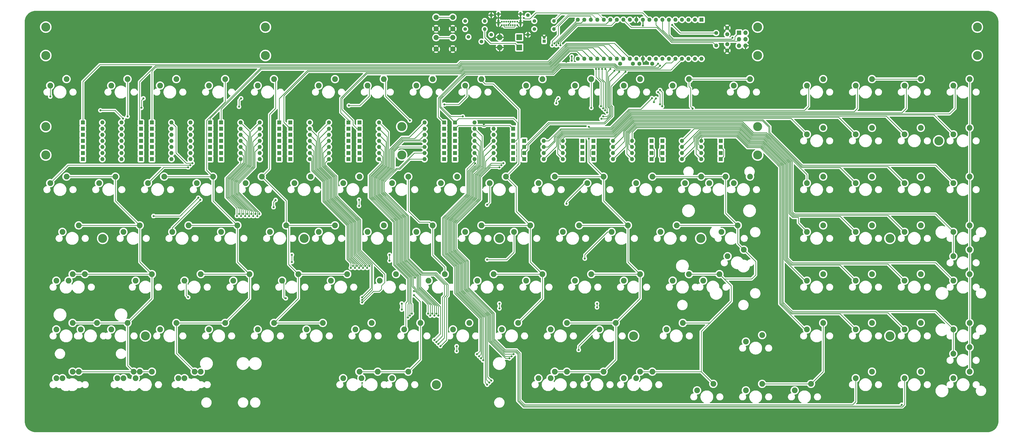
<source format=gbr>
%TF.GenerationSoftware,KiCad,Pcbnew,(6.0.0)*%
%TF.CreationDate,2022-02-26T22:27:28+01:00*%
%TF.ProjectId,pcb,7063622e-6b69-4636-9164-5f7063625858,rev?*%
%TF.SameCoordinates,Original*%
%TF.FileFunction,Copper,L2,Bot*%
%TF.FilePolarity,Positive*%
%FSLAX46Y46*%
G04 Gerber Fmt 4.6, Leading zero omitted, Abs format (unit mm)*
G04 Created by KiCad (PCBNEW (6.0.0)) date 2022-02-26 22:27:28*
%MOMM*%
%LPD*%
G01*
G04 APERTURE LIST*
%TA.AperFunction,ComponentPad*%
%ADD10C,3.500001*%
%TD*%
%TA.AperFunction,ComponentPad*%
%ADD11C,2.000000*%
%TD*%
%TA.AperFunction,ComponentPad*%
%ADD12C,1.400000*%
%TD*%
%TA.AperFunction,ComponentPad*%
%ADD13C,2.250000*%
%TD*%
%TA.AperFunction,ComponentPad*%
%ADD14R,1.600000X1.600000*%
%TD*%
%TA.AperFunction,ComponentPad*%
%ADD15O,1.600000X1.600000*%
%TD*%
%TA.AperFunction,ComponentPad*%
%ADD16O,1.400000X1.400000*%
%TD*%
%TA.AperFunction,ComponentPad*%
%ADD17C,1.500000*%
%TD*%
%TA.AperFunction,ComponentPad*%
%ADD18R,1.700000X1.700000*%
%TD*%
%TA.AperFunction,ComponentPad*%
%ADD19O,1.700000X1.700000*%
%TD*%
%TA.AperFunction,ComponentPad*%
%ADD20C,1.600000*%
%TD*%
%TA.AperFunction,ComponentPad*%
%ADD21R,2.200000X2.200000*%
%TD*%
%TA.AperFunction,ComponentPad*%
%ADD22O,2.200000X2.200000*%
%TD*%
%TA.AperFunction,ComponentPad*%
%ADD23C,0.700000*%
%TD*%
%TA.AperFunction,ComponentPad*%
%ADD24O,0.900000X1.700000*%
%TD*%
%TA.AperFunction,ComponentPad*%
%ADD25O,0.900000X2.400000*%
%TD*%
%TA.AperFunction,ComponentPad*%
%ADD26R,1.200000X1.200000*%
%TD*%
%TA.AperFunction,ComponentPad*%
%ADD27C,1.200000*%
%TD*%
%TA.AperFunction,ViaPad*%
%ADD28C,0.800000*%
%TD*%
%TA.AperFunction,Conductor*%
%ADD29C,0.250000*%
%TD*%
%TA.AperFunction,Conductor*%
%ADD30C,0.400000*%
%TD*%
%TA.AperFunction,Conductor*%
%ADD31C,0.200000*%
%TD*%
G04 APERTURE END LIST*
D10*
%TO.P,MH2,1*%
%TO.N,N/C*%
X436562500Y-254000000D03*
%TD*%
%TO.P,MH2,1*%
%TO.N,N/C*%
X336550000Y-254000000D03*
%TD*%
%TO.P,MH2,1*%
%TO.N,N/C*%
X259556250Y-273050000D03*
%TD*%
%TO.P,MH2,1*%
%TO.N,N/C*%
X436562500Y-215900000D03*
%TD*%
%TO.P,MH2,1*%
%TO.N,N/C*%
X455612500Y-177800000D03*
%TD*%
%TO.P,MH2,1*%
%TO.N,N/C*%
X362743750Y-215900000D03*
%TD*%
%TO.P,MH2,1*%
%TO.N,N/C*%
X284162500Y-215900000D03*
%TD*%
%TO.P,MH2,1*%
%TO.N,N/C*%
X207962500Y-215900000D03*
%TD*%
%TO.P,MH2,1*%
%TO.N,N/C*%
X146050000Y-254000000D03*
%TD*%
%TO.P,MH2,1*%
%TO.N,N/C*%
X129381250Y-215900000D03*
%TD*%
%TO.P,MH2,1*%
%TO.N,N/C*%
X470693750Y-133350000D03*
%TD*%
%TO.P,MH2,1*%
%TO.N,N/C*%
X470693750Y-144462500D03*
%TD*%
%TO.P,MH2,1*%
%TO.N,N/C*%
X192881250Y-133350000D03*
%TD*%
%TO.P,MH2,1*%
%TO.N,N/C*%
X192881250Y-144462500D03*
%TD*%
%TO.P,MH2,1*%
%TO.N,N/C*%
X384968750Y-144462500D03*
%TD*%
%TO.P,MH2,1*%
%TO.N,N/C*%
X384968750Y-133350000D03*
%TD*%
%TO.P,MH2,1*%
%TO.N,N/C*%
X107156250Y-133350000D03*
%TD*%
%TO.P,MH2,1*%
%TO.N,N/C*%
X107156250Y-144462500D03*
%TD*%
D11*
%TO.P,SW124,2,2*%
%TO.N,RESET*%
X259481250Y-129512500D03*
X265981250Y-129512500D03*
%TO.P,SW124,1,1*%
%TO.N,GND*%
X259481250Y-134012500D03*
X265981250Y-134012500D03*
%TD*%
D12*
%TO.P,F1,2*%
%TO.N,VCC*%
X272087500Y-137212500D03*
%TO.P,F1,1*%
%TO.N,Net-(F1-Pad1)*%
X277187500Y-139012500D03*
%TD*%
D13*
%TO.P,SW13,1,1*%
%TO.N,Net-(D13-Pad2)*%
X351790000Y-156210000D03*
%TO.P,SW13,2,2*%
%TO.N,COL6*%
X358140000Y-153670000D03*
%TD*%
D14*
%TO.P,D106,1,K*%
%TO.N,ROW11*%
X266858750Y-170656250D03*
D15*
%TO.P,D106,2,A*%
%TO.N,Net-(D106-Pad2)*%
X274478750Y-170656250D03*
%TD*%
D14*
%TO.P,D104,1,K*%
%TO.N,ROW11*%
X289560000Y-182562500D03*
D15*
%TO.P,D104,2,A*%
%TO.N,Net-(D104-Pad2)*%
X281940000Y-182562500D03*
%TD*%
D13*
%TO.P,SW22,1,1*%
%TO.N,Net-(D22-Pad2)*%
X461327500Y-175260000D03*
%TO.P,SW22,2,2*%
%TO.N,COL9*%
X467677500Y-172720000D03*
%TD*%
%TO.P,SW106,1,1*%
%TO.N,Net-(D99-Pad2)*%
X299402500Y-270510000D03*
%TO.P,SW106,2,2*%
%TO.N,COL5*%
X305752500Y-267970000D03*
%TD*%
%TO.P,SW122,1,1*%
%TO.N,Net-(D98-Pad2)*%
X242252500Y-270510000D03*
%TO.P,SW122,2,2*%
%TO.N,COL3*%
X248602500Y-267970000D03*
%TD*%
D14*
%TO.P,D14,1,K*%
%TO.N,ROW0*%
X121602500Y-184943750D03*
D15*
%TO.P,D14,2,A*%
%TO.N,Net-(D14-Pad2)*%
X129222500Y-184943750D03*
%TD*%
D14*
%TO.P,D79,1,K*%
%TO.N,ROW10*%
X262572500Y-182562500D03*
D15*
%TO.P,D79,2,A*%
%TO.N,Net-(D79-Pad2)*%
X254952500Y-182562500D03*
%TD*%
D14*
%TO.P,D75,1,K*%
%TO.N,ROW7*%
X347821250Y-180181250D03*
D15*
%TO.P,D75,2,A*%
%TO.N,Net-(D75-Pad2)*%
X355441250Y-180181250D03*
%TD*%
D14*
%TO.P,D62,1,K*%
%TO.N,ROW8*%
X225266250Y-182562500D03*
D15*
%TO.P,D62,2,A*%
%TO.N,Net-(D62-Pad2)*%
X217646250Y-182562500D03*
%TD*%
D13*
%TO.P,SW48,1,1*%
%TO.N,Net-(D47-Pad2)*%
X213677500Y-213360000D03*
%TO.P,SW48,2,2*%
%TO.N,COL2*%
X220027500Y-210820000D03*
%TD*%
D10*
%TO.P,MH2,1*%
%TO.N,N/C*%
X246062500Y-183356250D03*
%TD*%
D14*
%TO.P,D30,1,K*%
%TO.N,ROW3*%
X148590000Y-175418750D03*
D15*
%TO.P,D30,2,A*%
%TO.N,Net-(D30-Pad2)*%
X156210000Y-175418750D03*
%TD*%
D14*
%TO.P,D22,1,K*%
%TO.N,ROW2*%
X316547500Y-184943750D03*
D15*
%TO.P,D22,2,A*%
%TO.N,Net-(D22-Pad2)*%
X308927500Y-184943750D03*
%TD*%
D14*
%TO.P,D31,1,K*%
%TO.N,ROW4*%
X171291250Y-175418750D03*
D15*
%TO.P,D31,2,A*%
%TO.N,Net-(D31-Pad2)*%
X163671250Y-175418750D03*
%TD*%
D10*
%TO.P,MH2,1*%
%TO.N,N/C*%
X107156250Y-183356250D03*
%TD*%
D13*
%TO.P,SW82,1,1*%
%TO.N,Net-(D77-Pad2)*%
X120808750Y-251460000D03*
%TO.P,SW82,2,2*%
%TO.N,COL0*%
X127158750Y-248920000D03*
%TD*%
%TO.P,SW47,1,1*%
%TO.N,Net-(D46-Pad2)*%
X194627500Y-213360000D03*
%TO.P,SW47,2,2*%
%TO.N,COL2*%
X200977500Y-210820000D03*
%TD*%
D12*
%TO.P,R5,1*%
%TO.N,Net-(D109-Pad1)*%
X297815000Y-130968750D03*
D16*
%TO.P,R5,2*%
%TO.N,D+*%
X305435000Y-130968750D03*
%TD*%
D13*
%TO.P,SW49,1,1*%
%TO.N,Net-(D48-Pad2)*%
X232727500Y-213360000D03*
%TO.P,SW49,2,2*%
%TO.N,COL3*%
X239077500Y-210820000D03*
%TD*%
D10*
%TO.P,MH2,1*%
%TO.N,N/C*%
X384968750Y-172243750D03*
%TD*%
D14*
%TO.P,D102,1,K*%
%TO.N,ROW11*%
X289560000Y-180181250D03*
D15*
%TO.P,D102,2,A*%
%TO.N,Net-(D102-Pad2)*%
X281940000Y-180181250D03*
%TD*%
D13*
%TO.P,SW108,1,1*%
%TO.N,Net-(D101-Pad2)*%
X337502500Y-270510000D03*
%TO.P,SW108,2,2*%
%TO.N,COL6*%
X343852500Y-267970000D03*
%TD*%
%TO.P,SW7,1,1*%
%TO.N,Net-(D7-Pad2)*%
X232727500Y-156210000D03*
%TO.P,SW7,2,2*%
%TO.N,COL3*%
X239077500Y-153670000D03*
%TD*%
%TO.P,SW102,1,1*%
%TO.N,Net-(D95-Pad2)*%
X111283750Y-270510000D03*
%TO.P,SW102,2,2*%
%TO.N,COL0*%
X117633750Y-267970000D03*
%TD*%
D14*
%TO.P,D72,1,K*%
%TO.N,ROW8*%
X225266250Y-170656250D03*
D15*
%TO.P,D72,2,A*%
%TO.N,Net-(D72-Pad2)*%
X217646250Y-170656250D03*
%TD*%
D14*
%TO.P,D27,1,K*%
%TO.N,ROW4*%
X171291250Y-180181250D03*
D15*
%TO.P,D27,2,A*%
%TO.N,Net-(D27-Pad2)*%
X163671250Y-180181250D03*
%TD*%
D14*
%TO.P,D1,1,K*%
%TO.N,ROW1*%
X144303750Y-170656250D03*
D15*
%TO.P,D1,2,A*%
%TO.N,Net-(D1-Pad2)*%
X136683750Y-170656250D03*
%TD*%
D13*
%TO.P,SW58,1,1*%
%TO.N,Net-(D57-Pad2)*%
X423227500Y-213360000D03*
%TO.P,SW58,2,2*%
%TO.N,COL8*%
X429577500Y-210820000D03*
%TD*%
D14*
%TO.P,D84,1,K*%
%TO.N,ROW9*%
X229552500Y-184943750D03*
D15*
%TO.P,D84,2,A*%
%TO.N,Net-(D84-Pad2)*%
X237172500Y-184943750D03*
%TD*%
D13*
%TO.P,SW113,1,1*%
%TO.N,Net-(D106-Pad2)*%
X442277500Y-270510000D03*
%TO.P,SW113,2,2*%
%TO.N,COL8*%
X448627500Y-267970000D03*
%TD*%
D14*
%TO.P,D107,1,K*%
%TO.N,ROW12*%
X289560000Y-173037500D03*
D15*
%TO.P,D107,2,A*%
%TO.N,Net-(D107-Pad2)*%
X281940000Y-173037500D03*
%TD*%
D13*
%TO.P,SW61,1,1*%
%TO.N,Net-(D59-Pad2)*%
X461327500Y-222885000D03*
%TO.P,SW61,2,2*%
%TO.N,COL9*%
X467677500Y-220345000D03*
%TD*%
%TO.P,SW5,1,1*%
%TO.N,Net-(D5-Pad2)*%
X189865000Y-156210000D03*
%TO.P,SW5,2,2*%
%TO.N,COL2*%
X196215000Y-153670000D03*
%TD*%
D14*
%TO.P,D3,1,K*%
%TO.N,ROW1*%
X144303750Y-184943750D03*
D15*
%TO.P,D3,2,A*%
%TO.N,Net-(D3-Pad2)*%
X136683750Y-184943750D03*
%TD*%
D13*
%TO.P,SW111,1,1*%
%TO.N,Net-(D104-Pad2)*%
X399415000Y-275272500D03*
%TO.P,SW111,2,2*%
%TO.N,COL7*%
X405765000Y-272732500D03*
%TD*%
D14*
%TO.P,D32,1,K*%
%TO.N,ROW3*%
X148590000Y-177800000D03*
D15*
%TO.P,D32,2,A*%
%TO.N,Net-(D32-Pad2)*%
X156210000Y-177800000D03*
%TD*%
D13*
%TO.P,SW38,1,1*%
%TO.N,Net-(D37-Pad2)*%
X375602500Y-194310000D03*
%TO.P,SW38,2,2*%
%TO.N,COL7*%
X381952500Y-191770000D03*
%TD*%
%TO.P,SW87,1,1*%
%TO.N,Net-(D82-Pad2)*%
X208915000Y-251460000D03*
%TO.P,SW87,2,2*%
%TO.N,COL2*%
X215265000Y-248920000D03*
%TD*%
%TO.P,SW78,1,1*%
%TO.N,Net-(D75-Pad2)*%
X442277500Y-232410000D03*
%TO.P,SW78,2,2*%
%TO.N,COL8*%
X448627500Y-229870000D03*
%TD*%
%TO.P,SW97,1,1*%
%TO.N,Net-(D92-Pad2)*%
X423227500Y-251460000D03*
%TO.P,SW97,2,2*%
%TO.N,COL8*%
X429577500Y-248920000D03*
%TD*%
D12*
%TO.P,R3,1*%
%TO.N,Net-(J1-PadB5)*%
X280987500Y-136366250D03*
D16*
%TO.P,R3,2*%
%TO.N,GND*%
X280987500Y-128746250D03*
%TD*%
D14*
%TO.P,D57,1,K*%
%TO.N,ROW6*%
X343535000Y-180181250D03*
D15*
%TO.P,D57,2,A*%
%TO.N,Net-(D57-Pad2)*%
X335915000Y-180181250D03*
%TD*%
D14*
%TO.P,D103,1,K*%
%TO.N,ROW12*%
X266858750Y-177800000D03*
D15*
%TO.P,D103,2,A*%
%TO.N,Net-(D103-Pad2)*%
X274478750Y-177800000D03*
%TD*%
D17*
%TO.P,Y1,1,1*%
%TO.N,Net-(C4-Pad2)*%
X368756250Y-140562500D03*
%TO.P,Y1,2,2*%
%TO.N,Net-(C5-Pad2)*%
X368756250Y-135682500D03*
%TD*%
D13*
%TO.P,SW32,1,1*%
%TO.N,Net-(D31-Pad2)*%
X261302500Y-194310000D03*
%TO.P,SW32,2,2*%
%TO.N,COL4*%
X267652500Y-191770000D03*
%TD*%
%TO.P,SW86,1,1*%
%TO.N,Net-(D81-Pad2)*%
X189865000Y-251460000D03*
%TO.P,SW86,2,2*%
%TO.N,COL2*%
X196215000Y-248920000D03*
%TD*%
D14*
%TO.P,D91,1,K*%
%TO.N,ROW9*%
X370522500Y-177800000D03*
D15*
%TO.P,D91,2,A*%
%TO.N,Net-(D91-Pad2)*%
X362902500Y-177800000D03*
%TD*%
D13*
%TO.P,SW34,1,1*%
%TO.N,Net-(D33-Pad2)*%
X299402500Y-194310000D03*
%TO.P,SW34,2,2*%
%TO.N,COL5*%
X305752500Y-191770000D03*
%TD*%
%TO.P,SW52,1,1*%
%TO.N,Net-(D51-Pad2)*%
X289877500Y-213360000D03*
%TO.P,SW52,2,2*%
%TO.N,COL4*%
X296227500Y-210820000D03*
%TD*%
%TO.P,SW54,1,1*%
%TO.N,Net-(D53-Pad2)*%
X327977500Y-213360000D03*
%TO.P,SW54,2,2*%
%TO.N,COL5*%
X334327500Y-210820000D03*
%TD*%
D14*
%TO.P,D82,1,K*%
%TO.N,ROW9*%
X229552500Y-182562500D03*
D15*
%TO.P,D82,2,A*%
%TO.N,Net-(D82-Pad2)*%
X237172500Y-182562500D03*
%TD*%
D13*
%TO.P,SW20,1,1*%
%TO.N,Net-(D20-Pad2)*%
X423227500Y-175260000D03*
%TO.P,SW20,2,2*%
%TO.N,COL8*%
X429577500Y-172720000D03*
%TD*%
%TO.P,SW15,1,1*%
%TO.N,Net-(D15-Pad2)*%
X404177500Y-156210000D03*
%TO.P,SW15,2,2*%
%TO.N,COL7*%
X410527500Y-153670000D03*
%TD*%
D14*
%TO.P,D12,1,K*%
%TO.N,ROW0*%
X121602500Y-182562500D03*
D15*
%TO.P,D12,2,A*%
%TO.N,Net-(D12-Pad2)*%
X129222500Y-182562500D03*
%TD*%
D13*
%TO.P,SW37,1,1*%
%TO.N,Net-(D36-Pad2)*%
X366077500Y-194310000D03*
%TO.P,SW37,2,2*%
%TO.N,COL6*%
X372427500Y-191770000D03*
%TD*%
D14*
%TO.P,D93,1,K*%
%TO.N,ROW9*%
X370522500Y-182562500D03*
D15*
%TO.P,D93,2,A*%
%TO.N,Net-(D93-Pad2)*%
X362902500Y-182562500D03*
%TD*%
D13*
%TO.P,SW3,1,1*%
%TO.N,Net-(D3-Pad2)*%
X151765000Y-156210000D03*
%TO.P,SW3,2,2*%
%TO.N,COL1*%
X158115000Y-153670000D03*
%TD*%
D14*
%TO.P,D63,1,K*%
%TO.N,ROW7*%
X202565000Y-182562500D03*
D15*
%TO.P,D63,2,A*%
%TO.N,Net-(D63-Pad2)*%
X210185000Y-182562500D03*
%TD*%
D14*
%TO.P,D86,1,K*%
%TO.N,ROW9*%
X229552500Y-173037500D03*
D15*
%TO.P,D86,2,A*%
%TO.N,Net-(D86-Pad2)*%
X237172500Y-173037500D03*
%TD*%
D13*
%TO.P,SW30,1,1*%
%TO.N,Net-(D29-Pad2)*%
X223202500Y-194310000D03*
%TO.P,SW30,2,2*%
%TO.N,COL3*%
X229552500Y-191770000D03*
%TD*%
D14*
%TO.P,D36,1,K*%
%TO.N,ROW3*%
X148590000Y-182562500D03*
D15*
%TO.P,D36,2,A*%
%TO.N,Net-(D36-Pad2)*%
X156210000Y-182562500D03*
%TD*%
D13*
%TO.P,SW31,1,1*%
%TO.N,Net-(D30-Pad2)*%
X242252500Y-194310000D03*
%TO.P,SW31,2,2*%
%TO.N,COL3*%
X248602500Y-191770000D03*
%TD*%
D14*
%TO.P,D8,1,K*%
%TO.N,ROW0*%
X121602500Y-177800000D03*
D15*
%TO.P,D8,2,A*%
%TO.N,Net-(D8-Pad2)*%
X129222500Y-177800000D03*
%TD*%
D13*
%TO.P,SW69,1,1*%
%TO.N,Net-(D66-Pad2)*%
X237490000Y-232410000D03*
%TO.P,SW69,2,2*%
%TO.N,COL3*%
X243840000Y-229870000D03*
%TD*%
D14*
%TO.P,D21,1,K*%
%TO.N,ROW2*%
X316547500Y-182562500D03*
D15*
%TO.P,D21,2,A*%
%TO.N,Net-(D21-Pad2)*%
X308927500Y-182562500D03*
%TD*%
D14*
%TO.P,D80,1,K*%
%TO.N,ROW9*%
X229552500Y-180181250D03*
D15*
%TO.P,D80,2,A*%
%TO.N,Net-(D80-Pad2)*%
X237172500Y-180181250D03*
%TD*%
D14*
%TO.P,D78,1,K*%
%TO.N,ROW9*%
X229552500Y-177800000D03*
D15*
%TO.P,D78,2,A*%
%TO.N,Net-(D78-Pad2)*%
X237172500Y-177800000D03*
%TD*%
D13*
%TO.P,SW94,1,1*%
%TO.N,Net-(D89-Pad2)*%
X349408750Y-251460000D03*
%TO.P,SW94,2,2*%
%TO.N,COL6*%
X355758750Y-248920000D03*
%TD*%
%TO.P,SW11,1,1*%
%TO.N,Net-(D11-Pad2)*%
X313690000Y-156210000D03*
%TO.P,SW11,2,2*%
%TO.N,COL5*%
X320040000Y-153670000D03*
%TD*%
%TO.P,SW107,1,1*%
%TO.N,Net-(D100-Pad2)*%
X318452500Y-270510000D03*
%TO.P,SW107,2,2*%
%TO.N,COL5*%
X324802500Y-267970000D03*
%TD*%
D14*
%TO.P,D96,1,K*%
%TO.N,ROW11*%
X289560000Y-184943750D03*
D15*
%TO.P,D96,2,A*%
%TO.N,Net-(D96-Pad2)*%
X281940000Y-184943750D03*
%TD*%
D13*
%TO.P,SW116,1,1*%
%TO.N,Net-(D96-Pad2)*%
X137477500Y-270510000D03*
%TO.P,SW116,2,2*%
%TO.N,COL0*%
X143827500Y-267970000D03*
%TD*%
%TO.P,SW95,1,1*%
%TO.N,Net-(D90-Pad2)*%
X380365000Y-256222500D03*
%TO.P,SW95,2,2*%
%TO.N,COL7*%
X386715000Y-253682500D03*
%TD*%
%TO.P,SW51,1,1*%
%TO.N,Net-(D50-Pad2)*%
X270827500Y-213360000D03*
%TO.P,SW51,2,2*%
%TO.N,COL4*%
X277177500Y-210820000D03*
%TD*%
%TO.P,SW45,1,1*%
%TO.N,Net-(D44-Pad2)*%
X156527500Y-213360000D03*
%TO.P,SW45,2,2*%
%TO.N,COL1*%
X162877500Y-210820000D03*
%TD*%
D14*
%TO.P,D73,1,K*%
%TO.N,ROW7*%
X347821250Y-184943750D03*
D15*
%TO.P,D73,2,A*%
%TO.N,Net-(D73-Pad2)*%
X355441250Y-184943750D03*
%TD*%
D13*
%TO.P,SW14,1,1*%
%TO.N,Net-(D14-Pad2)*%
X375602500Y-156210000D03*
%TO.P,SW14,2,2*%
%TO.N,COL6*%
X381952500Y-153670000D03*
%TD*%
D14*
%TO.P,D88,1,K*%
%TO.N,ROW9*%
X229552500Y-175418750D03*
D15*
%TO.P,D88,2,A*%
%TO.N,Net-(D88-Pad2)*%
X237172500Y-175418750D03*
%TD*%
D13*
%TO.P,SW35,1,1*%
%TO.N,Net-(D34-Pad2)*%
X318452500Y-194310000D03*
%TO.P,SW35,2,2*%
%TO.N,COL5*%
X324802500Y-191770000D03*
%TD*%
%TO.P,SW41,1,1*%
%TO.N,Net-(D40-Pad2)*%
X442277500Y-194310000D03*
%TO.P,SW41,2,2*%
%TO.N,COL8*%
X448627500Y-191770000D03*
%TD*%
D14*
%TO.P,D50,1,K*%
%TO.N,ROW6*%
X198278750Y-175418750D03*
D15*
%TO.P,D50,2,A*%
%TO.N,Net-(D50-Pad2)*%
X190658750Y-175418750D03*
%TD*%
D13*
%TO.P,SW39,1,1*%
%TO.N,Net-(D38-Pad2)*%
X404177500Y-194310000D03*
%TO.P,SW39,2,2*%
%TO.N,COL7*%
X410527500Y-191770000D03*
%TD*%
D18*
%TO.P,J2,1,MISO*%
%TO.N,MISO*%
X377656250Y-135587500D03*
D19*
%TO.P,J2,2,VCC*%
%TO.N,VCC*%
X380196250Y-135587500D03*
%TO.P,J2,3,SCK*%
%TO.N,SCK*%
X377656250Y-138127500D03*
%TO.P,J2,4,MOSI*%
%TO.N,MOSI*%
X380196250Y-138127500D03*
%TO.P,J2,5,~{RST}*%
%TO.N,RESET*%
X377656250Y-140667500D03*
%TO.P,J2,6,GND*%
%TO.N,GND*%
X380196250Y-140667500D03*
%TD*%
D13*
%TO.P,SW85,1,1*%
%TO.N,Net-(D80-Pad2)*%
X170815000Y-251460000D03*
%TO.P,SW85,2,2*%
%TO.N,COL1*%
X177165000Y-248920000D03*
%TD*%
D14*
%TO.P,D83,1,K*%
%TO.N,ROW10*%
X262572500Y-177800000D03*
D15*
%TO.P,D83,2,A*%
%TO.N,Net-(D83-Pad2)*%
X254952500Y-177800000D03*
%TD*%
D13*
%TO.P,SW21,1,1*%
%TO.N,Net-(D21-Pad2)*%
X442277500Y-175260000D03*
%TO.P,SW21,2,2*%
%TO.N,COL8*%
X448627500Y-172720000D03*
%TD*%
D14*
%TO.P,D9,1,K*%
%TO.N,ROW1*%
X144303750Y-177800000D03*
D15*
%TO.P,D9,2,A*%
%TO.N,Net-(D9-Pad2)*%
X136683750Y-177800000D03*
%TD*%
D13*
%TO.P,SW93,1,1*%
%TO.N,Net-(D88-Pad2)*%
X323215000Y-251460000D03*
%TO.P,SW93,2,2*%
%TO.N,COL5*%
X329565000Y-248920000D03*
%TD*%
%TO.P,SW71,1,1*%
%TO.N,Net-(D68-Pad2)*%
X275590000Y-232410000D03*
%TO.P,SW71,2,2*%
%TO.N,COL4*%
X281940000Y-229870000D03*
%TD*%
D14*
%TO.P,D47,1,K*%
%TO.N,ROW5*%
X175577500Y-170656250D03*
D15*
%TO.P,D47,2,A*%
%TO.N,Net-(D47-Pad2)*%
X183197500Y-170656250D03*
%TD*%
D13*
%TO.P,SW121,1,1*%
%TO.N,Net-(D96-Pad2)*%
X142240000Y-270510000D03*
%TO.P,SW121,2,2*%
%TO.N,COL0*%
X148590000Y-267970000D03*
%TD*%
%TO.P,SW6,1,1*%
%TO.N,Net-(D6-Pad2)*%
X213677500Y-156210000D03*
%TO.P,SW6,2,2*%
%TO.N,COL2*%
X220027500Y-153670000D03*
%TD*%
%TO.P,SW33,1,1*%
%TO.N,Net-(D32-Pad2)*%
X280352500Y-194310000D03*
%TO.P,SW33,2,2*%
%TO.N,COL4*%
X286702500Y-191770000D03*
%TD*%
D20*
%TO.P,C4,1*%
%TO.N,GND*%
X373062500Y-142537500D03*
%TO.P,C4,2*%
%TO.N,Net-(C4-Pad2)*%
X373062500Y-140037500D03*
%TD*%
D14*
%TO.P,U1,1,PB0*%
%TO.N,COL9*%
X363056250Y-130487500D03*
D15*
%TO.P,U1,2,PB1*%
%TO.N,COL8*%
X360516250Y-130487500D03*
%TO.P,U1,3,PB2*%
%TO.N,COL7*%
X357976250Y-130487500D03*
%TO.P,U1,4,PB3*%
%TO.N,COL6*%
X355436250Y-130487500D03*
%TO.P,U1,5,PB4*%
%TO.N,COL5*%
X352896250Y-130487500D03*
%TO.P,U1,6,PB5*%
%TO.N,MOSI*%
X350356250Y-130487500D03*
%TO.P,U1,7,PB6*%
%TO.N,MISO*%
X347816250Y-130487500D03*
%TO.P,U1,8,PB7*%
%TO.N,SCK*%
X345276250Y-130487500D03*
%TO.P,U1,9,~{RESET}*%
%TO.N,RESET*%
X342736250Y-130487500D03*
%TO.P,U1,10,VCC*%
%TO.N,VCC*%
X340196250Y-130487500D03*
%TO.P,U1,11,GND*%
%TO.N,GND*%
X337656250Y-130487500D03*
%TO.P,U1,12,XTAL2*%
%TO.N,Net-(C5-Pad2)*%
X335116250Y-130487500D03*
%TO.P,U1,13,XTAL1*%
%TO.N,Net-(C4-Pad2)*%
X332576250Y-130487500D03*
%TO.P,U1,14,PD0*%
%TO.N,COL3*%
X330036250Y-130487500D03*
%TO.P,U1,15,PD1*%
%TO.N,COL2*%
X327496250Y-130487500D03*
%TO.P,U1,16,PD2*%
%TO.N,D+*%
X324956250Y-130487500D03*
%TO.P,U1,17,PD3*%
%TO.N,D-*%
X322416250Y-130487500D03*
%TO.P,U1,18,PD4*%
%TO.N,BOOT*%
X319876250Y-130487500D03*
%TO.P,U1,19,PD5*%
%TO.N,COL1*%
X317336250Y-130487500D03*
%TO.P,U1,20,PD6*%
%TO.N,COL0*%
X314796250Y-130487500D03*
%TO.P,U1,21,PD7*%
%TO.N,COL4*%
X314796250Y-145727500D03*
%TO.P,U1,22,PC0*%
%TO.N,ROW8*%
X317336250Y-145727500D03*
%TO.P,U1,23,PC1*%
%TO.N,ROW7*%
X319876250Y-145727500D03*
%TO.P,U1,24,PC2*%
%TO.N,ROW6*%
X322416250Y-145727500D03*
%TO.P,U1,25,PC3*%
%TO.N,ROW5*%
X324956250Y-145727500D03*
%TO.P,U1,26,PC4*%
%TO.N,ROW4*%
X327496250Y-145727500D03*
%TO.P,U1,27,PC5*%
%TO.N,ROW3*%
X330036250Y-145727500D03*
%TO.P,U1,28,PC6*%
%TO.N,ROW1*%
X332576250Y-145727500D03*
%TO.P,U1,29,PC7*%
%TO.N,ROW0*%
X335116250Y-145727500D03*
%TO.P,U1,30,AVCC*%
%TO.N,VCC*%
X337656250Y-145727500D03*
%TO.P,U1,31,GND*%
%TO.N,GND*%
X340196250Y-145727500D03*
%TO.P,U1,32,AREF*%
%TO.N,unconnected-(U1-Pad32)*%
X342736250Y-145727500D03*
%TO.P,U1,33,PA7*%
%TO.N,ROW2*%
X345276250Y-145727500D03*
%TO.P,U1,34,PA6*%
%TO.N,ROW9*%
X347816250Y-145727500D03*
%TO.P,U1,35,PA5*%
%TO.N,ROW10*%
X350356250Y-145727500D03*
%TO.P,U1,36,PA4*%
%TO.N,ROW11*%
X352896250Y-145727500D03*
%TO.P,U1,37,PA3*%
%TO.N,ROW12*%
X355436250Y-145727500D03*
%TO.P,U1,38,PA2*%
%TO.N,unconnected-(U1-Pad38)*%
X357976250Y-145727500D03*
%TO.P,U1,39,PA1*%
%TO.N,unconnected-(U1-Pad39)*%
X360516250Y-145727500D03*
%TO.P,U1,40,PA0*%
%TO.N,unconnected-(U1-Pad40)*%
X363056250Y-145727500D03*
%TD*%
D13*
%TO.P,SW88,1,1*%
%TO.N,Net-(D83-Pad2)*%
X227965000Y-251460000D03*
%TO.P,SW88,2,2*%
%TO.N,COL3*%
X234315000Y-248920000D03*
%TD*%
D14*
%TO.P,D74,1,K*%
%TO.N,ROW8*%
X347821250Y-182562500D03*
D15*
%TO.P,D74,2,A*%
%TO.N,Net-(D74-Pad2)*%
X355441250Y-182562500D03*
%TD*%
D14*
%TO.P,D4,1,K*%
%TO.N,ROW0*%
X121602500Y-173037500D03*
D15*
%TO.P,D4,2,A*%
%TO.N,Net-(D4-Pad2)*%
X129222500Y-173037500D03*
%TD*%
D13*
%TO.P,SW120,1,1*%
%TO.N,Net-(D101-Pad2)*%
X332740000Y-270510000D03*
%TO.P,SW120,2,2*%
%TO.N,COL6*%
X339090000Y-267970000D03*
%TD*%
%TO.P,SW105,1,1*%
%TO.N,Net-(D98-Pad2)*%
X230346250Y-270510000D03*
%TO.P,SW105,2,2*%
%TO.N,COL3*%
X236696250Y-267970000D03*
%TD*%
%TO.P,SW64,1,1*%
%TO.N,Net-(D61-Pad2)*%
X142240000Y-232410000D03*
%TO.P,SW64,2,2*%
%TO.N,COL0*%
X148590000Y-229870000D03*
%TD*%
%TO.P,SW70,1,1*%
%TO.N,Net-(D67-Pad2)*%
X256540000Y-232410000D03*
%TO.P,SW70,2,2*%
%TO.N,COL3*%
X262890000Y-229870000D03*
%TD*%
D14*
%TO.P,D100,1,K*%
%TO.N,ROW11*%
X289560000Y-177800000D03*
D15*
%TO.P,D100,2,A*%
%TO.N,Net-(D100-Pad2)*%
X281940000Y-177800000D03*
%TD*%
D14*
%TO.P,D65,1,K*%
%TO.N,ROW7*%
X202565000Y-184943750D03*
D15*
%TO.P,D65,2,A*%
%TO.N,Net-(D65-Pad2)*%
X210185000Y-184943750D03*
%TD*%
D13*
%TO.P,SW59,1,1*%
%TO.N,Net-(D58-Pad2)*%
X442277500Y-213360000D03*
%TO.P,SW59,2,2*%
%TO.N,COL8*%
X448627500Y-210820000D03*
%TD*%
%TO.P,SW8,1,1*%
%TO.N,Net-(D8-Pad2)*%
X251777500Y-156210000D03*
%TO.P,SW8,2,2*%
%TO.N,COL3*%
X258127500Y-153670000D03*
%TD*%
%TO.P,SW68,1,1*%
%TO.N,Net-(D65-Pad2)*%
X218440000Y-232410000D03*
%TO.P,SW68,2,2*%
%TO.N,COL2*%
X224790000Y-229870000D03*
%TD*%
D14*
%TO.P,D70,1,K*%
%TO.N,ROW8*%
X225266250Y-173037500D03*
D15*
%TO.P,D70,2,A*%
%TO.N,Net-(D70-Pad2)*%
X217646250Y-173037500D03*
%TD*%
D13*
%TO.P,SW73,1,1*%
%TO.N,Net-(D70-Pad2)*%
X313690000Y-232410000D03*
%TO.P,SW73,2,2*%
%TO.N,COL5*%
X320040000Y-229870000D03*
%TD*%
D21*
%TO.P,D109,1,K*%
%TO.N,Net-(D109-Pad1)*%
X291941250Y-137318750D03*
D22*
%TO.P,D109,2,A*%
%TO.N,GND*%
X284321250Y-137318750D03*
%TD*%
D13*
%TO.P,SW110,1,1*%
%TO.N,Net-(D103-Pad2)*%
X380365000Y-275272500D03*
%TO.P,SW110,2,2*%
%TO.N,COL7*%
X386715000Y-272732500D03*
%TD*%
D12*
%TO.P,R4,1*%
%TO.N,Net-(D108-Pad1)*%
X297815000Y-134143750D03*
D16*
%TO.P,R4,2*%
%TO.N,D-*%
X305435000Y-134143750D03*
%TD*%
D14*
%TO.P,D28,1,K*%
%TO.N,ROW3*%
X148590000Y-173037500D03*
D15*
%TO.P,D28,2,A*%
%TO.N,Net-(D28-Pad2)*%
X156210000Y-173037500D03*
%TD*%
D13*
%TO.P,SW119,1,1*%
%TO.N,Net-(D99-Pad2)*%
X304165000Y-270510000D03*
%TO.P,SW119,2,2*%
%TO.N,COL5*%
X310515000Y-267970000D03*
%TD*%
%TO.P,SW66,1,1*%
%TO.N,Net-(D63-Pad2)*%
X180340000Y-232410000D03*
%TO.P,SW66,2,2*%
%TO.N,COL1*%
X186690000Y-229870000D03*
%TD*%
D14*
%TO.P,D71,1,K*%
%TO.N,ROW7*%
X202565000Y-177800000D03*
D15*
%TO.P,D71,2,A*%
%TO.N,Net-(D71-Pad2)*%
X210185000Y-177800000D03*
%TD*%
D13*
%TO.P,SW53,1,1*%
%TO.N,Net-(D52-Pad2)*%
X308927500Y-213360000D03*
%TO.P,SW53,2,2*%
%TO.N,COL5*%
X315277500Y-210820000D03*
%TD*%
%TO.P,SW80,1,1*%
%TO.N,Net-(D60-Pad2)*%
X111283750Y-232410000D03*
%TO.P,SW80,2,2*%
%TO.N,COL0*%
X117633750Y-229870000D03*
%TD*%
D20*
%TO.P,C3,2*%
%TO.N,GND*%
X331308129Y-147637500D03*
%TO.P,C3,1*%
%TO.N,VCC*%
X336308129Y-147637500D03*
%TD*%
D13*
%TO.P,SW42,1,1*%
%TO.N,Net-(D41-Pad2)*%
X461327500Y-194310000D03*
%TO.P,SW42,2,2*%
%TO.N,COL9*%
X467677500Y-191770000D03*
%TD*%
D14*
%TO.P,D77,1,K*%
%TO.N,ROW10*%
X262572500Y-184943750D03*
D15*
%TO.P,D77,2,A*%
%TO.N,Net-(D77-Pad2)*%
X254952500Y-184943750D03*
%TD*%
D13*
%TO.P,SW18,1,1*%
%TO.N,Net-(D18-Pad2)*%
X461327500Y-156210000D03*
%TO.P,SW18,2,2*%
%TO.N,COL9*%
X467677500Y-153670000D03*
%TD*%
D14*
%TO.P,D40,1,K*%
%TO.N,ROW3*%
X320833750Y-180181250D03*
D15*
%TO.P,D40,2,A*%
%TO.N,Net-(D40-Pad2)*%
X328453750Y-180181250D03*
%TD*%
D13*
%TO.P,SW98,1,1*%
%TO.N,Net-(D93-Pad2)*%
X442277500Y-251460000D03*
%TO.P,SW98,2,2*%
%TO.N,COL8*%
X448627500Y-248920000D03*
%TD*%
D23*
%TO.P,J1,A1,GND*%
%TO.N,GND*%
X291106250Y-132612500D03*
%TO.P,J1,A4,VBUS*%
%TO.N,Net-(F1-Pad1)*%
X290256250Y-132612500D03*
%TO.P,J1,A5,CC1*%
%TO.N,Net-(J1-PadA5)*%
X289406250Y-132612500D03*
%TO.P,J1,A6,D+*%
%TO.N,Net-(D109-Pad1)*%
X288556250Y-132612500D03*
%TO.P,J1,A7,D-*%
%TO.N,Net-(D108-Pad1)*%
X287706250Y-132612500D03*
%TO.P,J1,A8,SBU1*%
%TO.N,unconnected-(J1-PadA8)*%
X286856250Y-132612500D03*
%TO.P,J1,A9,VBUS*%
%TO.N,Net-(F1-Pad1)*%
X286006250Y-132612500D03*
%TO.P,J1,A12,GND*%
%TO.N,GND*%
X285156250Y-132612500D03*
%TO.P,J1,B1,GND*%
X285156250Y-131262500D03*
%TO.P,J1,B4,VBUS*%
%TO.N,Net-(F1-Pad1)*%
X286006250Y-131262500D03*
%TO.P,J1,B5,CC2*%
%TO.N,Net-(J1-PadB5)*%
X286856250Y-131262500D03*
%TO.P,J1,B6,D+*%
%TO.N,Net-(D109-Pad1)*%
X287706250Y-131262500D03*
%TO.P,J1,B7,D-*%
%TO.N,Net-(D108-Pad1)*%
X288556250Y-131262500D03*
%TO.P,J1,B8,SBU2*%
%TO.N,unconnected-(J1-PadB8)*%
X289406250Y-131262500D03*
%TO.P,J1,B9,VBUS*%
%TO.N,Net-(F1-Pad1)*%
X290256250Y-131262500D03*
%TO.P,J1,B12,GND*%
%TO.N,GND*%
X291106250Y-131262500D03*
D24*
%TO.P,J1,S1,SHIELD*%
X283806250Y-128252500D03*
D25*
X283806250Y-131632500D03*
X292456250Y-131632500D03*
D24*
X292456250Y-128252500D03*
%TD*%
D13*
%TO.P,SW77,1,1*%
%TO.N,Net-(D74-Pad2)*%
X423227500Y-232410000D03*
%TO.P,SW77,2,2*%
%TO.N,COL8*%
X429577500Y-229870000D03*
%TD*%
%TO.P,SW76,1,1*%
%TO.N,Net-(D73-Pad2)*%
X404177500Y-232410000D03*
%TO.P,SW76,2,2*%
%TO.N,COL7*%
X410527500Y-229870000D03*
%TD*%
D14*
%TO.P,D5,1,K*%
%TO.N,ROW1*%
X144303750Y-182562500D03*
D15*
%TO.P,D5,2,A*%
%TO.N,Net-(D5-Pad2)*%
X136683750Y-182562500D03*
%TD*%
D13*
%TO.P,SW81,1,1*%
%TO.N,Net-(D55-Pad2)*%
X351790000Y-232410000D03*
%TO.P,SW81,2,2*%
%TO.N,COL6*%
X358140000Y-229870000D03*
%TD*%
D10*
%TO.P,MH2,1*%
%TO.N,N/C*%
X384968750Y-183356250D03*
%TD*%
D13*
%TO.P,SW103,1,1*%
%TO.N,Net-(D96-Pad2)*%
X135096250Y-270510000D03*
%TO.P,SW103,2,2*%
%TO.N,COL0*%
X141446250Y-267970000D03*
%TD*%
D14*
%TO.P,D48,1,K*%
%TO.N,ROW6*%
X198278750Y-177800000D03*
D15*
%TO.P,D48,2,A*%
%TO.N,Net-(D48-Pad2)*%
X190658750Y-177800000D03*
%TD*%
D10*
%TO.P,MH2,1*%
%TO.N,N/C*%
X107156250Y-172243750D03*
%TD*%
D13*
%TO.P,SW27,1,1*%
%TO.N,Net-(D26-Pad2)*%
X166052500Y-194310000D03*
%TO.P,SW27,2,2*%
%TO.N,COL1*%
X172402500Y-191770000D03*
%TD*%
%TO.P,SW60,1,1*%
%TO.N,Net-(D59-Pad2)*%
X461327500Y-213360000D03*
%TO.P,SW60,2,2*%
%TO.N,COL9*%
X467677500Y-210820000D03*
%TD*%
D14*
%TO.P,D6,1,K*%
%TO.N,ROW0*%
X121602500Y-175418750D03*
D15*
%TO.P,D6,2,A*%
%TO.N,Net-(D6-Pad2)*%
X129222500Y-175418750D03*
%TD*%
D14*
%TO.P,D25,1,K*%
%TO.N,ROW4*%
X171291250Y-182562500D03*
D15*
%TO.P,D25,2,A*%
%TO.N,Net-(D25-Pad2)*%
X163671250Y-182562500D03*
%TD*%
D14*
%TO.P,D26,1,K*%
%TO.N,ROW3*%
X148590000Y-170656250D03*
D15*
%TO.P,D26,2,A*%
%TO.N,Net-(D26-Pad2)*%
X156210000Y-170656250D03*
%TD*%
D13*
%TO.P,SW79,1,1*%
%TO.N,Net-(D76-Pad2)*%
X461327500Y-232410000D03*
%TO.P,SW79,2,2*%
%TO.N,COL9*%
X467677500Y-229870000D03*
%TD*%
%TO.P,SW40,1,1*%
%TO.N,Net-(D39-Pad2)*%
X423227500Y-194310000D03*
%TO.P,SW40,2,2*%
%TO.N,COL8*%
X429577500Y-191770000D03*
%TD*%
D14*
%TO.P,D56,1,K*%
%TO.N,ROW5*%
X343535000Y-177800000D03*
D15*
%TO.P,D56,2,A*%
%TO.N,Net-(D56-Pad2)*%
X335915000Y-177800000D03*
%TD*%
D13*
%TO.P,SW92,1,1*%
%TO.N,Net-(D87-Pad2)*%
X304165000Y-251460000D03*
%TO.P,SW92,2,2*%
%TO.N,COL5*%
X310515000Y-248920000D03*
%TD*%
%TO.P,SW83,1,1*%
%TO.N,Net-(D78-Pad2)*%
X132715000Y-251460000D03*
%TO.P,SW83,2,2*%
%TO.N,COL0*%
X139065000Y-248920000D03*
%TD*%
%TO.P,SW36,1,1*%
%TO.N,Net-(D35-Pad2)*%
X337502500Y-194310000D03*
%TO.P,SW36,2,2*%
%TO.N,COL6*%
X343852500Y-191770000D03*
%TD*%
%TO.P,SW1,1,1*%
%TO.N,Net-(D1-Pad2)*%
X108902500Y-156210000D03*
%TO.P,SW1,2,2*%
%TO.N,COL0*%
X115252500Y-153670000D03*
%TD*%
%TO.P,SW10,1,1*%
%TO.N,Net-(D10-Pad2)*%
X294640000Y-156210000D03*
%TO.P,SW10,2,2*%
%TO.N,COL4*%
X300990000Y-153670000D03*
%TD*%
D12*
%TO.P,R1,1*%
%TO.N,Net-(J1-PadA5)*%
X295275000Y-128746250D03*
D16*
%TO.P,R1,2*%
%TO.N,GND*%
X295275000Y-136366250D03*
%TD*%
D14*
%TO.P,D87,1,K*%
%TO.N,ROW10*%
X262572500Y-173037500D03*
D15*
%TO.P,D87,2,A*%
%TO.N,Net-(D87-Pad2)*%
X254952500Y-173037500D03*
%TD*%
D16*
%TO.P,R6,2*%
%TO.N,RESET*%
X278447500Y-130968750D03*
D12*
%TO.P,R6,1*%
%TO.N,VCC*%
X270827500Y-130968750D03*
%TD*%
D14*
%TO.P,D11,1,K*%
%TO.N,ROW1*%
X144303750Y-175418750D03*
D15*
%TO.P,D11,2,A*%
%TO.N,Net-(D11-Pad2)*%
X136683750Y-175418750D03*
%TD*%
D13*
%TO.P,SW2,1,1*%
%TO.N,Net-(D2-Pad2)*%
X132715000Y-156210000D03*
%TO.P,SW2,2,2*%
%TO.N,COL0*%
X139065000Y-153670000D03*
%TD*%
D14*
%TO.P,D29,1,K*%
%TO.N,ROW4*%
X171291250Y-177800000D03*
D15*
%TO.P,D29,2,A*%
%TO.N,Net-(D29-Pad2)*%
X163671250Y-177800000D03*
%TD*%
D11*
%TO.P,SW123,2,2*%
%TO.N,BOOT*%
X265981250Y-137450000D03*
X259481250Y-137450000D03*
%TO.P,SW123,1,1*%
%TO.N,GND*%
X265981250Y-141950000D03*
X259481250Y-141950000D03*
%TD*%
D14*
%TO.P,D92,1,K*%
%TO.N,ROW10*%
X370522500Y-180181250D03*
D15*
%TO.P,D92,2,A*%
%TO.N,Net-(D92-Pad2)*%
X362902500Y-180181250D03*
%TD*%
D13*
%TO.P,SW74,1,1*%
%TO.N,Net-(D71-Pad2)*%
X332740000Y-232410000D03*
%TO.P,SW74,2,2*%
%TO.N,COL5*%
X339090000Y-229870000D03*
%TD*%
D14*
%TO.P,D33,1,K*%
%TO.N,ROW4*%
X171291250Y-173037500D03*
D15*
%TO.P,D33,2,A*%
%TO.N,Net-(D33-Pad2)*%
X163671250Y-173037500D03*
%TD*%
D14*
%TO.P,D81,1,K*%
%TO.N,ROW10*%
X262572500Y-180181250D03*
D15*
%TO.P,D81,2,A*%
%TO.N,Net-(D81-Pad2)*%
X254952500Y-180181250D03*
%TD*%
D14*
%TO.P,D46,1,K*%
%TO.N,ROW6*%
X198278750Y-180181250D03*
D15*
%TO.P,D46,2,A*%
%TO.N,Net-(D46-Pad2)*%
X190658750Y-180181250D03*
%TD*%
D13*
%TO.P,SW62,1,1*%
%TO.N,Net-(D72-Pad2)*%
X373221250Y-222885000D03*
%TO.P,SW62,2,2*%
%TO.N,COL6*%
X379571250Y-220345000D03*
%TD*%
%TO.P,SW28,1,1*%
%TO.N,Net-(D27-Pad2)*%
X185102500Y-194310000D03*
%TO.P,SW28,2,2*%
%TO.N,COL2*%
X191452500Y-191770000D03*
%TD*%
D14*
%TO.P,D97,1,K*%
%TO.N,ROW12*%
X266858750Y-182562500D03*
D15*
%TO.P,D97,2,A*%
%TO.N,Net-(D97-Pad2)*%
X274478750Y-182562500D03*
%TD*%
D13*
%TO.P,SW115,1,1*%
%TO.N,Net-(D95-Pad2)*%
X113665000Y-270510000D03*
%TO.P,SW115,2,2*%
%TO.N,COL0*%
X120015000Y-267970000D03*
%TD*%
%TO.P,SW12,1,1*%
%TO.N,Net-(D12-Pad2)*%
X332740000Y-156210000D03*
%TO.P,SW12,2,2*%
%TO.N,COL5*%
X339090000Y-153670000D03*
%TD*%
%TO.P,SW104,1,1*%
%TO.N,Net-(D97-Pad2)*%
X158908750Y-270510000D03*
%TO.P,SW104,2,2*%
%TO.N,COL1*%
X165258750Y-267970000D03*
%TD*%
D20*
%TO.P,C2,1*%
%TO.N,VCC*%
X338812500Y-147637500D03*
%TO.P,C2,2*%
%TO.N,GND*%
X343812500Y-147637500D03*
%TD*%
D14*
%TO.P,D17,1,K*%
%TO.N,ROW0*%
X293846250Y-182562500D03*
D15*
%TO.P,D17,2,A*%
%TO.N,Net-(D17-Pad2)*%
X301466250Y-182562500D03*
%TD*%
D13*
%TO.P,SW43,1,1*%
%TO.N,Net-(D42-Pad2)*%
X113665000Y-213360000D03*
%TO.P,SW43,2,2*%
%TO.N,COL0*%
X120015000Y-210820000D03*
%TD*%
%TO.P,SW101,1,1*%
%TO.N,Net-(D94-Pad2)*%
X461327500Y-260985000D03*
%TO.P,SW101,2,2*%
%TO.N,COL9*%
X467677500Y-258445000D03*
%TD*%
D14*
%TO.P,D98,1,K*%
%TO.N,ROW12*%
X266858750Y-180181250D03*
D15*
%TO.P,D98,2,A*%
%TO.N,Net-(D98-Pad2)*%
X274478750Y-180181250D03*
%TD*%
D14*
%TO.P,D15,1,K*%
%TO.N,ROW0*%
X293846250Y-177800000D03*
D15*
%TO.P,D15,2,A*%
%TO.N,Net-(D15-Pad2)*%
X301466250Y-177800000D03*
%TD*%
D13*
%TO.P,SW44,1,1*%
%TO.N,Net-(D43-Pad2)*%
X137477500Y-213360000D03*
%TO.P,SW44,2,2*%
%TO.N,COL0*%
X143827500Y-210820000D03*
%TD*%
%TO.P,SW24,1,1*%
%TO.N,Net-(D23-Pad2)*%
X108902500Y-194310000D03*
%TO.P,SW24,2,2*%
%TO.N,COL0*%
X115252500Y-191770000D03*
%TD*%
%TO.P,SW117,1,1*%
%TO.N,Net-(D97-Pad2)*%
X161290000Y-270510000D03*
%TO.P,SW117,2,2*%
%TO.N,COL1*%
X167640000Y-267970000D03*
%TD*%
D14*
%TO.P,D54,1,K*%
%TO.N,ROW6*%
X198278750Y-170656250D03*
D15*
%TO.P,D54,2,A*%
%TO.N,Net-(D54-Pad2)*%
X190658750Y-170656250D03*
%TD*%
D13*
%TO.P,SW89,1,1*%
%TO.N,Net-(D84-Pad2)*%
X247015000Y-251460000D03*
%TO.P,SW89,2,2*%
%TO.N,COL3*%
X253365000Y-248920000D03*
%TD*%
%TO.P,SW67,1,1*%
%TO.N,Net-(D64-Pad2)*%
X199390000Y-232410000D03*
%TO.P,SW67,2,2*%
%TO.N,COL2*%
X205740000Y-229870000D03*
%TD*%
%TO.P,SW17,1,1*%
%TO.N,Net-(D17-Pad2)*%
X442277500Y-156210000D03*
%TO.P,SW17,2,2*%
%TO.N,COL8*%
X448627500Y-153670000D03*
%TD*%
D14*
%TO.P,D51,1,K*%
%TO.N,ROW5*%
X175577500Y-175418750D03*
D15*
%TO.P,D51,2,A*%
%TO.N,Net-(D51-Pad2)*%
X183197500Y-175418750D03*
%TD*%
D13*
%TO.P,SW26,1,1*%
%TO.N,Net-(D25-Pad2)*%
X147002500Y-194310000D03*
%TO.P,SW26,2,2*%
%TO.N,COL1*%
X153352500Y-191770000D03*
%TD*%
D14*
%TO.P,D68,1,K*%
%TO.N,ROW8*%
X225266250Y-175418750D03*
D15*
%TO.P,D68,2,A*%
%TO.N,Net-(D68-Pad2)*%
X217646250Y-175418750D03*
%TD*%
D13*
%TO.P,SW56,1,1*%
%TO.N,Net-(D55-Pad2)*%
X370840000Y-213360000D03*
%TO.P,SW56,2,2*%
%TO.N,COL6*%
X377190000Y-210820000D03*
%TD*%
D14*
%TO.P,D99,1,K*%
%TO.N,ROW12*%
X266858750Y-173037500D03*
D15*
%TO.P,D99,2,A*%
%TO.N,Net-(D99-Pad2)*%
X274478750Y-173037500D03*
%TD*%
D14*
%TO.P,D90,1,K*%
%TO.N,ROW10*%
X229552500Y-170656250D03*
D15*
%TO.P,D90,2,A*%
%TO.N,Net-(D90-Pad2)*%
X237172500Y-170656250D03*
%TD*%
D14*
%TO.P,D94,1,K*%
%TO.N,ROW10*%
X370522500Y-184943750D03*
D15*
%TO.P,D94,2,A*%
%TO.N,Net-(D94-Pad2)*%
X362902500Y-184943750D03*
%TD*%
D13*
%TO.P,SW90,1,1*%
%TO.N,Net-(D85-Pad2)*%
X266065000Y-251460000D03*
%TO.P,SW90,2,2*%
%TO.N,COL4*%
X272415000Y-248920000D03*
%TD*%
%TO.P,SW63,1,1*%
%TO.N,Net-(D60-Pad2)*%
X116046250Y-232410000D03*
%TO.P,SW63,2,2*%
%TO.N,COL0*%
X122396250Y-229870000D03*
%TD*%
D14*
%TO.P,D19,1,K*%
%TO.N,ROW2*%
X316547500Y-177800000D03*
D15*
%TO.P,D19,2,A*%
%TO.N,Net-(D19-Pad2)*%
X308927500Y-177800000D03*
%TD*%
D13*
%TO.P,SW19,1,1*%
%TO.N,Net-(D19-Pad2)*%
X404177500Y-175260000D03*
%TO.P,SW19,2,2*%
%TO.N,COL7*%
X410527500Y-172720000D03*
%TD*%
D14*
%TO.P,D95,1,K*%
%TO.N,ROW12*%
X266858750Y-184943750D03*
D15*
%TO.P,D95,2,A*%
%TO.N,Net-(D95-Pad2)*%
X274478750Y-184943750D03*
%TD*%
D13*
%TO.P,SW50,1,1*%
%TO.N,Net-(D49-Pad2)*%
X251777500Y-213360000D03*
%TO.P,SW50,2,2*%
%TO.N,COL3*%
X258127500Y-210820000D03*
%TD*%
D14*
%TO.P,D69,1,K*%
%TO.N,ROW7*%
X202565000Y-175418750D03*
D15*
%TO.P,D69,2,A*%
%TO.N,Net-(D69-Pad2)*%
X210185000Y-175418750D03*
%TD*%
D14*
%TO.P,D23,1,K*%
%TO.N,ROW4*%
X171291250Y-184943750D03*
D15*
%TO.P,D23,2,A*%
%TO.N,Net-(D23-Pad2)*%
X163671250Y-184943750D03*
%TD*%
D13*
%TO.P,SW25,1,1*%
%TO.N,Net-(D24-Pad2)*%
X127952500Y-194310000D03*
%TO.P,SW25,2,2*%
%TO.N,COL0*%
X134302500Y-191770000D03*
%TD*%
%TO.P,SW57,1,1*%
%TO.N,Net-(D56-Pad2)*%
X404177500Y-213360000D03*
%TO.P,SW57,2,2*%
%TO.N,COL7*%
X410527500Y-210820000D03*
%TD*%
D14*
%TO.P,D16,1,K*%
%TO.N,ROW1*%
X293846250Y-180181250D03*
D15*
%TO.P,D16,2,A*%
%TO.N,Net-(D16-Pad2)*%
X301466250Y-180181250D03*
%TD*%
D14*
%TO.P,D35,1,K*%
%TO.N,ROW4*%
X171291250Y-170656250D03*
D15*
%TO.P,D35,2,A*%
%TO.N,Net-(D35-Pad2)*%
X163671250Y-170656250D03*
%TD*%
D14*
%TO.P,D64,1,K*%
%TO.N,ROW8*%
X225266250Y-180181250D03*
D15*
%TO.P,D64,2,A*%
%TO.N,Net-(D64-Pad2)*%
X217646250Y-180181250D03*
%TD*%
D14*
%TO.P,D66,1,K*%
%TO.N,ROW8*%
X225266250Y-177800000D03*
D15*
%TO.P,D66,2,A*%
%TO.N,Net-(D66-Pad2)*%
X217646250Y-177800000D03*
%TD*%
D14*
%TO.P,D105,1,K*%
%TO.N,ROW12*%
X289560000Y-175418750D03*
D15*
%TO.P,D105,2,A*%
%TO.N,Net-(D105-Pad2)*%
X281940000Y-175418750D03*
%TD*%
D13*
%TO.P,SW75,1,1*%
%TO.N,Net-(D72-Pad2)*%
X363696250Y-232410000D03*
%TO.P,SW75,2,2*%
%TO.N,COL6*%
X370046250Y-229870000D03*
%TD*%
%TO.P,SW100,1,1*%
%TO.N,Net-(D77-Pad2)*%
X111283750Y-251460000D03*
%TO.P,SW100,2,2*%
%TO.N,COL0*%
X117633750Y-248920000D03*
%TD*%
D14*
%TO.P,D49,1,K*%
%TO.N,ROW5*%
X175577500Y-173037500D03*
D15*
%TO.P,D49,2,A*%
%TO.N,Net-(D49-Pad2)*%
X183197500Y-173037500D03*
%TD*%
D14*
%TO.P,D43,1,K*%
%TO.N,ROW5*%
X175577500Y-184943750D03*
D15*
%TO.P,D43,2,A*%
%TO.N,Net-(D43-Pad2)*%
X183197500Y-184943750D03*
%TD*%
D14*
%TO.P,D58,1,K*%
%TO.N,ROW5*%
X343535000Y-182562500D03*
D15*
%TO.P,D58,2,A*%
%TO.N,Net-(D58-Pad2)*%
X335915000Y-182562500D03*
%TD*%
D21*
%TO.P,D108,1,K*%
%TO.N,Net-(D108-Pad1)*%
X291941250Y-141287500D03*
D22*
%TO.P,D108,2,A*%
%TO.N,GND*%
X284321250Y-141287500D03*
%TD*%
D14*
%TO.P,D7,1,K*%
%TO.N,ROW1*%
X144303750Y-180181250D03*
D15*
%TO.P,D7,2,A*%
%TO.N,Net-(D7-Pad2)*%
X136683750Y-180181250D03*
%TD*%
D14*
%TO.P,D45,1,K*%
%TO.N,ROW5*%
X175577500Y-182562500D03*
D15*
%TO.P,D45,2,A*%
%TO.N,Net-(D45-Pad2)*%
X183197500Y-182562500D03*
%TD*%
D14*
%TO.P,D42,1,K*%
%TO.N,ROW6*%
X198278750Y-182562500D03*
D15*
%TO.P,D42,2,A*%
%TO.N,Net-(D42-Pad2)*%
X190658750Y-182562500D03*
%TD*%
D14*
%TO.P,D38,1,K*%
%TO.N,ROW3*%
X320833750Y-184943750D03*
D15*
%TO.P,D38,2,A*%
%TO.N,Net-(D38-Pad2)*%
X328453750Y-184943750D03*
%TD*%
D14*
%TO.P,D59,1,K*%
%TO.N,ROW6*%
X343535000Y-184943750D03*
D15*
%TO.P,D59,2,A*%
%TO.N,Net-(D59-Pad2)*%
X335915000Y-184943750D03*
%TD*%
D13*
%TO.P,SW118,1,1*%
%TO.N,Net-(D98-Pad2)*%
X223202500Y-270510000D03*
%TO.P,SW118,2,2*%
%TO.N,COL3*%
X229552500Y-267970000D03*
%TD*%
D14*
%TO.P,D55,1,K*%
%TO.N,ROW5*%
X175577500Y-180181250D03*
D15*
%TO.P,D55,2,A*%
%TO.N,Net-(D55-Pad2)*%
X183197500Y-180181250D03*
%TD*%
D13*
%TO.P,SW16,1,1*%
%TO.N,Net-(D16-Pad2)*%
X423227500Y-156210000D03*
%TO.P,SW16,2,2*%
%TO.N,COL8*%
X429577500Y-153670000D03*
%TD*%
%TO.P,SW4,1,1*%
%TO.N,Net-(D4-Pad2)*%
X170815000Y-156210000D03*
%TO.P,SW4,2,2*%
%TO.N,COL1*%
X177165000Y-153670000D03*
%TD*%
%TO.P,SW91,1,1*%
%TO.N,Net-(D86-Pad2)*%
X285115000Y-251460000D03*
%TO.P,SW91,2,2*%
%TO.N,COL4*%
X291465000Y-248920000D03*
%TD*%
%TO.P,SW65,1,1*%
%TO.N,Net-(D62-Pad2)*%
X161290000Y-232410000D03*
%TO.P,SW65,2,2*%
%TO.N,COL1*%
X167640000Y-229870000D03*
%TD*%
D10*
%TO.P,MH2,1*%
%TO.N,N/C*%
X246062500Y-172243750D03*
%TD*%
D14*
%TO.P,D10,1,K*%
%TO.N,ROW0*%
X121602500Y-180181250D03*
D15*
%TO.P,D10,2,A*%
%TO.N,Net-(D10-Pad2)*%
X129222500Y-180181250D03*
%TD*%
D14*
%TO.P,D101,1,K*%
%TO.N,ROW12*%
X266858750Y-175418750D03*
D15*
%TO.P,D101,2,A*%
%TO.N,Net-(D101-Pad2)*%
X274478750Y-175418750D03*
%TD*%
D13*
%TO.P,SW112,1,1*%
%TO.N,Net-(D105-Pad2)*%
X423227500Y-270510000D03*
%TO.P,SW112,2,2*%
%TO.N,COL8*%
X429577500Y-267970000D03*
%TD*%
%TO.P,SW46,1,1*%
%TO.N,Net-(D45-Pad2)*%
X175577500Y-213360000D03*
%TO.P,SW46,2,2*%
%TO.N,COL1*%
X181927500Y-210820000D03*
%TD*%
%TO.P,SW114,1,1*%
%TO.N,Net-(D107-Pad2)*%
X461327500Y-270510000D03*
%TO.P,SW114,2,2*%
%TO.N,COL9*%
X467677500Y-267970000D03*
%TD*%
%TO.P,SW72,1,1*%
%TO.N,Net-(D69-Pad2)*%
X294640000Y-232410000D03*
%TO.P,SW72,2,2*%
%TO.N,COL4*%
X300990000Y-229870000D03*
%TD*%
D14*
%TO.P,D52,1,K*%
%TO.N,ROW6*%
X198278750Y-173037500D03*
D15*
%TO.P,D52,2,A*%
%TO.N,Net-(D52-Pad2)*%
X190658750Y-173037500D03*
%TD*%
D13*
%TO.P,SW9,1,1*%
%TO.N,Net-(D9-Pad2)*%
X270827500Y-156210000D03*
%TO.P,SW9,2,2*%
%TO.N,COL4*%
X277177500Y-153670000D03*
%TD*%
D14*
%TO.P,D20,1,K*%
%TO.N,ROW2*%
X316547500Y-180181250D03*
D15*
%TO.P,D20,2,A*%
%TO.N,Net-(D20-Pad2)*%
X308927500Y-180181250D03*
%TD*%
D14*
%TO.P,D53,1,K*%
%TO.N,ROW5*%
X175577500Y-177800000D03*
D15*
%TO.P,D53,2,A*%
%TO.N,Net-(D53-Pad2)*%
X183197500Y-177800000D03*
%TD*%
D14*
%TO.P,D34,1,K*%
%TO.N,ROW3*%
X148590000Y-180181250D03*
D15*
%TO.P,D34,2,A*%
%TO.N,Net-(D34-Pad2)*%
X156210000Y-180181250D03*
%TD*%
D20*
%TO.P,C5,1*%
%TO.N,GND*%
X373062500Y-133687500D03*
%TO.P,C5,2*%
%TO.N,Net-(C5-Pad2)*%
X373062500Y-136187500D03*
%TD*%
D14*
%TO.P,D60,1,K*%
%TO.N,ROW8*%
X225266250Y-184943750D03*
D15*
%TO.P,D60,2,A*%
%TO.N,Net-(D60-Pad2)*%
X217646250Y-184943750D03*
%TD*%
D14*
%TO.P,D18,1,K*%
%TO.N,ROW1*%
X293846250Y-184943750D03*
D15*
%TO.P,D18,2,A*%
%TO.N,Net-(D18-Pad2)*%
X301466250Y-184943750D03*
%TD*%
D13*
%TO.P,SW23,1,1*%
%TO.N,Net-(D36-Pad2)*%
X356552500Y-194310000D03*
%TO.P,SW23,2,2*%
%TO.N,COL6*%
X362902500Y-191770000D03*
%TD*%
D14*
%TO.P,D76,1,K*%
%TO.N,ROW8*%
X347821250Y-177800000D03*
D15*
%TO.P,D76,2,A*%
%TO.N,Net-(D76-Pad2)*%
X355441250Y-177800000D03*
%TD*%
D14*
%TO.P,D24,1,K*%
%TO.N,ROW3*%
X148590000Y-184943750D03*
D15*
%TO.P,D24,2,A*%
%TO.N,Net-(D24-Pad2)*%
X156210000Y-184943750D03*
%TD*%
D26*
%TO.P,C1,1*%
%TO.N,VCC*%
X301625000Y-138906250D03*
D27*
%TO.P,C1,2*%
%TO.N,GND*%
X301625000Y-137406250D03*
%TD*%
D14*
%TO.P,D41,1,K*%
%TO.N,ROW4*%
X320833750Y-177800000D03*
D15*
%TO.P,D41,2,A*%
%TO.N,Net-(D41-Pad2)*%
X328453750Y-177800000D03*
%TD*%
D14*
%TO.P,D39,1,K*%
%TO.N,ROW4*%
X320833750Y-182562500D03*
D15*
%TO.P,D39,2,A*%
%TO.N,Net-(D39-Pad2)*%
X328453750Y-182562500D03*
%TD*%
D13*
%TO.P,SW109,1,1*%
%TO.N,Net-(D102-Pad2)*%
X361315000Y-275272500D03*
%TO.P,SW109,2,2*%
%TO.N,COL6*%
X367665000Y-272732500D03*
%TD*%
D14*
%TO.P,D44,1,K*%
%TO.N,ROW6*%
X198278750Y-184943750D03*
D15*
%TO.P,D44,2,A*%
%TO.N,Net-(D44-Pad2)*%
X190658750Y-184943750D03*
%TD*%
D12*
%TO.P,R2,1*%
%TO.N,VCC*%
X270827500Y-134143750D03*
D16*
%TO.P,R2,2*%
%TO.N,Net-(D108-Pad1)*%
X278447500Y-134143750D03*
%TD*%
D13*
%TO.P,SW55,1,1*%
%TO.N,Net-(D54-Pad2)*%
X347027500Y-213360000D03*
%TO.P,SW55,2,2*%
%TO.N,COL6*%
X353377500Y-210820000D03*
%TD*%
D14*
%TO.P,D2,1,K*%
%TO.N,ROW0*%
X121602500Y-170656250D03*
D15*
%TO.P,D2,2,A*%
%TO.N,Net-(D2-Pad2)*%
X129222500Y-170656250D03*
%TD*%
D14*
%TO.P,D85,1,K*%
%TO.N,ROW10*%
X262572500Y-175418750D03*
D15*
%TO.P,D85,2,A*%
%TO.N,Net-(D85-Pad2)*%
X254952500Y-175418750D03*
%TD*%
D13*
%TO.P,SW96,1,1*%
%TO.N,Net-(D91-Pad2)*%
X404177500Y-251460000D03*
%TO.P,SW96,2,2*%
%TO.N,COL7*%
X410527500Y-248920000D03*
%TD*%
%TO.P,SW29,1,1*%
%TO.N,Net-(D28-Pad2)*%
X204152500Y-194310000D03*
%TO.P,SW29,2,2*%
%TO.N,COL2*%
X210502500Y-191770000D03*
%TD*%
D14*
%TO.P,D89,1,K*%
%TO.N,ROW10*%
X262572500Y-170656250D03*
D15*
%TO.P,D89,2,A*%
%TO.N,Net-(D89-Pad2)*%
X254952500Y-170656250D03*
%TD*%
D13*
%TO.P,SW99,1,1*%
%TO.N,Net-(D94-Pad2)*%
X461327500Y-251460000D03*
%TO.P,SW99,2,2*%
%TO.N,COL9*%
X467677500Y-248920000D03*
%TD*%
D14*
%TO.P,D37,1,K*%
%TO.N,ROW4*%
X202565000Y-170656250D03*
D15*
%TO.P,D37,2,A*%
%TO.N,Net-(D37-Pad2)*%
X210185000Y-170656250D03*
%TD*%
D14*
%TO.P,D61,1,K*%
%TO.N,ROW7*%
X202565000Y-180181250D03*
D15*
%TO.P,D61,2,A*%
%TO.N,Net-(D61-Pad2)*%
X210185000Y-180181250D03*
%TD*%
D13*
%TO.P,SW84,1,1*%
%TO.N,Net-(D79-Pad2)*%
X151765000Y-251460000D03*
%TO.P,SW84,2,2*%
%TO.N,COL1*%
X158115000Y-248920000D03*
%TD*%
D14*
%TO.P,D13,1,K*%
%TO.N,ROW1*%
X144303750Y-173037500D03*
D15*
%TO.P,D13,2,A*%
%TO.N,Net-(D13-Pad2)*%
X136683750Y-173037500D03*
%TD*%
D14*
%TO.P,D67,1,K*%
%TO.N,ROW7*%
X202565000Y-173037500D03*
D15*
%TO.P,D67,2,A*%
%TO.N,Net-(D67-Pad2)*%
X210185000Y-173037500D03*
%TD*%
D28*
%TO.N,GND*%
X248509768Y-181621500D03*
X244852590Y-186473383D03*
X310310256Y-146889743D03*
X310202521Y-132765550D03*
X319644854Y-150376307D03*
X259080000Y-232410000D03*
X300990000Y-142240000D03*
X322580000Y-166370000D03*
X340360000Y-173990000D03*
X279400000Y-175260000D03*
X278130000Y-171450000D03*
X247650000Y-179166807D03*
X236220000Y-229870000D03*
X163299350Y-194697230D03*
X275590000Y-167640000D03*
X285750000Y-170180000D03*
X245110000Y-232410000D03*
X260350000Y-240030000D03*
X231114596Y-261571596D03*
X376132833Y-130964309D03*
X328930000Y-137160000D03*
X347980000Y-142240000D03*
X256540000Y-227330000D03*
X251460000Y-219710000D03*
X297180000Y-170180000D03*
X228600000Y-139700000D03*
X127000000Y-139700000D03*
%TO.N,VCC*%
X312420000Y-146452000D03*
X312420000Y-144780000D03*
%TO.N,Net-(D89-Pad2)*%
X258762500Y-246062500D03*
%TO.N,VCC*%
X340206981Y-132743687D03*
%TO.N,ROW9*%
X346868750Y-163512500D03*
X346075000Y-158750000D03*
X346075000Y-147637500D03*
%TO.N,ROW8*%
X321879069Y-149710560D03*
X323850000Y-164306250D03*
%TO.N,ROW7*%
X323003296Y-149710560D03*
X324643750Y-165100000D03*
%TO.N,ROW6*%
X325437500Y-165893750D03*
X324231750Y-149710560D03*
%TO.N,ROW5*%
X326231250Y-166687500D03*
X325550000Y-149710560D03*
%TO.N,ROW4*%
X327450000Y-149710560D03*
X324643750Y-168275000D03*
%TO.N,ROW3*%
X329052168Y-150373918D03*
X323965424Y-169184174D03*
%TO.N,ROW2*%
X343693750Y-161131250D03*
X319087500Y-172341360D03*
%TO.N,ROW12*%
X269875000Y-168275000D03*
%TO.N,ROW10*%
X346868750Y-148431250D03*
X346868750Y-157956250D03*
X347662500Y-164306250D03*
%TO.N,ROW1*%
X330980000Y-150835071D03*
%TO.N,ROW0*%
X333360000Y-150835071D03*
%TO.N,RESET*%
X293723202Y-129813133D03*
%TO.N,Net-(D99-Pad2)*%
X280987500Y-271462500D03*
%TO.N,Net-(D98-Pad2)*%
X277812500Y-263525000D03*
%TO.N,Net-(D97-Pad2)*%
X277018750Y-262731250D03*
%TO.N,Net-(D96-Pad2)*%
X274752924Y-186646674D03*
X276225000Y-261937500D03*
%TO.N,Net-(D95-Pad2)*%
X275431250Y-261143750D03*
%TO.N,Net-(D90-Pad2)*%
X256381250Y-245268750D03*
X250856111Y-236506389D03*
X251281519Y-231254707D03*
%TO.N,Net-(D9-Pad2)*%
X262731250Y-163548540D03*
%TO.N,Net-(D88-Pad2)*%
X315118750Y-259487000D03*
X257175000Y-246062500D03*
%TO.N,Net-(D87-Pad2)*%
X259556250Y-245268750D03*
%TO.N,Net-(D86-Pad2)*%
X267493750Y-258038000D03*
X267493750Y-259936520D03*
X257968750Y-245268750D03*
%TO.N,Net-(D85-Pad2)*%
X260350000Y-246062500D03*
%TO.N,Net-(D83-Pad2)*%
X258762500Y-255587500D03*
%TO.N,Net-(D82-Pad2)*%
X248443750Y-246856250D03*
%TO.N,Net-(D81-Pad2)*%
X259556250Y-256381250D03*
%TO.N,Net-(D80-Pad2)*%
X249237500Y-246062500D03*
%TO.N,Net-(D79-Pad2)*%
X260350000Y-257175000D03*
%TO.N,Net-(D78-Pad2)*%
X250031250Y-245268750D03*
%TO.N,Net-(D77-Pad2)*%
X261143750Y-257968750D03*
%TO.N,Net-(D72-Pad2)*%
X230981250Y-227423633D03*
%TO.N,Net-(D71-Pad2)*%
X228600000Y-226629883D03*
X322262500Y-242818250D03*
X322262500Y-241369250D03*
%TO.N,Net-(D70-Pad2)*%
X231775000Y-226629883D03*
%TO.N,Net-(D7-Pad2)*%
X225425000Y-163998060D03*
%TO.N,Net-(D69-Pad2)*%
X284162500Y-241369250D03*
X229393750Y-227423633D03*
X284162500Y-243267770D03*
%TO.N,Net-(D68-Pad2)*%
X232568750Y-227423633D03*
%TO.N,Net-(D67-Pad2)*%
X246062500Y-241369250D03*
X246062500Y-243717290D03*
X230187500Y-226629883D03*
%TO.N,Net-(D66-Pad2)*%
X233362500Y-226629883D03*
%TO.N,Net-(D65-Pad2)*%
X226218750Y-227423633D03*
%TO.N,Net-(D64-Pad2)*%
X230600980Y-238918750D03*
X200818750Y-239299020D03*
%TO.N,Net-(D63-Pad2)*%
X227012500Y-226629883D03*
%TO.N,Net-(D62-Pad2)*%
X162718750Y-238849500D03*
X230600980Y-239918253D03*
%TO.N,Net-(D61-Pad2)*%
X227806250Y-227423633D03*
%TO.N,Net-(D60-Pad2)*%
X230604262Y-240919365D03*
%TO.N,Net-(D55-Pad2)*%
X183356250Y-207168750D03*
%TO.N,Net-(D54-Pad2)*%
X187325000Y-206375000D03*
%TO.N,Net-(D53-Pad2)*%
X317500000Y-223768250D03*
X184150000Y-206375000D03*
%TO.N,Net-(D52-Pad2)*%
X188118750Y-207168750D03*
%TO.N,Net-(D51-Pad2)*%
X184973012Y-207168750D03*
X279400000Y-224217770D03*
%TO.N,Net-(D50-Pad2)*%
X188912500Y-206375000D03*
%TO.N,Net-(D5-Pad2)*%
X183356250Y-161200500D03*
X182562500Y-164447580D03*
%TO.N,Net-(D49-Pad2)*%
X241300000Y-224667290D03*
X185737500Y-206375000D03*
X241300000Y-222319250D03*
%TO.N,Net-(D48-Pad2)*%
X189706250Y-207168750D03*
%TO.N,Net-(D47-Pad2)*%
X203200000Y-225116810D03*
X203200000Y-222319250D03*
X186531250Y-207168750D03*
%TO.N,Net-(D46-Pad2)*%
X190500000Y-206375000D03*
%TO.N,Net-(D45-Pad2)*%
X182562500Y-206375000D03*
%TO.N,Net-(D44-Pad2)*%
X167481250Y-200818750D03*
%TO.N,Net-(D43-Pad2)*%
X181768750Y-207168750D03*
%TO.N,Net-(D42-Pad2)*%
X166687500Y-200025000D03*
X149225000Y-207168750D03*
%TO.N,Net-(D34-Pad2)*%
X310356250Y-202337000D03*
%TO.N,Net-(D32-Pad2)*%
X279400000Y-202786520D03*
%TO.N,Net-(D30-Pad2)*%
X229393750Y-203200000D03*
X229393750Y-200818750D03*
%TO.N,Net-(D3-Pad2)*%
X144462500Y-164897100D03*
X145256250Y-161200500D03*
%TO.N,Net-(D28-Pad2)*%
X196850000Y-200888000D03*
X196056250Y-203685560D03*
%TO.N,Net-(D26-Pad2)*%
X164395750Y-186531250D03*
%TO.N,Net-(D25-Pad2)*%
X162718750Y-188118750D03*
%TO.N,Net-(D23-Pad2)*%
X163512500Y-187325000D03*
%TO.N,Net-(D13-Pad2)*%
X344499187Y-162649500D03*
X345281250Y-161200500D03*
%TO.N,Net-(D11-Pad2)*%
X307181250Y-161200500D03*
X306387500Y-163099020D03*
%TO.N,Net-(D107-Pad2)*%
X441174951Y-280906701D03*
X284956250Y-187325000D03*
%TO.N,Net-(D106-Pad2)*%
X285750000Y-186531250D03*
%TO.N,Net-(D105-Pad2)*%
X284162500Y-188118750D03*
%TO.N,Net-(D104-Pad2)*%
X289718750Y-261143750D03*
%TO.N,Net-(D103-Pad2)*%
X279400000Y-273050000D03*
%TO.N,Net-(D102-Pad2)*%
X288925000Y-261937500D03*
%TO.N,Net-(D101-Pad2)*%
X280193750Y-272256250D03*
%TO.N,Net-(D100-Pad2)*%
X288131250Y-262731250D03*
%TO.N,Net-(D1-Pad2)*%
X137318750Y-169068750D03*
X128498000Y-165893750D03*
X108902500Y-160496250D03*
%TO.N,Net-(C5-Pad2)*%
X351631250Y-132556250D03*
%TO.N,MOSI*%
X375168985Y-137536427D03*
%TO.N,COL6*%
X359568750Y-165169250D03*
%TO.N,COL5*%
X319087500Y-177006250D03*
X320040000Y-164941250D03*
%TO.N,COL3*%
X249237500Y-169862500D03*
X250825000Y-238125000D03*
X307975000Y-140493750D03*
%TO.N,COL2*%
X307209783Y-139734283D03*
%TO.N,COL1*%
X306387500Y-140493750D03*
%TO.N,COL0*%
X139064789Y-168266352D03*
X305593750Y-139705750D03*
%TO.N,BOOT*%
X304763592Y-140457342D03*
%TD*%
D29*
%TO.N,Net-(D87-Pad2)*%
X259556250Y-242274776D02*
X259556250Y-245268750D01*
X252455539Y-235174067D02*
X259556250Y-242274776D01*
X252455539Y-230704637D02*
X252455539Y-235174067D01*
X246481865Y-224730961D02*
X252455539Y-230704637D01*
X236958660Y-192941365D02*
X236958660Y-198535419D01*
X241749519Y-188150502D02*
X236958660Y-192941365D01*
X246481865Y-208058625D02*
X246481865Y-224730961D01*
X241749519Y-181396355D02*
X241749519Y-188150502D01*
X251089040Y-176900960D02*
X246244914Y-176900960D01*
X246244914Y-176900960D02*
X241749519Y-181396355D01*
X254952500Y-173037500D02*
X251089040Y-176900960D01*
X236958660Y-198535419D02*
X246481865Y-208058625D01*
%TO.N,Net-(D89-Pad2)*%
X241300000Y-181210157D02*
X246058717Y-176451440D01*
X241300000Y-185420000D02*
X241300000Y-181210157D01*
X254793750Y-170656250D02*
X254952500Y-170656250D01*
X241299999Y-187964304D02*
X241300000Y-185420000D01*
X236509140Y-192755168D02*
X241299999Y-187964304D01*
X246058717Y-176451440D02*
X248998560Y-176451440D01*
X236509140Y-196084610D02*
X236509140Y-192755168D01*
X248998560Y-176451440D02*
X254793750Y-170656250D01*
%TO.N,Net-(D85-Pad2)*%
X253020770Y-177350480D02*
X254952500Y-175418750D01*
X242199039Y-181582552D02*
X242462362Y-181319230D01*
X242199039Y-188336699D02*
X242199039Y-181582552D01*
X242462362Y-181319230D02*
X246431112Y-177350480D01*
X237408180Y-193127558D02*
X242199039Y-188336699D01*
X246431112Y-177350480D02*
X253020770Y-177350480D01*
X237408180Y-193598070D02*
X237408180Y-193127558D01*
%TO.N,ROW12*%
X277829897Y-172174511D02*
X278430103Y-172174511D01*
X277436147Y-171780761D02*
X277829897Y-172174511D01*
X278430103Y-172174511D02*
X278823853Y-171780761D01*
X278823853Y-171780761D02*
X288303261Y-171780761D01*
X268115489Y-171780761D02*
X277436147Y-171780761D01*
X288303261Y-171780761D02*
X289560000Y-173037500D01*
X266858750Y-173037500D02*
X268115489Y-171780761D01*
%TO.N,Net-(D51-Pad2)*%
X286957230Y-224217770D02*
X279400000Y-224217770D01*
X289877500Y-213360000D02*
X289877500Y-221297500D01*
X289877500Y-221297500D02*
X286957230Y-224217770D01*
%TO.N,COL2*%
X201930000Y-211772500D02*
X201930000Y-226060000D01*
X201930000Y-226060000D02*
X205740000Y-229870000D01*
X200977500Y-210820000D02*
X201930000Y-211772500D01*
%TO.N,ROW0*%
X121602500Y-154622500D02*
X121602500Y-170656250D01*
X128214910Y-148010090D02*
X121602500Y-154622500D01*
X303204239Y-146852011D02*
X268907782Y-146852011D01*
X268907782Y-146852011D02*
X267749701Y-148010090D01*
X310356250Y-139700000D02*
X303204239Y-146852011D01*
X329088750Y-139700000D02*
X310356250Y-139700000D01*
X267749701Y-148010090D02*
X128214910Y-148010090D01*
X335116250Y-145727500D02*
X329088750Y-139700000D01*
%TO.N,ROW1*%
X326998270Y-140149520D02*
X332576250Y-145727500D01*
X269093979Y-147301531D02*
X303390437Y-147301531D01*
X267935898Y-148459610D02*
X269093979Y-147301531D01*
X149990391Y-148459610D02*
X267935898Y-148459610D01*
X303390437Y-147301531D02*
X310542448Y-140149520D01*
X143737989Y-154712011D02*
X149990391Y-148459610D01*
X310542448Y-140149520D02*
X326998270Y-140149520D01*
X143737989Y-170090489D02*
X143737989Y-154712011D01*
X144303750Y-170656250D02*
X143737989Y-170090489D01*
%TO.N,ROW3*%
X303576635Y-147751051D02*
X310728646Y-140599040D01*
X310728646Y-140599040D02*
X324907790Y-140599040D01*
X269280176Y-147751051D02*
X303576635Y-147751051D01*
X268122096Y-148909130D02*
X269280176Y-147751051D01*
X324907790Y-140599040D02*
X330036250Y-145727500D01*
X150176588Y-148909130D02*
X268122096Y-148909130D01*
X148590000Y-150495718D02*
X150176588Y-148909130D01*
X148590000Y-170656250D02*
X148590000Y-150495718D01*
%TO.N,ROW4*%
X171291250Y-169042946D02*
X171291250Y-170656250D01*
X190975546Y-149358650D02*
X171291250Y-169042946D01*
X269466373Y-148200571D02*
X268308294Y-149358650D01*
X268308294Y-149358650D02*
X190975546Y-149358650D01*
X310914844Y-141048560D02*
X303762833Y-148200571D01*
X322817310Y-141048560D02*
X310914844Y-141048560D01*
X327496250Y-145727500D02*
X322817310Y-141048560D01*
X303762833Y-148200571D02*
X269466373Y-148200571D01*
%TO.N,ROW5*%
X191161744Y-149808170D02*
X175577500Y-165392414D01*
X269652571Y-148650091D02*
X268494492Y-149808170D01*
X303949031Y-148650091D02*
X269652571Y-148650091D01*
X320726830Y-141498080D02*
X311101042Y-141498080D01*
X311101042Y-141498080D02*
X303949031Y-148650091D01*
X324956250Y-145727500D02*
X320726830Y-141498080D01*
X268494492Y-149808170D02*
X191161744Y-149808170D01*
X175577500Y-165392414D02*
X175577500Y-170656250D01*
%TO.N,ROW6*%
X268680690Y-150257690D02*
X209311060Y-150257690D01*
X269838769Y-149099611D02*
X268680690Y-150257690D01*
X304135229Y-149099611D02*
X269838769Y-149099611D01*
X311287240Y-141947600D02*
X304135229Y-149099611D01*
X318636350Y-141947600D02*
X311287240Y-141947600D01*
X209311060Y-150257690D02*
X198278750Y-161290000D01*
X198278750Y-161290000D02*
X198278750Y-170656250D01*
X322416250Y-145727500D02*
X318636350Y-141947600D01*
%TO.N,ROW7*%
X316545870Y-142397120D02*
X319876250Y-145727500D01*
X311473438Y-142397120D02*
X316545870Y-142397120D01*
X304321427Y-149549131D02*
X311473438Y-142397120D01*
X268866887Y-150707210D02*
X270024967Y-149549131D01*
X200025000Y-170497500D02*
X200025000Y-160179468D01*
X209497258Y-150707210D02*
X268866887Y-150707210D01*
X202565000Y-173037500D02*
X200025000Y-170497500D01*
X200025000Y-160179468D02*
X209497258Y-150707210D01*
X270024967Y-149549131D02*
X304321427Y-149549131D01*
%TO.N,ROW8*%
X225266250Y-169703750D02*
X225266250Y-170656250D01*
X232224520Y-151156730D02*
X222250000Y-161131250D01*
X269053085Y-151156730D02*
X232224520Y-151156730D01*
X222250000Y-166687500D02*
X225266250Y-169703750D01*
X304507625Y-149998651D02*
X270211164Y-149998651D01*
X222250000Y-161131250D02*
X222250000Y-166687500D01*
X305437513Y-149068763D02*
X304507625Y-149998651D01*
X270211164Y-149998651D02*
X269053085Y-151156730D01*
%TO.N,ROW9*%
X346002169Y-147637500D02*
X346075000Y-147637500D01*
X344877658Y-148762011D02*
X346002169Y-147637500D01*
X330372011Y-148762011D02*
X344877658Y-148762011D01*
X329247500Y-147637500D02*
X330372011Y-148762011D01*
X307504492Y-147637500D02*
X329247500Y-147637500D01*
X304693821Y-150448171D02*
X307504492Y-147637500D01*
X270397362Y-150448171D02*
X304693821Y-150448171D01*
X222699520Y-165549520D02*
X222699520Y-161317448D01*
X227012500Y-169862500D02*
X222699520Y-165549520D01*
X227012500Y-171450000D02*
X227012500Y-169862500D01*
X228600000Y-173037500D02*
X227012500Y-171450000D01*
X232410718Y-151606250D02*
X269239282Y-151606250D01*
X269239282Y-151606250D02*
X270397362Y-150448171D01*
X222699520Y-161317448D02*
X232410718Y-151606250D01*
X229552500Y-173037500D02*
X228600000Y-173037500D01*
%TO.N,Net-(D94-Pad2)*%
X461327500Y-251460000D02*
X461327500Y-260985000D01*
%TO.N,RESET*%
X265981250Y-129512500D02*
X259481250Y-129512500D01*
%TO.N,BOOT*%
X259481250Y-137450000D02*
X265981250Y-137450000D01*
X319876250Y-129356130D02*
X319876250Y-130487500D01*
X319562430Y-129042310D02*
X319876250Y-129356130D01*
X311136802Y-129042310D02*
X319562430Y-129042310D01*
X307181250Y-136525000D02*
X307181250Y-132997862D01*
X304763592Y-138942658D02*
X307181250Y-136525000D01*
X307181250Y-132997862D02*
X311136802Y-129042310D01*
X304763592Y-140457342D02*
X304763592Y-138942658D01*
%TO.N,Net-(F1-Pad1)*%
X286248776Y-133350000D02*
X286006250Y-133107474D01*
X290013724Y-133350000D02*
X286248776Y-133350000D01*
X290256250Y-133107474D02*
X290013724Y-133350000D01*
X286006250Y-133107474D02*
X286006250Y-132612500D01*
X290256250Y-132612500D02*
X290256250Y-133107474D01*
%TO.N,Net-(D108-Pad1)*%
X280719186Y-139700000D02*
X290353750Y-139700000D01*
X278447500Y-137428314D02*
X280719186Y-139700000D01*
X278447500Y-134143750D02*
X278447500Y-137428314D01*
X290353750Y-139700000D02*
X291941250Y-141287500D01*
%TO.N,ROW8*%
X323850000Y-154781250D02*
X323850000Y-164306250D01*
X321879069Y-152810319D02*
X323850000Y-154781250D01*
X321879069Y-149710560D02*
X321879069Y-152810319D01*
%TO.N,ROW7*%
X324643750Y-154781250D02*
X324643750Y-165100000D01*
X323003296Y-149710560D02*
X323003296Y-153140796D01*
X323003296Y-153140796D02*
X324643750Y-154781250D01*
%TO.N,ROW6*%
X324231750Y-153733532D02*
X325437500Y-154939282D01*
X324231750Y-149710560D02*
X324231750Y-153733532D01*
X325437500Y-154939282D02*
X325437500Y-165893750D01*
%TO.N,ROW5*%
X325887020Y-164755770D02*
X326231250Y-165100000D01*
X326231250Y-165100000D02*
X326231250Y-166687500D01*
X325550000Y-149710560D02*
X325887020Y-150047580D01*
X325887020Y-150047580D02*
X325887020Y-164755770D01*
%TO.N,ROW4*%
X327025000Y-167481250D02*
X326231250Y-168275000D01*
X326336540Y-164411540D02*
X327025000Y-165100000D01*
X327025000Y-165100000D02*
X327025000Y-167481250D01*
X326336540Y-150824020D02*
X326336540Y-164411540D01*
X326231250Y-168275000D02*
X324643750Y-168275000D01*
X327450000Y-149710560D02*
X326336540Y-150824020D01*
%TO.N,ROW3*%
X327474520Y-167667448D02*
X325957794Y-169184174D01*
X327474520Y-164913802D02*
X327474520Y-167667448D01*
X325957794Y-169184174D02*
X323965424Y-169184174D01*
X326786060Y-152638940D02*
X326786060Y-164225342D01*
X329052168Y-150373918D02*
X329051082Y-150373918D01*
X329051082Y-150373918D02*
X326786060Y-152638940D01*
X326786060Y-164225342D02*
X327474520Y-164913802D01*
%TO.N,ROW1*%
X303371250Y-170656250D02*
X293846250Y-180181250D01*
X327924040Y-164727605D02*
X327924040Y-167853646D01*
X325121436Y-170656250D02*
X303371250Y-170656250D01*
X327235580Y-164039144D02*
X327924040Y-164727605D01*
X327924040Y-167853646D02*
X325121436Y-170656250D01*
X327235580Y-154570670D02*
X327235580Y-164039144D01*
X330980000Y-150835071D02*
X330971179Y-150835071D01*
X330971179Y-150835071D02*
X327235580Y-154570670D01*
%TO.N,ROW0*%
X295275359Y-181133391D02*
X293846250Y-182562500D01*
X295275359Y-179387859D02*
X295275359Y-181133391D01*
X303557448Y-171105770D02*
X295275359Y-179387859D01*
X325307634Y-171105770D02*
X303557448Y-171105770D01*
X327685100Y-163852948D02*
X328373560Y-164541408D01*
X327685100Y-156502400D02*
X327685100Y-163852948D01*
X333352429Y-150835071D02*
X327685100Y-156502400D01*
X328373560Y-164541408D02*
X328373560Y-168039843D01*
X333360000Y-150835071D02*
X333352429Y-150835071D01*
X328373560Y-168039843D02*
X325307634Y-171105770D01*
%TO.N,ROW12*%
X261249040Y-164410822D02*
X265113218Y-168275000D01*
X265113218Y-168275000D02*
X269875000Y-168275000D01*
X270955955Y-151796731D02*
X261249040Y-161503646D01*
X305252413Y-151796731D02*
X270955955Y-151796731D01*
X308063086Y-148986060D02*
X305252413Y-151796731D01*
X328688909Y-148986060D02*
X308063086Y-148986060D01*
X329813420Y-150110571D02*
X328688909Y-148986060D01*
X351053179Y-150110571D02*
X329813420Y-150110571D01*
X355436250Y-145727500D02*
X351053179Y-150110571D01*
X261249040Y-161503646D02*
X261249040Y-164410822D01*
%TO.N,ROW11*%
X351303750Y-147320000D02*
X352896250Y-145727500D01*
X349250000Y-147320000D02*
X351303750Y-147320000D01*
X346908949Y-149661051D02*
X349250000Y-147320000D01*
X329999617Y-149661051D02*
X346908949Y-149661051D01*
X307876888Y-148536540D02*
X328875105Y-148536540D01*
X306391089Y-150022339D02*
X307876888Y-148536540D01*
X328875105Y-148536540D02*
X329999617Y-149661051D01*
%TO.N,ROW10*%
X346088469Y-149211531D02*
X346868750Y-148431250D01*
X330185814Y-149211531D02*
X346088469Y-149211531D01*
X329061302Y-148087020D02*
X330185814Y-149211531D01*
X307690689Y-148087020D02*
X329061302Y-148087020D01*
X304880018Y-150897691D02*
X307690689Y-148087020D01*
X270583559Y-150897691D02*
X304880018Y-150897691D01*
X260350000Y-161131250D02*
X270583559Y-150897691D01*
X260350000Y-168439203D02*
X260350000Y-161131250D01*
X262001286Y-170090489D02*
X260350000Y-168439203D01*
X262006739Y-170090489D02*
X262001286Y-170090489D01*
X262572500Y-170656250D02*
X262006739Y-170090489D01*
D30*
%TO.N,VCC*%
X312420000Y-146050000D02*
X312420000Y-146452000D01*
X312420000Y-144780000D02*
X312420000Y-146050000D01*
D29*
%TO.N,Net-(D89-Pad2)*%
X236509140Y-196084610D02*
X236509140Y-197927866D01*
X236509140Y-198721617D02*
X246032345Y-208244823D01*
X258762500Y-242116746D02*
X258762500Y-246062500D01*
X252006019Y-230890835D02*
X252006019Y-235360264D01*
X252006019Y-235360264D02*
X258762500Y-242116746D01*
X246032345Y-224917159D02*
X252006019Y-230890835D01*
X246032345Y-208244823D02*
X246032345Y-209580155D01*
X246032345Y-209580155D02*
X246032345Y-224917159D01*
X236509140Y-196084610D02*
X236509140Y-198721617D01*
D30*
%TO.N,VCC*%
X340206981Y-130498231D02*
X340196250Y-130487500D01*
X340206981Y-132743687D02*
X340206981Y-130498231D01*
D29*
%TO.N,SCK*%
X351631250Y-138906250D02*
X345276250Y-132551250D01*
X345276250Y-132551250D02*
X345276250Y-130487500D01*
X376877500Y-138906250D02*
X351631250Y-138906250D01*
X377656250Y-138127500D02*
X376877500Y-138906250D01*
%TO.N,ROW9*%
X346868750Y-159543750D02*
X346075000Y-158750000D01*
X346868750Y-163512500D02*
X346868750Y-159543750D01*
%TO.N,ROW8*%
X317336250Y-145727500D02*
X314455390Y-142846640D01*
X305437513Y-149068763D02*
X305040637Y-149465638D01*
X305834388Y-148671888D02*
X305437513Y-149068763D01*
X314455390Y-142846640D02*
X311659636Y-142846640D01*
X311659636Y-142846640D02*
X305834388Y-148671888D01*
%TO.N,ROW7*%
X346696739Y-181305761D02*
X347821250Y-180181250D01*
X346696739Y-183819239D02*
X346696739Y-181305761D01*
X347821250Y-184943750D02*
X346696739Y-183819239D01*
%TO.N,ROW6*%
X344659511Y-183819239D02*
X343535000Y-184943750D01*
X344659511Y-181305761D02*
X344659511Y-183819239D01*
X343535000Y-180181250D02*
X344659511Y-181305761D01*
X322416250Y-145727500D02*
X322262500Y-145881250D01*
%TO.N,ROW5*%
X343535000Y-182562500D02*
X343693750Y-182562500D01*
%TO.N,ROW4*%
X327347500Y-145727500D02*
X327496250Y-145727500D01*
X320833750Y-177800000D02*
X320833750Y-177958750D01*
%TO.N,ROW3*%
X319709239Y-181305761D02*
X320833750Y-180181250D01*
X319709239Y-183819239D02*
X319709239Y-181305761D01*
X320833750Y-184943750D02*
X319709239Y-183819239D01*
%TO.N,ROW2*%
X327585280Y-172616340D02*
X334757391Y-165444230D01*
X334757391Y-165444230D02*
X337793270Y-165444230D01*
X339380770Y-165444230D02*
X337793270Y-165444230D01*
X343693750Y-161167290D02*
X343693750Y-161131250D01*
X319362480Y-172616340D02*
X327585280Y-172616340D01*
X343693750Y-161131250D02*
X339380770Y-165444230D01*
X319087500Y-172341360D02*
X319362480Y-172616340D01*
%TO.N,ROW11*%
X306391089Y-150022339D02*
X307532658Y-148880770D01*
X291306250Y-177006250D02*
X290512500Y-177800000D01*
X289718750Y-169068750D02*
X291306250Y-170656250D01*
X266858750Y-170656250D02*
X260799520Y-164597020D01*
X290512500Y-177800000D02*
X289560000Y-177800000D01*
X291306250Y-170656250D02*
X291306250Y-177006250D01*
X260799520Y-164597020D02*
X260799520Y-161317448D01*
X305066216Y-151347211D02*
X306391089Y-150022339D01*
X270769757Y-151347211D02*
X305066216Y-151347211D01*
X260799520Y-161317448D02*
X270769757Y-151347211D01*
X268287500Y-169068750D02*
X289718750Y-169068750D01*
X266858750Y-170656250D02*
X266858750Y-170497500D01*
X266858750Y-170497500D02*
X268287500Y-169068750D01*
%TO.N,ROW10*%
X370522500Y-180181250D02*
X371647011Y-181305761D01*
X371647011Y-181305761D02*
X371647011Y-183819239D01*
X347662500Y-158750000D02*
X347662500Y-164306250D01*
X346868750Y-157956250D02*
X347662500Y-158750000D01*
X371647011Y-183819239D02*
X370522500Y-184943750D01*
%TO.N,ROW1*%
X293846250Y-180181250D02*
X293846250Y-180022500D01*
X292721739Y-183819239D02*
X292721739Y-181305761D01*
X292721739Y-181305761D02*
X293846250Y-180181250D01*
X293846250Y-184943750D02*
X292721739Y-183819239D01*
%TO.N,RESET*%
X298450000Y-127793750D02*
X340042500Y-127793750D01*
X293723202Y-129813133D02*
X294085069Y-130175000D01*
X294085069Y-130175000D02*
X296068750Y-130175000D01*
X296068750Y-130175000D02*
X298450000Y-127793750D01*
X340042500Y-127793750D02*
X342736250Y-130487500D01*
%TO.N,Net-(D99-Pad2)*%
X277401341Y-175960091D02*
X277401341Y-187565743D01*
X264634620Y-221132814D02*
X269397120Y-225895316D01*
X269397120Y-236214068D02*
X279505290Y-246322238D01*
X277401341Y-187565743D02*
X274159620Y-190807464D01*
X264634620Y-209079686D02*
X264634620Y-221132814D01*
X279505290Y-246322238D02*
X279505290Y-269980290D01*
X274478750Y-173037500D02*
X277401341Y-175960091D01*
X279505290Y-269980290D02*
X280987500Y-271462500D01*
X274159620Y-190807464D02*
X274159620Y-199554686D01*
X274159620Y-199554686D02*
X264634620Y-209079686D01*
X269397120Y-225895316D02*
X269397120Y-236214068D01*
%TO.N,Net-(D98-Pad2)*%
X268048560Y-236772658D02*
X268048560Y-226453909D01*
X275015555Y-188044375D02*
X276052781Y-187007149D01*
X277917790Y-246641888D02*
X268048560Y-236772658D01*
X277917790Y-263419710D02*
X277917790Y-246641888D01*
X276052781Y-187007149D02*
X276052781Y-181755281D01*
X263286060Y-221691406D02*
X263286060Y-208521094D01*
X276052781Y-181755281D02*
X274478750Y-180181250D01*
X268048560Y-226453909D02*
X267653576Y-226058924D01*
X267653576Y-226058924D02*
X263286060Y-221691406D01*
X263286060Y-208521094D02*
X272811060Y-198996092D01*
X277812500Y-263525000D02*
X277917790Y-263419710D01*
X272811060Y-189896601D02*
X274663286Y-188044375D01*
X272811060Y-198996092D02*
X272811060Y-189896601D01*
X274663286Y-188044375D02*
X275015555Y-188044375D01*
%TO.N,Net-(D97-Pad2)*%
X267599040Y-236958856D02*
X277468270Y-246828087D01*
X262836540Y-208334896D02*
X262836540Y-221877604D01*
X267599040Y-226640106D02*
X267599040Y-236958856D01*
X262836540Y-221877604D02*
X267599040Y-226640106D01*
X274829357Y-187594855D02*
X274472936Y-187594855D01*
X275603261Y-183687011D02*
X275603261Y-186820951D01*
X275603261Y-186820951D02*
X274829357Y-187594855D01*
X274472936Y-187594855D02*
X272361540Y-189706250D01*
X274478750Y-182562500D02*
X275603261Y-183687011D01*
X277468270Y-262281730D02*
X277018750Y-262731250D01*
X272361540Y-198809895D02*
X262836540Y-208334896D01*
X272361540Y-189706250D02*
X272361540Y-198809895D01*
X277468270Y-246828087D02*
X277468270Y-262281730D01*
%TO.N,Net-(D96-Pad2)*%
X263445984Y-223122766D02*
X262387020Y-222063802D01*
X262387020Y-208148698D02*
X271912020Y-198623698D01*
X271912020Y-198623698D02*
X271912020Y-189706250D01*
X277018750Y-247014284D02*
X267149520Y-237145053D01*
X271912020Y-189706250D02*
X271912020Y-189487578D01*
X271912020Y-189487578D02*
X274752924Y-186646674D01*
X276225000Y-261937500D02*
X277018750Y-261143750D01*
X263180770Y-222857551D02*
X263445984Y-223122766D01*
X267149520Y-226826303D02*
X263445984Y-223122766D01*
X262387020Y-222063802D02*
X262387020Y-210793270D01*
X262387020Y-210793270D02*
X262387020Y-208148698D01*
X277018750Y-261143750D02*
X277018750Y-247014284D01*
X267149520Y-237145053D02*
X267149520Y-226826303D01*
%TO.N,Net-(D95-Pad2)*%
X274478750Y-185896250D02*
X271462500Y-188912500D01*
X266700000Y-227012500D02*
X266700000Y-237331252D01*
X266700000Y-237331252D02*
X276569230Y-247200482D01*
X276569230Y-247200482D02*
X276569230Y-260005770D01*
X261937500Y-222250000D02*
X266700000Y-227012500D01*
X276569230Y-260005770D02*
X275431250Y-261143750D01*
X271462500Y-188912500D02*
X271462500Y-198437500D01*
X261937500Y-207962500D02*
X261937500Y-222250000D01*
X274478750Y-184943750D02*
X274478750Y-185896250D01*
X271462500Y-198437500D02*
X261937500Y-207962500D01*
%TO.N,Net-(D94-Pad2)*%
X360878949Y-176785027D02*
X362779828Y-174884150D01*
X386597834Y-179120200D02*
X394866340Y-187388706D01*
X377283223Y-174884150D02*
X381519275Y-179120200D01*
X398462500Y-244475000D02*
X454342500Y-244475000D01*
X394866340Y-240878840D02*
X398462500Y-244475000D01*
X394866340Y-187388706D02*
X394866340Y-240878840D01*
X360878949Y-182920199D02*
X360878949Y-176785027D01*
X381519275Y-179120200D02*
X386597834Y-179120200D01*
X362779828Y-174884150D02*
X377283223Y-174884150D01*
X362902500Y-184943750D02*
X360878949Y-182920199D01*
X454342500Y-244475000D02*
X461327500Y-251460000D01*
%TO.N,Net-(D93-Pad2)*%
X386411636Y-179569720D02*
X381333078Y-179569720D01*
X377097025Y-175333670D02*
X362966025Y-175333670D01*
X442277500Y-251460000D02*
X435742020Y-244924520D01*
X361328469Y-176971225D02*
X361328469Y-180988469D01*
X362966025Y-175333670D02*
X361328469Y-176971225D01*
X435742020Y-244924520D02*
X398276303Y-244924520D01*
X381333078Y-179569720D02*
X377097025Y-175333670D01*
X361328469Y-180988469D02*
X362902500Y-182562500D01*
X398276303Y-244924520D02*
X394416820Y-241065037D01*
X394416820Y-187574904D02*
X386411636Y-179569720D01*
X394416820Y-241065037D02*
X394416820Y-187574904D01*
%TO.N,Net-(D92-Pad2)*%
X398090105Y-245374040D02*
X393967300Y-241251235D01*
X393967300Y-187761102D02*
X386225438Y-180019240D01*
X376910830Y-175783190D02*
X363152222Y-175783190D01*
X361777989Y-179056739D02*
X362902500Y-180181250D01*
X381146880Y-180019240D02*
X376910830Y-175783190D01*
X361777989Y-177157423D02*
X361777989Y-179056739D01*
X423227500Y-251460000D02*
X417141540Y-245374040D01*
X363152222Y-175783190D02*
X361777989Y-177157423D01*
X386225438Y-180019240D02*
X381146880Y-180019240D01*
X393967300Y-241251235D02*
X393967300Y-187761102D01*
X417141540Y-245374040D02*
X398090105Y-245374040D01*
%TO.N,Net-(D91-Pad2)*%
X376724632Y-176232710D02*
X380960682Y-180468760D01*
X403540348Y-251460000D02*
X404177500Y-251460000D01*
X363338420Y-176232710D02*
X376724632Y-176232710D01*
X386039240Y-180468760D02*
X393517780Y-187947300D01*
X362902500Y-177800000D02*
X362902500Y-176668630D01*
X362902500Y-176668630D02*
X363338420Y-176232710D01*
X380960682Y-180468760D02*
X386039240Y-180468760D01*
X393517780Y-187947300D02*
X393517780Y-241437432D01*
X393517780Y-241437432D02*
X403540348Y-251460000D01*
%TO.N,Net-(D90-Pad2)*%
X256381250Y-242093750D02*
X256381250Y-241642648D01*
X256381250Y-245268750D02*
X256381250Y-242093750D01*
X245582825Y-225103357D02*
X245582825Y-208431020D01*
X240822120Y-187806466D02*
X240822120Y-174305870D01*
X251244991Y-236506389D02*
X250856111Y-236506389D01*
X236059620Y-192568970D02*
X240822120Y-187806466D01*
X245582825Y-208431020D02*
X236059620Y-198907815D01*
X256381250Y-241642648D02*
X251244991Y-236506389D01*
X251281519Y-230802051D02*
X249158484Y-228679016D01*
X236059620Y-198907815D02*
X236059620Y-192568970D01*
X251281519Y-231254707D02*
X251281519Y-230802051D01*
X250031250Y-229551783D02*
X249158484Y-228679016D01*
X249158484Y-228679016D02*
X245582825Y-225103357D01*
X240822120Y-174305870D02*
X237172500Y-170656250D01*
%TO.N,Net-(D9-Pad2)*%
X271462500Y-156845000D02*
X270827500Y-156210000D01*
X268251460Y-163548540D02*
X271462500Y-160337500D01*
X271462500Y-160337500D02*
X271462500Y-156845000D01*
X262731250Y-163548540D02*
X268251460Y-163548540D01*
%TO.N,Net-(D88-Pad2)*%
X244683785Y-225475753D02*
X244683785Y-208803415D01*
X315118750Y-257968750D02*
X321627500Y-251460000D01*
X235160580Y-199280210D02*
X235160580Y-192196574D01*
X250107488Y-230899456D02*
X244683785Y-225475753D01*
X250107488Y-234733167D02*
X250107488Y-230899456D01*
X244683785Y-208803415D02*
X235160580Y-199280210D01*
X321627500Y-251460000D02*
X323215000Y-251460000D01*
X315118750Y-259487000D02*
X315118750Y-257968750D01*
X239923080Y-187434072D02*
X239923080Y-178169330D01*
X257175000Y-241800680D02*
X250107488Y-234733167D01*
X257175000Y-246062500D02*
X257175000Y-241800680D01*
X235160580Y-192196574D02*
X239923080Y-187434072D01*
X239923080Y-178169330D02*
X237172500Y-175418750D01*
%TO.N,Net-(D86-Pad2)*%
X240372600Y-187620269D02*
X240372600Y-176237600D01*
X250557008Y-234546970D02*
X250557008Y-230713258D01*
X240372600Y-176237600D02*
X237172500Y-173037500D01*
X245133305Y-208617217D02*
X235610100Y-199094012D01*
X250557008Y-230713258D02*
X245133305Y-225289555D01*
X235610100Y-199094012D02*
X235610100Y-192382772D01*
X257968750Y-241958713D02*
X250557008Y-234546970D01*
X267493750Y-258038000D02*
X267493750Y-259936520D01*
X257968750Y-245268750D02*
X257968750Y-241958713D01*
X235610100Y-192382772D02*
X240372600Y-187620269D01*
X245133305Y-225289555D02*
X245133305Y-208617217D01*
%TO.N,Net-(D85-Pad2)*%
X252905059Y-230518439D02*
X246931385Y-224544765D01*
X260350000Y-246062500D02*
X260350000Y-242432810D01*
X246931385Y-207872427D02*
X237408179Y-198349221D01*
X252905059Y-234987868D02*
X252905059Y-230518439D01*
X237408179Y-198349221D02*
X237408179Y-193598071D01*
X246931385Y-224544765D02*
X246931385Y-207872427D01*
X260350000Y-242432810D02*
X252905059Y-234987868D01*
X237408179Y-193598071D02*
X237413853Y-193592397D01*
%TO.N,Net-(D84-Pad2)*%
X233362500Y-191293750D02*
X238125000Y-186531250D01*
X247015000Y-251460000D02*
X247650000Y-250825000D01*
X233362500Y-200025000D02*
X233362500Y-191293750D01*
X238125000Y-185896250D02*
X237172500Y-184943750D01*
X247650000Y-250825000D02*
X247650000Y-241165658D01*
X247650000Y-241165658D02*
X248309408Y-240506250D01*
X248309408Y-231644244D02*
X242885705Y-226220541D01*
X242885705Y-209548205D02*
X233362500Y-200025000D01*
X238125000Y-186531250D02*
X238125000Y-185896250D01*
X248309408Y-240506250D02*
X248309408Y-231644244D01*
X242885705Y-226220541D02*
X242885705Y-209548205D01*
%TO.N,Net-(D83-Pad2)*%
X247380905Y-224358569D02*
X247380905Y-207686229D01*
X258762500Y-255587500D02*
X261143750Y-253206250D01*
X261143750Y-253206250D02*
X261143750Y-242590842D01*
X242648559Y-188522897D02*
X242648559Y-181768750D01*
X237863373Y-198168697D02*
X237863373Y-193308083D01*
X246617309Y-177800000D02*
X254952500Y-177800000D01*
X253354579Y-234801671D02*
X253354579Y-230332243D01*
X242648559Y-181768750D02*
X246617309Y-177800000D01*
X253354579Y-230332243D02*
X247380905Y-224358569D01*
X237863373Y-193308083D02*
X242648559Y-188522897D01*
X247380905Y-207686229D02*
X237863373Y-198168697D01*
X261143750Y-242590842D02*
X253354579Y-234801671D01*
%TO.N,Net-(D82-Pad2)*%
X233812020Y-199838802D02*
X243335225Y-209362008D01*
X248758928Y-231458049D02*
X248758928Y-241300000D01*
X248758928Y-241300000D02*
X248443750Y-241615178D01*
X238574520Y-183964520D02*
X238574520Y-186875480D01*
X243335225Y-209362008D02*
X243335225Y-226034345D01*
X237172500Y-182562500D02*
X238574520Y-183964520D01*
X243335225Y-226034345D02*
X248758928Y-231458049D01*
X233812020Y-191637980D02*
X233812020Y-199838802D01*
X238574520Y-186875480D02*
X233812020Y-191637980D01*
X248443750Y-241615178D02*
X248443750Y-246856250D01*
%TO.N,Net-(D81-Pad2)*%
X261937500Y-254000000D02*
X261937500Y-238918750D01*
X259556250Y-256381250D02*
X261937500Y-254000000D01*
X254952500Y-180181250D02*
X244871777Y-180181250D01*
X238312893Y-197982500D02*
X238788892Y-198458499D01*
X253845553Y-230187500D02*
X247830425Y-224172371D01*
X262718421Y-238137829D02*
X262718421Y-233968967D01*
X238788892Y-198458499D02*
X238312892Y-197982498D01*
X247830425Y-207500031D02*
X238788892Y-198458499D01*
X244871777Y-180181250D02*
X243098079Y-181954948D01*
X261937500Y-238918750D02*
X262718421Y-238137829D01*
X247830425Y-224172371D02*
X247830425Y-207500031D01*
X238312893Y-193494281D02*
X238312893Y-197982500D01*
X262718421Y-233968967D02*
X258936954Y-230187500D01*
X258936954Y-230187500D02*
X253845553Y-230187500D01*
X243098079Y-188709095D02*
X238312893Y-193494281D01*
X243098079Y-181954948D02*
X243098079Y-188709095D01*
%TO.N,Net-(D80-Pad2)*%
X249237500Y-246062500D02*
X249208448Y-246033448D01*
X249208448Y-231271851D02*
X243784745Y-225848147D01*
X239024040Y-187061678D02*
X239024040Y-182032790D01*
X239024040Y-182032790D02*
X237172500Y-180181250D01*
X243784745Y-225848147D02*
X243784745Y-209175810D01*
X234261540Y-199652605D02*
X234261540Y-191824178D01*
X249208448Y-246033448D02*
X249208448Y-231271851D01*
X234261540Y-191824178D02*
X239024040Y-187061678D01*
X243784745Y-209175810D02*
X234261540Y-199652605D01*
%TO.N,Net-(D79-Pad2)*%
X248279945Y-223986173D02*
X254031751Y-229737980D01*
X250983033Y-182562500D02*
X245082552Y-188462980D01*
X254031751Y-229737980D02*
X259123152Y-229737980D01*
X259123152Y-229737980D02*
X263525000Y-234139829D01*
X262731250Y-238918750D02*
X262731250Y-254793750D01*
X263525000Y-234139829D02*
X263525000Y-238125000D01*
X262731250Y-254793750D02*
X260350000Y-257175000D01*
X263525000Y-238125000D02*
X262731250Y-238918750D01*
X254952500Y-182562500D02*
X250983033Y-182562500D01*
X248279945Y-207313833D02*
X248279945Y-223986173D01*
X238762413Y-197796301D02*
X248279945Y-207313833D01*
X242812071Y-189630821D02*
X238762413Y-193680479D01*
X238762413Y-193680479D02*
X238762413Y-197796301D01*
X245082552Y-188462980D02*
X243979913Y-188462980D01*
X243979913Y-188462980D02*
X242812071Y-189630821D01*
%TO.N,Net-(D78-Pad2)*%
X244633033Y-226060717D02*
X249657968Y-231085654D01*
X249657968Y-231085654D02*
X249657968Y-241186137D01*
X244633033Y-226060717D02*
X244234265Y-225661951D01*
X239473560Y-180101060D02*
X237172500Y-177800000D01*
X250031250Y-241559419D02*
X250031250Y-244475000D01*
X244234265Y-225661951D02*
X244234265Y-208989613D01*
X234711060Y-192010376D02*
X239473560Y-187247875D01*
X239473560Y-187247875D02*
X239473560Y-180101060D01*
X250031250Y-244475000D02*
X250031250Y-245268750D01*
X249657968Y-241186137D02*
X250031250Y-241559419D01*
X244234265Y-225661949D02*
X244633033Y-226060717D01*
X234711060Y-199466407D02*
X234711060Y-192010376D01*
X244234265Y-208989613D02*
X234711060Y-199466407D01*
X250031250Y-244475000D02*
X250031250Y-244616330D01*
%TO.N,Net-(D77-Pad2)*%
X239211933Y-193866677D02*
X244166110Y-188912500D01*
X259309349Y-229288460D02*
X259309350Y-229288460D01*
X263525000Y-238918750D02*
X263525000Y-255587500D01*
X254217949Y-229288460D02*
X248729465Y-223799975D01*
X245268750Y-188912500D02*
X249237500Y-184943750D01*
X248729465Y-223799975D02*
X248729465Y-207127635D01*
X239211933Y-197610103D02*
X239211933Y-193866677D01*
X259450960Y-229288460D02*
X264180479Y-234017979D01*
X258657210Y-229288460D02*
X259450960Y-229288460D01*
X264180479Y-234017979D02*
X264180479Y-238263271D01*
X244166110Y-188912500D02*
X245268750Y-188912500D01*
X259309350Y-229288460D02*
X259450960Y-229288460D01*
X248729465Y-207127635D02*
X239211933Y-197610103D01*
X258657210Y-229288460D02*
X254217949Y-229288460D01*
X263525000Y-255587500D02*
X261143750Y-257968750D01*
X258657210Y-229288460D02*
X259309349Y-229288460D01*
X264180479Y-238263271D02*
X263525000Y-238918750D01*
X249237500Y-184943750D02*
X254952500Y-184943750D01*
%TO.N,Net-(D76-Pad2)*%
X387342626Y-177322120D02*
X396664420Y-186643914D01*
X396664420Y-186643914D02*
X396664420Y-223626920D01*
X360155180Y-173086070D02*
X378028014Y-173086070D01*
X382264065Y-177322120D02*
X387342626Y-177322120D01*
X378028014Y-173086070D02*
X382264065Y-177322120D01*
X454342500Y-225425000D02*
X461327500Y-232410000D01*
X398462500Y-225425000D02*
X454342500Y-225425000D01*
X355441250Y-177800000D02*
X360155180Y-173086070D01*
X396664420Y-223626920D02*
X398462500Y-225425000D01*
%TO.N,Net-(D75-Pad2)*%
X355441250Y-180181250D02*
X362086910Y-173535590D01*
X396214900Y-186830112D02*
X396214900Y-223813117D01*
X362086910Y-173535590D02*
X377841816Y-173535590D01*
X387156428Y-177771640D02*
X396214900Y-186830112D01*
X396214900Y-223813117D02*
X398276303Y-225874520D01*
X382077867Y-177771640D02*
X387156428Y-177771640D01*
X435742020Y-225874520D02*
X442277500Y-232410000D01*
X398276303Y-225874520D02*
X435742020Y-225874520D01*
X377841816Y-173535590D02*
X382077867Y-177771640D01*
X355441250Y-180181250D02*
X355441250Y-179546250D01*
%TO.N,Net-(D74-Pad2)*%
X395765380Y-223999314D02*
X398090105Y-226324040D01*
X417141540Y-226324040D02*
X423227500Y-232410000D01*
X362407432Y-173985110D02*
X377655618Y-173985110D01*
X359979909Y-178023841D02*
X359979910Y-176412632D01*
X381891670Y-178221160D02*
X386970230Y-178221160D01*
X386970230Y-178221160D02*
X395765380Y-187016310D01*
X359979910Y-176412632D02*
X362407432Y-173985110D01*
X395765380Y-187016310D02*
X395765380Y-223999314D01*
X355441250Y-182562500D02*
X359979909Y-178023841D01*
X377655618Y-173985110D02*
X381891670Y-178221160D01*
X398090105Y-226324040D02*
X417141540Y-226324040D01*
%TO.N,Net-(D73-Pad2)*%
X395315860Y-187202508D02*
X386784032Y-178670680D01*
X360429429Y-176598830D02*
X360429429Y-179955571D01*
X360429429Y-179955571D02*
X355441250Y-184943750D01*
X377469421Y-174434630D02*
X362593631Y-174434630D01*
X404177500Y-232410000D02*
X403540347Y-232410000D01*
X386784032Y-178670680D02*
X381705473Y-178670680D01*
X395315860Y-224185511D02*
X395315860Y-187202508D01*
X403540347Y-232410000D02*
X395315860Y-224185511D01*
X381705473Y-178670680D02*
X377469421Y-174434630D01*
X362593631Y-174434630D02*
X360429429Y-176598830D01*
%TO.N,Net-(D72-Pad2)*%
X227356730Y-209739788D02*
X217965381Y-200348437D01*
X217965381Y-192719828D02*
X213557111Y-188311557D01*
X230981250Y-227423633D02*
X230981250Y-226218750D01*
X213557111Y-174745389D02*
X217646250Y-170656250D01*
X213557111Y-188311557D02*
X213557111Y-174745389D01*
X230981250Y-226218750D02*
X227356730Y-222594230D01*
X217965381Y-200348437D02*
X217965381Y-192719828D01*
X227356730Y-222594230D02*
X227356730Y-209739788D01*
%TO.N,Net-(D71-Pad2)*%
X212208551Y-179823551D02*
X210185000Y-177800000D01*
X226008170Y-210298380D02*
X216616821Y-200907033D01*
X228600000Y-226629883D02*
X228600000Y-226060717D01*
X216616821Y-200907033D02*
X216616821Y-193278419D01*
X226008170Y-223468887D02*
X226008170Y-210298380D01*
X216616821Y-193278419D02*
X212208551Y-188870149D01*
X212208551Y-188870149D02*
X212208551Y-179823551D01*
X228600000Y-226060717D02*
X226008170Y-223468887D01*
X322262500Y-242818250D02*
X322262500Y-241369250D01*
%TO.N,Net-(D70-Pad2)*%
X218414900Y-196189900D02*
X218414901Y-192533630D01*
X214006631Y-188125360D02*
X214006631Y-176677119D01*
X227806250Y-222250000D02*
X231775000Y-226218750D01*
X218414901Y-192533630D02*
X214006631Y-188125360D01*
X218414900Y-196189900D02*
X218414900Y-200162237D01*
X227806250Y-209553590D02*
X227806250Y-222250000D01*
X218414900Y-195076498D02*
X218414900Y-196189900D01*
X218414900Y-200162237D02*
X219073206Y-200820544D01*
X231775000Y-226218750D02*
X231775000Y-226629883D01*
X219073206Y-200820544D02*
X227806250Y-209553590D01*
X214006631Y-176677119D02*
X217646250Y-173037500D01*
%TO.N,Net-(D7-Pad2)*%
X233362500Y-160337500D02*
X233362500Y-156845000D01*
X233362500Y-156845000D02*
X232727500Y-156210000D01*
X225425000Y-163998060D02*
X229701940Y-163998060D01*
X229701940Y-163998060D02*
X233362500Y-160337500D01*
%TO.N,Net-(D69-Pad2)*%
X229393750Y-226218750D02*
X229393750Y-227423633D01*
X226457690Y-223282690D02*
X229393750Y-226218750D01*
X212658071Y-177891821D02*
X212658071Y-188683951D01*
X217066341Y-193092222D02*
X217066341Y-200720833D01*
X217066341Y-200720833D02*
X226457690Y-210112182D01*
X226457690Y-210112182D02*
X226457690Y-223282690D01*
X284162500Y-243267770D02*
X284162500Y-241369250D01*
X212658071Y-188683951D02*
X217066341Y-193092222D01*
X210185000Y-175418750D02*
X212658071Y-177891821D01*
%TO.N,Net-(D68-Pad2)*%
X228255770Y-209367392D02*
X228255770Y-221905770D01*
X218864420Y-194890300D02*
X218864420Y-196266830D01*
X218864420Y-199976040D02*
X228255770Y-209367392D01*
X218864420Y-196266830D02*
X218864420Y-199976040D01*
X232568750Y-226218750D02*
X232568750Y-227423633D01*
X214456151Y-187939162D02*
X218864421Y-192347433D01*
X214456151Y-178608849D02*
X214456151Y-187939162D01*
X228255770Y-221905770D02*
X232568750Y-226218750D01*
X217646250Y-175418750D02*
X214456151Y-178608849D01*
X218864421Y-192347433D02*
X218864420Y-196266830D01*
%TO.N,Net-(D67-Pad2)*%
X213107591Y-188497755D02*
X213107591Y-175960091D01*
X217515861Y-200534635D02*
X217515861Y-192906025D01*
X246062500Y-243717290D02*
X246062500Y-241369250D01*
X226907210Y-209925984D02*
X217515861Y-200534635D01*
X226907210Y-222938460D02*
X226907210Y-209925984D01*
X217515861Y-192906025D02*
X213107591Y-188497755D01*
X230187500Y-226218750D02*
X226907210Y-222938460D01*
X213107591Y-175960091D02*
X210185000Y-173037500D01*
X230187500Y-226629883D02*
X230187500Y-226218750D01*
%TO.N,Net-(D66-Pad2)*%
X233362500Y-226218750D02*
X228705290Y-221561540D01*
X214905671Y-180540579D02*
X217646250Y-177800000D01*
X219313941Y-192161235D02*
X214905671Y-187752965D01*
X228705290Y-209181194D02*
X219313940Y-199789842D01*
X228705290Y-221561540D02*
X228705290Y-209181194D01*
X219313940Y-199789842D02*
X219313940Y-196295190D01*
X219313940Y-196295190D02*
X219313941Y-192161235D01*
X214905671Y-187752965D02*
X214905671Y-180540579D01*
X233362500Y-226629883D02*
X233362500Y-226218750D01*
X219313940Y-196295190D02*
X219313940Y-194704104D01*
%TO.N,Net-(D65-Pad2)*%
X224659610Y-210856975D02*
X215268261Y-201465625D01*
X210859991Y-185618741D02*
X210185000Y-184943750D01*
X224659610Y-224027479D02*
X224659610Y-210856975D01*
X226218750Y-227423633D02*
X226218750Y-225586620D01*
X215268261Y-201465625D02*
X215268261Y-193837011D01*
X215268261Y-193837011D02*
X210859991Y-189428740D01*
X226218750Y-225586620D02*
X224659610Y-224027479D01*
X210859991Y-189428740D02*
X210859991Y-185618741D01*
X210716340Y-184943750D02*
X210185000Y-184943750D01*
%TO.N,Net-(D64-Pad2)*%
X200405270Y-239299020D02*
X200025000Y-238918750D01*
X229154810Y-208994996D02*
X229154810Y-221217310D01*
X200818750Y-239299020D02*
X200405270Y-239299020D01*
X219763460Y-196744710D02*
X219763460Y-199603645D01*
X215355191Y-187566767D02*
X219763461Y-191975038D01*
X215355191Y-182472309D02*
X215355191Y-187566767D01*
X200025000Y-233045000D02*
X199390000Y-232410000D01*
X220423658Y-200263842D02*
X229154810Y-208994996D01*
X217646250Y-180181250D02*
X215355191Y-182472309D01*
X219763460Y-194517906D02*
X219763460Y-196744710D01*
X219763461Y-191975038D02*
X219763460Y-196744710D01*
X219763460Y-199603645D02*
X220423658Y-200263842D01*
X229154810Y-221217310D02*
X234156250Y-226218750D01*
X234156250Y-226218750D02*
X234156250Y-235363480D01*
X234156250Y-235363480D02*
X230600980Y-238918750D01*
X200025000Y-238918750D02*
X200025000Y-233045000D01*
%TO.N,Net-(D63-Pad2)*%
X215717781Y-193650813D02*
X211309511Y-189242543D01*
X227012500Y-225744652D02*
X225109130Y-223841282D01*
X215717781Y-201279428D02*
X215717781Y-193650813D01*
X211309511Y-189242543D02*
X211309511Y-183687011D01*
X211309511Y-183687011D02*
X210185000Y-182562500D01*
X225109130Y-223841282D02*
X225109130Y-210670777D01*
X225109130Y-210670777D02*
X215717781Y-201279428D01*
X227012500Y-226629883D02*
X227012500Y-225744652D01*
%TO.N,Net-(D62-Pad2)*%
X229604330Y-208808798D02*
X229604330Y-220873080D01*
X161290000Y-232727500D02*
X161925000Y-233362500D01*
X162649500Y-238849500D02*
X161925000Y-238125000D01*
X234605770Y-235938574D02*
X230626091Y-239918253D01*
X217646250Y-182562500D02*
X215804711Y-184404039D01*
X220212980Y-199417447D02*
X229604330Y-208808798D01*
X161925000Y-233362500D02*
X161925000Y-238125000D01*
X161290000Y-232410000D02*
X161290000Y-232727500D01*
X220212980Y-191788839D02*
X220212980Y-199417447D01*
X215804711Y-184404039D02*
X215804711Y-187380569D01*
X162718750Y-238849500D02*
X162649500Y-238849500D01*
X230626091Y-239918253D02*
X230600980Y-239918253D01*
X234605770Y-225874520D02*
X234605770Y-235938574D01*
X229604330Y-220873080D02*
X234605770Y-225874520D01*
X215804711Y-187380569D02*
X220212980Y-191788839D01*
%TO.N,Net-(D61-Pad2)*%
X227806250Y-225902685D02*
X225558650Y-223655084D01*
X211759031Y-189056345D02*
X216167301Y-193464616D01*
X211759031Y-181755281D02*
X211759031Y-189056345D01*
X227806250Y-227423633D02*
X227806250Y-225902685D01*
X216167301Y-201093231D02*
X225558650Y-210484580D01*
X225558650Y-210484580D02*
X225558650Y-211797600D01*
X225558650Y-223655084D02*
X225558650Y-211797600D01*
X210185000Y-180181250D02*
X211759031Y-181755281D01*
X225558650Y-211797600D02*
X225558650Y-210484578D01*
X216167301Y-193464616D02*
X216167301Y-201093231D01*
%TO.N,Net-(D60-Pad2)*%
X238130464Y-235738286D02*
X238130464Y-234422572D01*
X230053850Y-208622600D02*
X220662500Y-199231250D01*
X239451518Y-233101518D02*
X239451518Y-229926518D01*
X235006347Y-236537500D02*
X237331250Y-236537500D01*
X220662500Y-191602642D02*
X216254231Y-187194373D01*
X238130464Y-234422572D02*
X239451518Y-233101518D01*
X230604262Y-240919365D02*
X230624482Y-240919365D01*
X216254231Y-187194373D02*
X216254231Y-186335769D01*
X230624482Y-240919365D02*
X235006347Y-236537500D01*
X220662500Y-199231250D02*
X220662500Y-191602642D01*
X239451518Y-229926518D02*
X230053850Y-220528850D01*
X216254231Y-186335769D02*
X217646250Y-184943750D01*
X230053850Y-220528850D02*
X230053850Y-208622600D01*
X237331250Y-236537500D02*
X238130464Y-235738286D01*
%TO.N,Net-(D59-Pad2)*%
X333891449Y-174574499D02*
X333891449Y-182920199D01*
X461327500Y-222885000D02*
X461327500Y-213360000D01*
X398462500Y-205581250D02*
X398462500Y-185899122D01*
X398462500Y-185899122D02*
X388087418Y-175524040D01*
X454342500Y-206375000D02*
X399256250Y-206375000D01*
X461327500Y-213360000D02*
X454342500Y-206375000D01*
X383008855Y-175524040D02*
X378772804Y-171287990D01*
X333891449Y-182920199D02*
X335915000Y-184943750D01*
X399256250Y-206375000D02*
X398462500Y-205581250D01*
X461327500Y-222885000D02*
X461962500Y-222250000D01*
X378772804Y-171287990D02*
X337177958Y-171287990D01*
X337177958Y-171287990D02*
X333891449Y-174574499D01*
X388087418Y-175524040D02*
X383008855Y-175524040D01*
%TO.N,Net-(D58-Pad2)*%
X382822657Y-175973560D02*
X387901220Y-175973560D01*
X334340969Y-174760697D02*
X337364156Y-171737510D01*
X387901220Y-175973560D02*
X398012980Y-186085320D01*
X335915000Y-182562500D02*
X334340969Y-180988469D01*
X435742020Y-206824520D02*
X442277500Y-213360000D01*
X378586606Y-171737510D02*
X382822657Y-175973560D01*
X398012980Y-186085320D02*
X398012980Y-205767447D01*
X334340969Y-180988469D02*
X334340969Y-174760697D01*
X398012980Y-205767447D02*
X399070053Y-206824520D01*
X399070053Y-206824520D02*
X435742020Y-206824520D01*
X337364156Y-171737510D02*
X378586606Y-171737510D01*
%TO.N,Net-(D57-Pad2)*%
X398883855Y-207274040D02*
X417141540Y-207274040D01*
X334790489Y-174946894D02*
X337550353Y-172187030D01*
X335915000Y-180181250D02*
X334790489Y-179056739D01*
X378400408Y-172187030D02*
X382636460Y-176423080D01*
X417141540Y-207274040D02*
X423227500Y-213360000D01*
X397563460Y-186271518D02*
X397563460Y-205953645D01*
X382636460Y-176423080D02*
X387715022Y-176423080D01*
X397563460Y-205953645D02*
X398883855Y-207274040D01*
X387715022Y-176423080D02*
X397563460Y-186271518D01*
X337550353Y-172187030D02*
X378400408Y-172187030D01*
X334790489Y-179056739D02*
X334790489Y-174946894D01*
%TO.N,Net-(D56-Pad2)*%
X397113940Y-206139842D02*
X398697658Y-207723560D01*
X404177500Y-212883750D02*
X404177500Y-213360000D01*
X378214210Y-172636550D02*
X382450263Y-176872600D01*
X337736550Y-172636550D02*
X378214210Y-172636550D01*
X335915000Y-177800000D02*
X335915000Y-174458100D01*
X398697658Y-207723560D02*
X400843750Y-207723560D01*
X387528824Y-176872600D02*
X397113940Y-186457716D01*
X382450263Y-176872600D02*
X387528824Y-176872600D01*
X335915000Y-174458100D02*
X337736550Y-172636550D01*
X403857847Y-212883750D02*
X404177500Y-212883750D01*
X400843750Y-209869653D02*
X403857847Y-212883750D01*
X400843750Y-207723560D02*
X400843750Y-209869653D01*
X397113940Y-186457716D02*
X397113940Y-206139842D01*
%TO.N,Net-(D55-Pad2)*%
X178383170Y-199453180D02*
X178383170Y-192775766D01*
X183356250Y-207168750D02*
X183356250Y-204426260D01*
X184771531Y-181755281D02*
X183197500Y-180181250D01*
X178383170Y-192775766D02*
X184771531Y-186387404D01*
X184771531Y-186387404D02*
X184771531Y-181755281D01*
X183356250Y-204426260D02*
X178383170Y-199453180D01*
%TO.N,Net-(D54-Pad2)*%
X187325000Y-205216422D02*
X181157414Y-199048836D01*
X187019130Y-174295870D02*
X187019130Y-187318390D01*
X187325000Y-205216422D02*
X187325000Y-206375000D01*
X187019130Y-187318390D02*
X180630770Y-193706752D01*
X180630770Y-193706752D02*
X180630770Y-198522192D01*
X190658750Y-170656250D02*
X187019130Y-174295870D01*
X180630770Y-198522192D02*
X181157414Y-199048836D01*
X181157414Y-199048836D02*
X180630770Y-198522191D01*
%TO.N,Net-(D53-Pad2)*%
X326386510Y-213360000D02*
X317500000Y-222246510D01*
X317500000Y-222246510D02*
X317500000Y-223768250D01*
X178832690Y-199266982D02*
X178832690Y-192961964D01*
X185221051Y-186573601D02*
X185221051Y-179823551D01*
X184150000Y-204584292D02*
X178832690Y-199266982D01*
X178832690Y-192961964D02*
X185221051Y-186573601D01*
X185221051Y-179823551D02*
X183197500Y-177800000D01*
X327977500Y-213360000D02*
X326386510Y-213360000D01*
X184150000Y-206375000D02*
X184150000Y-204584292D01*
%TO.N,Net-(D52-Pad2)*%
X181080290Y-193892950D02*
X187468650Y-187504588D01*
X187468650Y-176227600D02*
X190658750Y-173037500D01*
X187468650Y-187504588D02*
X187468650Y-176227600D01*
X188118750Y-207168750D02*
X188118750Y-205374452D01*
X188118750Y-205374452D02*
X181080290Y-198335993D01*
X181080290Y-198335993D02*
X181080290Y-193892950D01*
%TO.N,Net-(D51-Pad2)*%
X185024560Y-187405810D02*
X179282210Y-193148160D01*
X183197500Y-175418750D02*
X185670571Y-177891821D01*
X179282210Y-193148160D02*
X179282210Y-199080784D01*
X184973012Y-204771586D02*
X184973012Y-207168750D01*
X179282210Y-199080784D02*
X184973012Y-204771586D01*
X185670571Y-186759798D02*
X185024560Y-187405810D01*
X185670571Y-177891821D02*
X185670571Y-186759798D01*
%TO.N,Net-(D50-Pad2)*%
X190658750Y-175418750D02*
X187918170Y-178159330D01*
X188912500Y-205532486D02*
X188912500Y-206375000D01*
X187918170Y-187690785D02*
X181529810Y-194079145D01*
X181529810Y-194079145D02*
X181529810Y-198149796D01*
X187918170Y-178159330D02*
X187918170Y-187690785D01*
X181529810Y-198149796D02*
X188912500Y-205532486D01*
%TO.N,Net-(D5-Pad2)*%
X182562500Y-161925000D02*
X182562500Y-164447580D01*
X183356250Y-161200500D02*
X183287000Y-161200500D01*
X183287000Y-161200500D02*
X182562500Y-161925000D01*
%TO.N,Net-(D49-Pad2)*%
X185737500Y-206375000D02*
X185737500Y-204900356D01*
X241300000Y-224667290D02*
X241300000Y-222319250D01*
X179731730Y-193334358D02*
X186120090Y-186945996D01*
X185737500Y-204900356D02*
X179731730Y-198894586D01*
X186120090Y-175960090D02*
X183197500Y-173037500D01*
X186120090Y-186945996D02*
X186120090Y-175960090D01*
X179731730Y-198894586D02*
X179731730Y-193334358D01*
%TO.N,Net-(D48-Pad2)*%
X188367690Y-180091060D02*
X190658750Y-177800000D01*
X189706250Y-205690519D02*
X189706250Y-207168750D01*
X189254741Y-205239009D02*
X181979330Y-197963598D01*
X181979330Y-197963598D02*
X181979330Y-194265343D01*
X181979330Y-194265343D02*
X188367690Y-187876983D01*
X188367690Y-187876983D02*
X188367690Y-180091060D01*
X189254741Y-205239009D02*
X189706250Y-205690519D01*
X189706250Y-205690518D02*
X189254741Y-205239009D01*
%TO.N,Net-(D47-Pad2)*%
X186569610Y-187132193D02*
X186569610Y-174028360D01*
X186531250Y-207168750D02*
X186531250Y-205058388D01*
X180181250Y-198708388D02*
X180181250Y-193520556D01*
X203200000Y-225116810D02*
X203200000Y-222319250D01*
X180181250Y-193520556D02*
X186569610Y-187132193D01*
X186569610Y-174028360D02*
X183197500Y-170656250D01*
X186531250Y-205058388D02*
X180181250Y-198708388D01*
%TO.N,Net-(D46-Pad2)*%
X190500000Y-205848550D02*
X190500000Y-206375000D01*
X190658750Y-180181250D02*
X188817210Y-182022790D01*
X182428850Y-194451540D02*
X182428850Y-197777400D01*
X188817210Y-182022790D02*
X188817210Y-188063180D01*
X188817210Y-188063180D02*
X182428850Y-194451540D01*
X182428850Y-197777400D02*
X190500000Y-205848550D01*
%TO.N,Net-(D45-Pad2)*%
X177933650Y-199639378D02*
X177933650Y-192589568D01*
X177933650Y-192589568D02*
X184322011Y-186201207D01*
X182562500Y-206375000D02*
X182562500Y-204268228D01*
X184322011Y-186201207D02*
X184322011Y-183687011D01*
X182562500Y-204268228D02*
X177933650Y-199639378D01*
X184322011Y-183687011D02*
X183197500Y-182562500D01*
%TO.N,Net-(D44-Pad2)*%
X167481250Y-200818750D02*
X156527500Y-211772500D01*
X156527500Y-211772500D02*
X156527500Y-213360000D01*
%TO.N,Net-(D43-Pad2)*%
X183197500Y-186690000D02*
X183197500Y-184943750D01*
X177484130Y-192403370D02*
X183197500Y-186690000D01*
X181768750Y-204110196D02*
X177484130Y-199825575D01*
X177484130Y-199825575D02*
X177484130Y-192403370D01*
X181768750Y-207168750D02*
X181768750Y-204110196D01*
%TO.N,Net-(D42-Pad2)*%
X166687500Y-200025000D02*
X159543750Y-207168750D01*
X159543750Y-207168750D02*
X149225000Y-207168750D01*
%TO.N,Net-(D41-Pad2)*%
X336433168Y-169489910D02*
X328453750Y-177469328D01*
X389731250Y-174625000D02*
X389731250Y-172243750D01*
X454342500Y-187325000D02*
X402431250Y-187325000D01*
X386977410Y-169489910D02*
X336433168Y-169489910D01*
X461327500Y-194310000D02*
X454342500Y-187325000D01*
X402431250Y-187325000D02*
X389731250Y-174625000D01*
X328453750Y-177469328D02*
X328453750Y-177800000D01*
X389731250Y-172243750D02*
X386977410Y-169489910D01*
%TO.N,Net-(D40-Pad2)*%
X332542889Y-176092111D02*
X332542889Y-174015906D01*
X402245052Y-187774520D02*
X389545052Y-175074520D01*
X328453750Y-180181250D02*
X332542889Y-176092111D01*
X435742020Y-187774520D02*
X402245052Y-187774520D01*
X336619365Y-169939430D02*
X386791212Y-169939430D01*
X389281730Y-172429948D02*
X389281730Y-174811197D01*
X389281730Y-174811197D02*
X390604016Y-176133484D01*
X386791212Y-169939430D02*
X389281730Y-172429948D01*
X442277500Y-194310000D02*
X435742020Y-187774520D01*
X332542889Y-174015906D02*
X336619365Y-169939430D01*
%TO.N,Net-(D39-Pad2)*%
X336805563Y-170388950D02*
X332992409Y-174202104D01*
X417141540Y-188224040D02*
X402058854Y-188224040D01*
X332992409Y-178023841D02*
X328453750Y-182562500D01*
X423227500Y-194310000D02*
X417141540Y-188224040D01*
X402058854Y-188224040D02*
X388459814Y-174625000D01*
X388459814Y-174625000D02*
X383381250Y-174625000D01*
X383381250Y-174625000D02*
X379145200Y-170388950D01*
X332992409Y-174202104D02*
X332992409Y-178023841D01*
X379145200Y-170388950D02*
X336805563Y-170388950D01*
%TO.N,Net-(D38-Pad2)*%
X378959002Y-170838470D02*
X383195052Y-175074520D01*
X333441929Y-174388302D02*
X336991761Y-170838470D01*
X333441929Y-179955571D02*
X333441929Y-174388302D01*
X383195052Y-175074520D02*
X388273616Y-175074520D01*
X333441929Y-179955571D02*
X333441929Y-179454429D01*
X336991761Y-170838470D02*
X378959002Y-170838470D01*
X388273616Y-175074520D02*
X404177500Y-190978404D01*
X404177500Y-190978404D02*
X404177500Y-194310000D01*
X328453750Y-184943750D02*
X333441929Y-179955571D01*
%TO.N,Net-(D34-Pad2)*%
X310356250Y-201612500D02*
X317658750Y-194310000D01*
X317658750Y-194310000D02*
X318452500Y-194310000D01*
X310356250Y-202337000D02*
X310356250Y-201612500D01*
%TO.N,Net-(D32-Pad2)*%
X280352500Y-200183750D02*
X280352500Y-201834020D01*
X280352500Y-200183750D02*
X280352500Y-194310000D01*
X280352500Y-201834020D02*
X279400000Y-202786520D01*
X280352500Y-200660000D02*
X280352500Y-200183750D01*
%TO.N,Net-(D30-Pad2)*%
X229393750Y-203200000D02*
X229393750Y-200818750D01*
%TO.N,Net-(D3-Pad2)*%
X144462500Y-161994250D02*
X144462500Y-164897100D01*
X145256250Y-161200500D02*
X144462500Y-161994250D01*
%TO.N,Net-(D28-Pad2)*%
X196056250Y-203685560D02*
X196056250Y-201681750D01*
X196056250Y-201681750D02*
X196850000Y-200888000D01*
%TO.N,Net-(D26-Pad2)*%
X156210000Y-170656250D02*
X157956250Y-172402500D01*
X161925000Y-186531250D02*
X164395750Y-186531250D01*
X165328000Y-194310000D02*
X166052500Y-194310000D01*
X157956250Y-172402500D02*
X157956250Y-182562500D01*
X157956250Y-182562500D02*
X161925000Y-186531250D01*
%TO.N,Net-(D25-Pad2)*%
X162718750Y-188118750D02*
X153193750Y-188118750D01*
X153193750Y-188118750D02*
X147002500Y-194310000D01*
%TO.N,Net-(D23-Pad2)*%
X115887500Y-187325000D02*
X108902500Y-194310000D01*
X163512500Y-187325000D02*
X115887500Y-187325000D01*
%TO.N,Net-(D22-Pad2)*%
X454608170Y-168540670D02*
X455771250Y-169703750D01*
X306903949Y-182920199D02*
X306903949Y-176805867D01*
X453759330Y-167691830D02*
X455771250Y-169703750D01*
X308845876Y-174863940D02*
X328516267Y-174863940D01*
X306903949Y-176805867D02*
X308845876Y-174863940D01*
X308927500Y-184943750D02*
X306903949Y-182920199D01*
X328516267Y-174863940D02*
X335688378Y-167691830D01*
X335688378Y-167691830D02*
X453759330Y-167691830D01*
X455771250Y-169703750D02*
X461327500Y-175260000D01*
%TO.N,Net-(D21-Pad2)*%
X435158850Y-168141350D02*
X335874575Y-168141350D01*
X307353469Y-176992064D02*
X307353469Y-180988469D01*
X309032073Y-175313460D02*
X307353469Y-176992064D01*
X307353469Y-180988469D02*
X308927500Y-182562500D01*
X335874575Y-168141350D02*
X328702465Y-175313460D01*
X442277500Y-175260000D02*
X435158850Y-168141350D01*
X328702465Y-175313460D02*
X309032073Y-175313460D01*
%TO.N,Net-(D20-Pad2)*%
X423227500Y-175260000D02*
X416558370Y-168590870D01*
X336060772Y-168590870D02*
X328888662Y-175762980D01*
X309218270Y-175762980D02*
X307802989Y-177178261D01*
X307802989Y-179056739D02*
X308927500Y-180181250D01*
X328888662Y-175762980D02*
X309218270Y-175762980D01*
X307802989Y-177178261D02*
X307802989Y-179056739D01*
X416558370Y-168590870D02*
X336060772Y-168590870D01*
%TO.N,Net-(D19-Pad2)*%
X329074860Y-176212500D02*
X309562500Y-176212500D01*
X397957890Y-169040390D02*
X336246970Y-169040390D01*
X336246970Y-169040390D02*
X329074860Y-176212500D01*
X308927500Y-176847500D02*
X308927500Y-177800000D01*
X404177500Y-175260000D02*
X397957890Y-169040390D01*
X309562500Y-176212500D02*
X308927500Y-176847500D01*
%TO.N,Net-(D18-Pad2)*%
X459820190Y-167242310D02*
X335502180Y-167242310D01*
X335502180Y-167242310D02*
X328330070Y-174414420D01*
X308659678Y-174414420D02*
X306454429Y-176619669D01*
X306454429Y-176619669D02*
X306454429Y-179955571D01*
X306454429Y-179955571D02*
X301466250Y-184943750D01*
X461327500Y-156210000D02*
X461962500Y-156845000D01*
X328330070Y-174414420D02*
X308659678Y-174414420D01*
X461962500Y-165100000D02*
X459820190Y-167242310D01*
X461962500Y-156845000D02*
X461962500Y-165100000D01*
%TO.N,Net-(D17-Pad2)*%
X308473480Y-173964900D02*
X306004909Y-176433471D01*
X328143872Y-173964900D02*
X308473480Y-173964900D01*
X442912500Y-165100000D02*
X441219710Y-166792790D01*
X306004909Y-176433471D02*
X306004909Y-178023841D01*
X442912500Y-156845000D02*
X442912500Y-165100000D01*
X306004909Y-178023841D02*
X301466250Y-182562500D01*
X442277500Y-156210000D02*
X442912500Y-156845000D01*
X441219710Y-166792790D02*
X335315983Y-166792790D01*
X335315983Y-166792790D02*
X328143872Y-173964900D01*
%TO.N,Net-(D16-Pad2)*%
X303211782Y-180181250D02*
X301466250Y-180181250D01*
X305591956Y-176210706D02*
X308287283Y-173515380D01*
X422619230Y-166343270D02*
X423862500Y-165100000D01*
X423862500Y-165100000D02*
X423862500Y-156845000D01*
X335129786Y-166343270D02*
X338587020Y-166343270D01*
X305555389Y-176247274D02*
X305555389Y-177837643D01*
X423862500Y-156845000D02*
X423227500Y-156210000D01*
X327957674Y-173515380D02*
X335129786Y-166343270D01*
X305555389Y-177837643D02*
X303211782Y-180181250D01*
X338587020Y-166343270D02*
X422619230Y-166343270D01*
X308287283Y-173515380D02*
X327957674Y-173515380D01*
X305591956Y-176210706D02*
X305555389Y-176247274D01*
%TO.N,Net-(D15-Pad2)*%
X403225000Y-165893750D02*
X404812500Y-164306250D01*
X327771478Y-173065860D02*
X334943588Y-165893750D01*
X301466250Y-177800000D02*
X303366950Y-177800000D01*
X404812500Y-156845000D02*
X404177500Y-156210000D01*
X334943588Y-165893750D02*
X403225000Y-165893750D01*
X308129450Y-173037500D02*
X308157810Y-173065860D01*
X404812500Y-164306250D02*
X404812500Y-156845000D01*
X308157810Y-173065860D02*
X327771478Y-173065860D01*
X303366950Y-177800000D02*
X308129450Y-173037500D01*
%TO.N,Net-(D13-Pad2)*%
X344499187Y-161982563D02*
X345281250Y-161200500D01*
X344499187Y-162649500D02*
X344499187Y-161982563D01*
%TO.N,Net-(D11-Pad2)*%
X306387500Y-163099020D02*
X306387500Y-161994250D01*
X306387500Y-161994250D02*
X307181250Y-161200500D01*
%TO.N,Net-(D108-Pad1)*%
X287706250Y-132366635D02*
X288556250Y-131516635D01*
X288556250Y-131516635D02*
X288556250Y-131262500D01*
X287706250Y-132612500D02*
X287706250Y-132366635D01*
%TO.N,Net-(D107-Pad2)*%
X280110336Y-188035336D02*
X280820673Y-187325000D01*
X281752890Y-255397518D02*
X281752890Y-245391252D01*
X271644720Y-235283078D02*
X271644720Y-224964331D01*
X440749922Y-281331730D02*
X293873698Y-281331730D01*
X291755770Y-279213802D02*
X291755770Y-260957553D01*
X280820672Y-187325000D02*
X280110336Y-188035336D01*
X271644720Y-224964331D02*
X266882220Y-220201826D01*
X284956250Y-187325000D02*
X280820672Y-187325000D01*
X290698697Y-259900480D02*
X286255852Y-259900480D01*
X266882220Y-210010675D02*
X276407220Y-200485674D01*
X286255852Y-259900480D02*
X281752890Y-255397518D01*
X441174951Y-280906701D02*
X440749922Y-281331730D01*
X281752890Y-245391252D02*
X271644720Y-235283078D01*
X276407220Y-192269720D02*
X276407220Y-191738453D01*
X293873698Y-281331730D02*
X291755770Y-279213802D01*
X266882220Y-220201826D02*
X266882220Y-210010675D01*
X276407220Y-200485674D02*
X276407220Y-192269720D01*
X276407220Y-192269720D02*
X276407220Y-192087500D01*
X291755770Y-260957553D02*
X290698697Y-259900480D01*
X276407220Y-191738453D02*
X280110336Y-188035336D01*
%TO.N,Net-(D106-Pad2)*%
X266432700Y-209824477D02*
X275957700Y-200299477D01*
X266692725Y-220648049D02*
X266432700Y-220388023D01*
X266432700Y-220388024D02*
X266692725Y-220648049D01*
X284162500Y-186531250D02*
X285750000Y-186531250D01*
X280978705Y-186531250D02*
X284162500Y-186531250D01*
X290512500Y-260350000D02*
X291306250Y-261143750D01*
X271195200Y-235469276D02*
X281303370Y-245577449D01*
X291306250Y-261143750D02*
X291306250Y-279400000D01*
X441325000Y-281781250D02*
X442277500Y-280828750D01*
X271195200Y-225150528D02*
X271195200Y-235469276D01*
X281303370Y-255583716D02*
X286069654Y-260350000D01*
X266692725Y-220648049D02*
X271195200Y-225150528D01*
X442277500Y-280828750D02*
X442277500Y-270510000D01*
X275957700Y-192881250D02*
X275957700Y-191561050D01*
X293687500Y-281781250D02*
X441325000Y-281781250D01*
X266432700Y-220388023D02*
X266432700Y-209824477D01*
X275957700Y-200299477D02*
X275957700Y-192881250D01*
X291306250Y-279400000D02*
X293687500Y-281781250D01*
X286069654Y-260350000D02*
X290512500Y-260350000D01*
X275957700Y-191552255D02*
X280978705Y-186531250D01*
X275957700Y-191561050D02*
X275957700Y-191552255D01*
X281303370Y-245577449D02*
X281303370Y-255583716D01*
%TO.N,Net-(D105-Pad2)*%
X267331740Y-220015629D02*
X267331740Y-210196873D01*
X294059896Y-280882210D02*
X422000020Y-280882210D01*
X267331740Y-210196873D02*
X276856740Y-200671871D01*
X276856740Y-191924651D02*
X280662641Y-188118750D01*
X423227500Y-279654730D02*
X423227500Y-270510000D01*
X282202410Y-255211320D02*
X286442050Y-259450960D01*
X292205290Y-279027604D02*
X294059896Y-280882210D01*
X272094239Y-224778128D02*
X272094239Y-235096879D01*
X276856740Y-193043260D02*
X276856740Y-192881250D01*
X422000020Y-280882210D02*
X423227500Y-279654730D01*
X280662641Y-188118750D02*
X284162500Y-188118750D01*
X290884894Y-259450960D02*
X292205290Y-260771356D01*
X267331740Y-220015629D02*
X272094239Y-224778128D01*
X286442050Y-259450960D02*
X290884894Y-259450960D01*
X276856740Y-193043260D02*
X276856740Y-191924651D01*
X272094239Y-235096879D02*
X282202410Y-245205055D01*
X276856740Y-200671871D02*
X276856740Y-193043260D01*
X292205290Y-260771356D02*
X292205290Y-279027604D01*
X282202410Y-245205055D02*
X282202410Y-255211320D01*
%TO.N,Net-(D104-Pad2)*%
X270745680Y-235655474D02*
X280853850Y-245763646D01*
X275508180Y-200113279D02*
X265983180Y-209638279D01*
X270745680Y-225336725D02*
X270745680Y-235655474D01*
X278749901Y-188124336D02*
X275508180Y-191366057D01*
X265983180Y-220574222D02*
X269957603Y-224548647D01*
X281940000Y-182562500D02*
X278749901Y-185752599D01*
X269957603Y-224548647D02*
X270745680Y-225336725D01*
X265983180Y-209638279D02*
X265983180Y-220574222D01*
X280853850Y-255769914D02*
X286227686Y-261143750D01*
X275508180Y-191366057D02*
X275508180Y-200113279D01*
X286227686Y-261143750D02*
X289718750Y-261143750D01*
X278749901Y-185752599D02*
X278749901Y-188124336D01*
X280853850Y-245763646D02*
X280853850Y-255769914D01*
%TO.N,Net-(D103-Pad2)*%
X268498080Y-236586462D02*
X278606250Y-246694632D01*
X263735580Y-208707289D02*
X263735580Y-221505208D01*
X278606250Y-246694632D02*
X278606250Y-272256250D01*
X268498080Y-226267712D02*
X268498080Y-236586462D01*
X274849484Y-188493895D02*
X273260580Y-190082799D01*
X276502301Y-179823551D02*
X276502301Y-187193347D01*
X278606250Y-272256250D02*
X279400000Y-273050000D01*
X273260580Y-190082799D02*
X273260580Y-199182290D01*
X274478750Y-177800000D02*
X276502301Y-179823551D01*
X273260580Y-199182290D02*
X263735580Y-208707289D01*
X276502301Y-187193347D02*
X275201753Y-188493895D01*
X263735580Y-221505208D02*
X268498080Y-226267712D01*
X275201753Y-188493895D02*
X274849484Y-188493895D01*
%TO.N,Net-(D102-Pad2)*%
X275058660Y-199927082D02*
X275058660Y-191179860D01*
X265533660Y-209452082D02*
X275058660Y-199927082D01*
X270296160Y-225522922D02*
X265533660Y-220760420D01*
X280404330Y-245949843D02*
X270296160Y-235841672D01*
X280404330Y-255956112D02*
X280404330Y-245949843D01*
X265533660Y-220760420D02*
X265533660Y-209452082D01*
X278300381Y-183820869D02*
X281940000Y-180181250D01*
X275058660Y-191179860D02*
X278300381Y-187938139D01*
X278300381Y-187938139D02*
X278300381Y-183820869D01*
X286385718Y-261937500D02*
X280404330Y-255956112D01*
X288925000Y-261937500D02*
X286385718Y-261937500D01*
X270296160Y-235841672D02*
X270296160Y-225522922D01*
%TO.N,Net-(D101-Pad2)*%
X268947600Y-236400264D02*
X268947600Y-226081515D01*
X275386014Y-188945351D02*
X276951821Y-187379545D01*
X279055770Y-246508435D02*
X268947600Y-236400264D01*
X264185100Y-221319012D02*
X264185100Y-208893487D01*
X279055770Y-271118270D02*
X279055770Y-246508435D01*
X275033746Y-188945351D02*
X275386014Y-188945351D01*
X273710100Y-199368488D02*
X273710100Y-190268997D01*
X276951821Y-177891821D02*
X274478750Y-175418750D01*
X280193750Y-272256250D02*
X279055770Y-271118270D01*
X268947600Y-226081515D02*
X264185100Y-221319012D01*
X276951821Y-187379545D02*
X276951821Y-177891821D01*
X273710100Y-190268997D02*
X275033746Y-188945351D01*
X264185100Y-208893487D02*
X273710100Y-199368488D01*
%TO.N,Net-(D100-Pad2)*%
X274609140Y-190993662D02*
X277850861Y-187751941D01*
X277850861Y-187751941D02*
X277850861Y-181889139D01*
X279954810Y-256142310D02*
X279954810Y-246136040D01*
X269846640Y-236027870D02*
X269846640Y-225709118D01*
X286543750Y-262731250D02*
X279954810Y-256142310D01*
X265084140Y-220946616D02*
X265084140Y-209265884D01*
X279954810Y-246136040D02*
X269846640Y-236027870D01*
X288131250Y-262731250D02*
X286543750Y-262731250D01*
X277850861Y-181889139D02*
X281940000Y-177800000D01*
X265084140Y-209265884D02*
X274609140Y-199740884D01*
X269846640Y-225709118D02*
X265084140Y-220946616D01*
X274609140Y-199740884D02*
X274609140Y-190993662D01*
%TO.N,Net-(D1-Pad2)*%
X108902500Y-156210000D02*
X108902500Y-160496250D01*
X128498000Y-165893750D02*
X134143750Y-165893750D01*
X134143750Y-165893750D02*
X137318750Y-169068750D01*
%TO.N,Net-(C5-Pad2)*%
X351631250Y-132556250D02*
X354757500Y-135682500D01*
X354757500Y-135682500D02*
X368756250Y-135682500D01*
%TO.N,Net-(C4-Pad2)*%
X351445052Y-139355770D02*
X345557480Y-133468198D01*
X368756250Y-140562500D02*
X367549520Y-139355770D01*
X345557480Y-133468198D02*
X335556948Y-133468198D01*
X335556948Y-133468198D02*
X332576250Y-130487500D01*
X367549520Y-139355770D02*
X351445052Y-139355770D01*
%TO.N,MOSI*%
X373961540Y-138007210D02*
X352003646Y-138007210D01*
X373961540Y-138007210D02*
X374698202Y-138007210D01*
X374698202Y-138007210D02*
X375168985Y-137536427D01*
X350356250Y-136359814D02*
X350356250Y-130487500D01*
X352003646Y-138007210D02*
X350356250Y-136359814D01*
%TO.N,MISO*%
X351817448Y-138456730D02*
X375893270Y-138456730D01*
X347816250Y-130487500D02*
X347816250Y-134455532D01*
X347816250Y-134455532D02*
X351817448Y-138456730D01*
X376081250Y-138268750D02*
X376081250Y-137162500D01*
X375893270Y-138456730D02*
X376081250Y-138268750D01*
X376081250Y-137162500D02*
X377656250Y-135587500D01*
D31*
%TO.N,D-*%
X320546540Y-128617790D02*
X310960960Y-128617790D01*
X310960960Y-128617790D02*
X305435000Y-134143750D01*
X322416250Y-130487500D02*
X320546540Y-128617790D01*
%TO.N,D+*%
X305435000Y-130968750D02*
X308185480Y-128218270D01*
X308185480Y-128218270D02*
X322687020Y-128218270D01*
X322687020Y-128218270D02*
X324956250Y-130487500D01*
D29*
%TO.N,COL9*%
X467677500Y-267970000D02*
X467677500Y-153670000D01*
%TO.N,COL8*%
X448627500Y-153670000D02*
X429577500Y-153670000D01*
%TO.N,COL7*%
X410527500Y-248920000D02*
X410527500Y-267970000D01*
X386715000Y-272732500D02*
X405765000Y-272732500D01*
X410527500Y-267970000D02*
X405765000Y-272732500D01*
%TO.N,COL6*%
X355758750Y-248920000D02*
X366236250Y-248920000D01*
X377190000Y-210820000D02*
X377190000Y-217963750D01*
X358775000Y-164375500D02*
X359568750Y-165169250D01*
X377190000Y-217963750D02*
X379571250Y-220345000D01*
X362902500Y-267970000D02*
X367665000Y-272732500D01*
X370046250Y-229870000D02*
X358140000Y-229870000D01*
X368300000Y-246856250D02*
X374650000Y-240506250D01*
X362902500Y-267970000D02*
X362902500Y-252253750D01*
X358140000Y-153670000D02*
X358140000Y-156527500D01*
X384175000Y-230187500D02*
X384175000Y-224948750D01*
X358140000Y-156527500D02*
X358775000Y-157162500D01*
X358140000Y-153670000D02*
X381952500Y-153670000D01*
X343852500Y-191770000D02*
X372427500Y-191770000D01*
X382587500Y-231775000D02*
X384175000Y-230187500D01*
X353377500Y-210820000D02*
X377190000Y-210820000D01*
X374650000Y-234473750D02*
X370046250Y-229870000D01*
X374650000Y-240506250D02*
X374650000Y-234473750D01*
X370046250Y-229870000D02*
X371951250Y-231775000D01*
X371951250Y-231775000D02*
X382587500Y-231775000D01*
X362902500Y-252253750D02*
X368300000Y-246856250D01*
X339090000Y-267970000D02*
X362902500Y-267970000D01*
X366236250Y-248920000D02*
X368300000Y-246856250D01*
X384175000Y-224948750D02*
X379571250Y-220345000D01*
X377190000Y-210820000D02*
X372427500Y-206057500D01*
X372427500Y-206057500D02*
X372427500Y-191770000D01*
X358775000Y-157162500D02*
X358775000Y-164375500D01*
%TO.N,COL5*%
X339090000Y-239395000D02*
X329565000Y-248920000D01*
X334327500Y-210820000D02*
X324802500Y-201295000D01*
X334327500Y-225107500D02*
X334327500Y-210820000D01*
X305752500Y-191770000D02*
X324802500Y-191770000D01*
X329565000Y-263207500D02*
X324802500Y-267970000D01*
X329565000Y-248920000D02*
X310515000Y-248920000D01*
X329565000Y-248920000D02*
X329565000Y-263207500D01*
X339090000Y-229870000D02*
X334327500Y-225107500D01*
X324802500Y-201295000D02*
X324802500Y-191770000D01*
X315277500Y-210820000D02*
X334327500Y-210820000D01*
X320031250Y-153670000D02*
X319877500Y-153823750D01*
X339090000Y-229870000D02*
X320040000Y-229870000D01*
X320040000Y-164941250D02*
X320040000Y-165010500D01*
X319087500Y-186055000D02*
X324802500Y-191770000D01*
X319087500Y-186055000D02*
X319087500Y-177006250D01*
X320040000Y-153670000D02*
X320040000Y-164941250D01*
X305752500Y-267970000D02*
X324802500Y-267970000D01*
X339090000Y-229870000D02*
X339090000Y-239395000D01*
%TO.N,COL4*%
X296227500Y-210820000D02*
X290750625Y-205343125D01*
X278606250Y-155575000D02*
X277177500Y-154146250D01*
X291755770Y-165549520D02*
X281781250Y-155575000D01*
X281781250Y-155575000D02*
X278606250Y-155575000D01*
X296227500Y-210820000D02*
X296227500Y-225107500D01*
X296227500Y-225107500D02*
X300990000Y-229870000D01*
X300990000Y-229870000D02*
X281940000Y-229870000D01*
X286702500Y-191770000D02*
X291755770Y-186716730D01*
X290750625Y-195818125D02*
X286702500Y-191770000D01*
X277177500Y-154146250D02*
X277177500Y-153670000D01*
X277177500Y-210820000D02*
X296227500Y-210820000D01*
X290750625Y-205343125D02*
X290750625Y-195818125D01*
X300990000Y-229870000D02*
X300990000Y-239395000D01*
X291755770Y-186716730D02*
X291755770Y-165549520D01*
X300990000Y-239395000D02*
X291465000Y-248920000D01*
%TO.N,COL3*%
X307975000Y-139215904D02*
X307975000Y-140493750D01*
X248602500Y-191770000D02*
X248602500Y-205222792D01*
X258127500Y-222408750D02*
X262890000Y-227171250D01*
X307975000Y-139215904D02*
X314529364Y-132661540D01*
X249237500Y-169862500D02*
X239712500Y-160337500D01*
X258127500Y-210820000D02*
X258127500Y-222408750D01*
X253365000Y-263207500D02*
X248602500Y-267970000D01*
X253365000Y-240665000D02*
X250825000Y-238125000D01*
X239712500Y-160337500D02*
X239712500Y-154305000D01*
X327862210Y-132661540D02*
X330036250Y-130487500D01*
X262890000Y-227171250D02*
X262890000Y-229870000D01*
X239712500Y-154305000D02*
X239077500Y-153670000D01*
X253365000Y-248920000D02*
X253365000Y-263207500D01*
X248602500Y-267970000D02*
X229552500Y-267970000D01*
X252929708Y-209550000D02*
X256857500Y-209550000D01*
X248602500Y-205222792D02*
X252929708Y-209550000D01*
X256857500Y-209550000D02*
X258127500Y-210820000D01*
X314529364Y-132661540D02*
X327862210Y-132661540D01*
X253365000Y-248920000D02*
X253365000Y-240665000D01*
%TO.N,COL2*%
X327496250Y-130487500D02*
X325771730Y-132212020D01*
X200977500Y-210820000D02*
X220027500Y-210820000D01*
X194468750Y-167481250D02*
X196850000Y-165100000D01*
X325771730Y-132212020D02*
X314343166Y-132212020D01*
X314343166Y-132212020D02*
X307181250Y-139373936D01*
X196850000Y-165100000D02*
X196850000Y-154305000D01*
X307181250Y-139373936D02*
X307181250Y-139705750D01*
X194468750Y-188753750D02*
X194468750Y-167481250D01*
X205740000Y-229870000D02*
X205740000Y-239395000D01*
X191452500Y-191770000D02*
X200977500Y-201295000D01*
X215265000Y-248920000D02*
X196215000Y-248920000D01*
X200977500Y-201295000D02*
X200977500Y-210820000D01*
X191452500Y-191770000D02*
X194468750Y-188753750D01*
X222567500Y-229870000D02*
X224790000Y-229870000D01*
X205740000Y-239395000D02*
X196215000Y-248920000D01*
X205740000Y-229870000D02*
X222567500Y-229870000D01*
X196850000Y-154305000D02*
X196215000Y-153670000D01*
X307181250Y-139705750D02*
X307209783Y-139734283D01*
%TO.N,COL1*%
X172402500Y-191770000D02*
X153352500Y-191770000D01*
X316061250Y-131762500D02*
X314156968Y-131762500D01*
X306387500Y-139531968D02*
X306387500Y-140493750D01*
X181927500Y-225107500D02*
X181927500Y-210820000D01*
X158115000Y-260826250D02*
X165258750Y-267970000D01*
X314156968Y-131762500D02*
X306387500Y-139531968D01*
X172402500Y-191770000D02*
X169862500Y-189230000D01*
X172402500Y-201295000D02*
X181927500Y-210820000D01*
X186690000Y-239395000D02*
X186690000Y-229870000D01*
X317336250Y-130487500D02*
X316061250Y-131762500D01*
X186690000Y-229870000D02*
X181927500Y-225107500D01*
X158115000Y-248920000D02*
X177165000Y-248920000D01*
X181927500Y-210820000D02*
X162877500Y-210820000D01*
X177165000Y-248920000D02*
X186690000Y-239395000D01*
X169862500Y-169835978D02*
X177165000Y-162533478D01*
X169862500Y-189230000D02*
X169862500Y-169835978D01*
X158115000Y-248920000D02*
X158115000Y-260826250D01*
X167640000Y-229870000D02*
X186690000Y-229870000D01*
X177165000Y-162533478D02*
X177165000Y-153670000D01*
X172402500Y-191770000D02*
X172402500Y-201295000D01*
X165258750Y-267970000D02*
X167640000Y-267970000D01*
%TO.N,COL0*%
X305593750Y-139690000D02*
X305593750Y-139705750D01*
X141446250Y-267970000D02*
X148590000Y-267970000D01*
X134302500Y-191770000D02*
X134302500Y-201295000D01*
X120015000Y-210820000D02*
X143827500Y-210820000D01*
X139065000Y-153670000D02*
X139065000Y-160972500D01*
X139065000Y-265588750D02*
X139065000Y-248920000D01*
X115252500Y-191770000D02*
X134302500Y-191770000D01*
X148590000Y-229870000D02*
X117633750Y-229870000D01*
X117633750Y-267970000D02*
X120015000Y-267970000D01*
X141446250Y-267970000D02*
X139065000Y-265588750D01*
X139065000Y-160972500D02*
X139065000Y-168266141D01*
X148590000Y-239395000D02*
X148590000Y-229870000D01*
X314796250Y-130487500D02*
X305593750Y-139690000D01*
X134302500Y-201295000D02*
X143827500Y-210820000D01*
X139065000Y-248920000D02*
X148590000Y-239395000D01*
X117633750Y-248920000D02*
X139065000Y-248920000D01*
X143827500Y-210820000D02*
X143827500Y-225107500D01*
X120015000Y-267970000D02*
X141446250Y-267970000D01*
X139065000Y-168266141D02*
X139064789Y-168266352D01*
X143827500Y-225107500D02*
X148590000Y-229870000D01*
%TD*%
%TA.AperFunction,Conductor*%
%TO.N,GND*%
G36*
X283046122Y-127040502D02*
G01*
X283092615Y-127094158D01*
X283102719Y-127164432D01*
X283076243Y-127222550D01*
X283077308Y-127223295D01*
X282969342Y-127377487D01*
X282963142Y-127388581D01*
X282890918Y-127555480D01*
X282887079Y-127567583D01*
X282849575Y-127747100D01*
X282848335Y-127756652D01*
X282848250Y-127759884D01*
X282848250Y-127980385D01*
X282852725Y-127995624D01*
X282854115Y-127996829D01*
X282861798Y-127998500D01*
X284746135Y-127998500D01*
X284761374Y-127994025D01*
X284762579Y-127992635D01*
X284764250Y-127984952D01*
X284764250Y-127807053D01*
X284763927Y-127800678D01*
X284750168Y-127665223D01*
X284747614Y-127652783D01*
X284693234Y-127479256D01*
X284688225Y-127467568D01*
X284600063Y-127308521D01*
X284592816Y-127298094D01*
X284533165Y-127228497D01*
X284504021Y-127163758D01*
X284514505Y-127093539D01*
X284561287Y-127040136D01*
X284628834Y-127020500D01*
X291628001Y-127020500D01*
X291696122Y-127040502D01*
X291742615Y-127094158D01*
X291752719Y-127164432D01*
X291726243Y-127222550D01*
X291727308Y-127223295D01*
X291619342Y-127377487D01*
X291613142Y-127388581D01*
X291540918Y-127555480D01*
X291537079Y-127567583D01*
X291499575Y-127747100D01*
X291498335Y-127756652D01*
X291498250Y-127759884D01*
X291498250Y-127980385D01*
X291502725Y-127995624D01*
X291504115Y-127996829D01*
X291511798Y-127998500D01*
X293396135Y-127998500D01*
X293411374Y-127994025D01*
X293412579Y-127992635D01*
X293414250Y-127984952D01*
X293414250Y-127807053D01*
X293413927Y-127800678D01*
X293400168Y-127665223D01*
X293397614Y-127652783D01*
X293343234Y-127479256D01*
X293338225Y-127467568D01*
X293250063Y-127308521D01*
X293242816Y-127298094D01*
X293183165Y-127228497D01*
X293154021Y-127163758D01*
X293164505Y-127093539D01*
X293211287Y-127040136D01*
X293278834Y-127020500D01*
X298048724Y-127020500D01*
X298116845Y-127040502D01*
X298163338Y-127094158D01*
X298173442Y-127164432D01*
X298143948Y-127229012D01*
X298122785Y-127248436D01*
X298106614Y-127260185D01*
X298096693Y-127266702D01*
X298065465Y-127285170D01*
X298065462Y-127285172D01*
X298058638Y-127289208D01*
X298044317Y-127303529D01*
X298029284Y-127316369D01*
X298012893Y-127328278D01*
X298004217Y-127338766D01*
X297984702Y-127362355D01*
X297976712Y-127371134D01*
X296688311Y-128659534D01*
X296625999Y-128693560D01*
X296555183Y-128688495D01*
X296498348Y-128645948D01*
X296473695Y-128581420D01*
X296470166Y-128541076D01*
X296470165Y-128541071D01*
X296469686Y-128535595D01*
X296457301Y-128489374D01*
X296416379Y-128336650D01*
X296416378Y-128336648D01*
X296414956Y-128331340D01*
X296338251Y-128166846D01*
X296327912Y-128144673D01*
X296327910Y-128144670D01*
X296325589Y-128139692D01*
X296204301Y-127966474D01*
X296054776Y-127816949D01*
X295881558Y-127695661D01*
X295876580Y-127693340D01*
X295876577Y-127693338D01*
X295694892Y-127608617D01*
X295694891Y-127608616D01*
X295689910Y-127606294D01*
X295684602Y-127604872D01*
X295684600Y-127604871D01*
X295490970Y-127552988D01*
X295490968Y-127552988D01*
X295485655Y-127551564D01*
X295275000Y-127533134D01*
X295064345Y-127551564D01*
X295059032Y-127552988D01*
X295059030Y-127552988D01*
X294865400Y-127604871D01*
X294865398Y-127604872D01*
X294860090Y-127606294D01*
X294855109Y-127608616D01*
X294855108Y-127608617D01*
X294673423Y-127693338D01*
X294673420Y-127693340D01*
X294668442Y-127695661D01*
X294495224Y-127816949D01*
X294345699Y-127966474D01*
X294224411Y-128139692D01*
X294222090Y-128144670D01*
X294222088Y-128144673D01*
X294211749Y-128166846D01*
X294135044Y-128331340D01*
X294133622Y-128336648D01*
X294133621Y-128336650D01*
X294092699Y-128489374D01*
X294080314Y-128535595D01*
X294061884Y-128746250D01*
X294062363Y-128751725D01*
X294062363Y-128751735D01*
X294065770Y-128790673D01*
X294051782Y-128860278D01*
X294002383Y-128911271D01*
X293933258Y-128927462D01*
X293914053Y-128924903D01*
X293825146Y-128906005D01*
X293825141Y-128906005D01*
X293818689Y-128904633D01*
X293627715Y-128904633D01*
X293621263Y-128906005D01*
X293621258Y-128906005D01*
X293559925Y-128919042D01*
X293489134Y-128913640D01*
X293432501Y-128870823D01*
X293408008Y-128804185D01*
X293410391Y-128770028D01*
X293412925Y-128757900D01*
X293414165Y-128748348D01*
X293414250Y-128745116D01*
X293414250Y-128524615D01*
X293409775Y-128509376D01*
X293408385Y-128508171D01*
X293400702Y-128506500D01*
X292728365Y-128506500D01*
X292713126Y-128510975D01*
X292711921Y-128512365D01*
X292710250Y-128520048D01*
X292710250Y-129561729D01*
X292714368Y-129575755D01*
X292777430Y-129604554D01*
X292815814Y-129664280D01*
X292820228Y-129712948D01*
X292809698Y-129813133D01*
X292810388Y-129819698D01*
X292810388Y-129819704D01*
X292810978Y-129825320D01*
X292798204Y-129895158D01*
X292749700Y-129947003D01*
X292726471Y-129953731D01*
X292714376Y-129962041D01*
X292710250Y-129971864D01*
X292710250Y-131360385D01*
X292714725Y-131375624D01*
X292716115Y-131376829D01*
X292723798Y-131378500D01*
X293396135Y-131378500D01*
X293411374Y-131374025D01*
X293412579Y-131372635D01*
X293414250Y-131364952D01*
X293414250Y-130833857D01*
X293415345Y-130833857D01*
X293430853Y-130769141D01*
X293482098Y-130720004D01*
X293551773Y-130706372D01*
X293566346Y-130708589D01*
X293621251Y-130720260D01*
X293621260Y-130720261D01*
X293627715Y-130721633D01*
X293727049Y-130721633D01*
X293777087Y-130731995D01*
X293800612Y-130742176D01*
X293811242Y-130747383D01*
X293850009Y-130768695D01*
X293857686Y-130770666D01*
X293857691Y-130770668D01*
X293869627Y-130773732D01*
X293888335Y-130780137D01*
X293906924Y-130788181D01*
X293914752Y-130789421D01*
X293914759Y-130789423D01*
X293950593Y-130795099D01*
X293962213Y-130797505D01*
X293994028Y-130805673D01*
X294005039Y-130808500D01*
X294025293Y-130808500D01*
X294045003Y-130810051D01*
X294065012Y-130813220D01*
X294072904Y-130812474D01*
X294091649Y-130810702D01*
X294109031Y-130809059D01*
X294120888Y-130808500D01*
X295989983Y-130808500D01*
X296001166Y-130809027D01*
X296008659Y-130810702D01*
X296016585Y-130810453D01*
X296016586Y-130810453D01*
X296076736Y-130808562D01*
X296080695Y-130808500D01*
X296108606Y-130808500D01*
X296112541Y-130808003D01*
X296112606Y-130807995D01*
X296124443Y-130807062D01*
X296156701Y-130806048D01*
X296160720Y-130805922D01*
X296168639Y-130805673D01*
X296188093Y-130800021D01*
X296207450Y-130796013D01*
X296219680Y-130794468D01*
X296219681Y-130794468D01*
X296227547Y-130793474D01*
X296234918Y-130790555D01*
X296234920Y-130790555D01*
X296268662Y-130777196D01*
X296279892Y-130773351D01*
X296314733Y-130763229D01*
X296314734Y-130763229D01*
X296322343Y-130761018D01*
X296329162Y-130756985D01*
X296329167Y-130756983D01*
X296339778Y-130750707D01*
X296357526Y-130742012D01*
X296376367Y-130734552D01*
X296395161Y-130720898D01*
X296412137Y-130708564D01*
X296422071Y-130702040D01*
X296425288Y-130700138D01*
X296494106Y-130682686D01*
X296561435Y-130705211D01*
X296605897Y-130760561D01*
X296614935Y-130819580D01*
X296601884Y-130968750D01*
X296620314Y-131179405D01*
X296621738Y-131184718D01*
X296621738Y-131184720D01*
X296673214Y-131376829D01*
X296675044Y-131383660D01*
X296677366Y-131388641D01*
X296677367Y-131388642D01*
X296756657Y-131558679D01*
X296764411Y-131575308D01*
X296885699Y-131748526D01*
X297035224Y-131898051D01*
X297208442Y-132019339D01*
X297213420Y-132021660D01*
X297213423Y-132021662D01*
X297227101Y-132028040D01*
X297400090Y-132108706D01*
X297405398Y-132110128D01*
X297405400Y-132110129D01*
X297599030Y-132162012D01*
X297599032Y-132162012D01*
X297604345Y-132163436D01*
X297815000Y-132181866D01*
X298025655Y-132163436D01*
X298030968Y-132162012D01*
X298030970Y-132162012D01*
X298224600Y-132110129D01*
X298224602Y-132110128D01*
X298229910Y-132108706D01*
X298402899Y-132028040D01*
X298416577Y-132021662D01*
X298416580Y-132021660D01*
X298421558Y-132019339D01*
X298594776Y-131898051D01*
X298744301Y-131748526D01*
X298865589Y-131575308D01*
X298873344Y-131558679D01*
X298952633Y-131388642D01*
X298952634Y-131388641D01*
X298954956Y-131383660D01*
X298956787Y-131376829D01*
X299008262Y-131184720D01*
X299008262Y-131184718D01*
X299009686Y-131179405D01*
X299028116Y-130968750D01*
X299009686Y-130758095D01*
X299008262Y-130752780D01*
X298956379Y-130559150D01*
X298956378Y-130559148D01*
X298954956Y-130553840D01*
X298924923Y-130489434D01*
X298867912Y-130367173D01*
X298867910Y-130367170D01*
X298865589Y-130362192D01*
X298744301Y-130188974D01*
X298594776Y-130039449D01*
X298421558Y-129918161D01*
X298416580Y-129915840D01*
X298416577Y-129915838D01*
X298234892Y-129831117D01*
X298234891Y-129831116D01*
X298229910Y-129828794D01*
X298224602Y-129827372D01*
X298224600Y-129827371D01*
X298030970Y-129775488D01*
X298030968Y-129775488D01*
X298025655Y-129774064D01*
X297815000Y-129755634D01*
X297809525Y-129756113D01*
X297687565Y-129766783D01*
X297617960Y-129752794D01*
X297566967Y-129703394D01*
X297550777Y-129634268D01*
X297574530Y-129567363D01*
X297587488Y-129552167D01*
X298675500Y-128464155D01*
X298737812Y-128430129D01*
X298764595Y-128427250D01*
X306811761Y-128427250D01*
X306879882Y-128447252D01*
X306926375Y-128500908D01*
X306936479Y-128571182D01*
X306906985Y-128635762D01*
X306900856Y-128642345D01*
X305794482Y-129748719D01*
X305732170Y-129782745D01*
X305672776Y-129781331D01*
X305650970Y-129775488D01*
X305650968Y-129775488D01*
X305645655Y-129774064D01*
X305435000Y-129755634D01*
X305224345Y-129774064D01*
X305219032Y-129775488D01*
X305219030Y-129775488D01*
X305025400Y-129827371D01*
X305025398Y-129827372D01*
X305020090Y-129828794D01*
X305015109Y-129831116D01*
X305015108Y-129831117D01*
X304833423Y-129915838D01*
X304833420Y-129915840D01*
X304828442Y-129918161D01*
X304655224Y-130039449D01*
X304505699Y-130188974D01*
X304384411Y-130362192D01*
X304382090Y-130367170D01*
X304382088Y-130367173D01*
X304325077Y-130489434D01*
X304295044Y-130553840D01*
X304293622Y-130559148D01*
X304293621Y-130559150D01*
X304241738Y-130752780D01*
X304240314Y-130758095D01*
X304221884Y-130968750D01*
X304240314Y-131179405D01*
X304241738Y-131184718D01*
X304241738Y-131184720D01*
X304293214Y-131376829D01*
X304295044Y-131383660D01*
X304297366Y-131388641D01*
X304297367Y-131388642D01*
X304376657Y-131558679D01*
X304384411Y-131575308D01*
X304505699Y-131748526D01*
X304655224Y-131898051D01*
X304828442Y-132019339D01*
X304833420Y-132021660D01*
X304833423Y-132021662D01*
X304847101Y-132028040D01*
X305020090Y-132108706D01*
X305025398Y-132110128D01*
X305025400Y-132110129D01*
X305219030Y-132162012D01*
X305219032Y-132162012D01*
X305224345Y-132163436D01*
X305435000Y-132181866D01*
X305645655Y-132163436D01*
X305650968Y-132162012D01*
X305650970Y-132162012D01*
X305844600Y-132110129D01*
X305844602Y-132110128D01*
X305849910Y-132108706D01*
X306022899Y-132028040D01*
X306036577Y-132021662D01*
X306036580Y-132021660D01*
X306041558Y-132019339D01*
X306214776Y-131898051D01*
X306364301Y-131748526D01*
X306485589Y-131575308D01*
X306493344Y-131558679D01*
X306572633Y-131388642D01*
X306572634Y-131388641D01*
X306574956Y-131383660D01*
X306576787Y-131376829D01*
X306628262Y-131184720D01*
X306628262Y-131184718D01*
X306629686Y-131179405D01*
X306648116Y-130968750D01*
X306629686Y-130758095D01*
X306627707Y-130750707D01*
X306622419Y-130730974D01*
X306624109Y-130659997D01*
X306655031Y-130609268D01*
X308400624Y-128863675D01*
X308462936Y-128829649D01*
X308489719Y-128826770D01*
X309587241Y-128826770D01*
X309655362Y-128846772D01*
X309701855Y-128900428D01*
X309711959Y-128970702D01*
X309682465Y-129035282D01*
X309676336Y-129041865D01*
X305794482Y-132923719D01*
X305732170Y-132957745D01*
X305672776Y-132956331D01*
X305650970Y-132950488D01*
X305650968Y-132950488D01*
X305645655Y-132949064D01*
X305435000Y-132930634D01*
X305224345Y-132949064D01*
X305219032Y-132950488D01*
X305219030Y-132950488D01*
X305025400Y-133002371D01*
X305025398Y-133002372D01*
X305020090Y-133003794D01*
X305015109Y-133006116D01*
X305015108Y-133006117D01*
X304833423Y-133090838D01*
X304833420Y-133090840D01*
X304828442Y-133093161D01*
X304655224Y-133214449D01*
X304505699Y-133363974D01*
X304384411Y-133537192D01*
X304382090Y-133542170D01*
X304382088Y-133542173D01*
X304311768Y-133692975D01*
X304295044Y-133728840D01*
X304293622Y-133734148D01*
X304293621Y-133734150D01*
X304241738Y-133927780D01*
X304240314Y-133933095D01*
X304221884Y-134143750D01*
X304240314Y-134354405D01*
X304241738Y-134359718D01*
X304241738Y-134359720D01*
X304279113Y-134499203D01*
X304295044Y-134558660D01*
X304297366Y-134563641D01*
X304297367Y-134563642D01*
X304375379Y-134730938D01*
X304384411Y-134750308D01*
X304505699Y-134923526D01*
X304655224Y-135073051D01*
X304828442Y-135194339D01*
X304833420Y-135196660D01*
X304833423Y-135196662D01*
X304960106Y-135255735D01*
X305020090Y-135283706D01*
X305025398Y-135285128D01*
X305025400Y-135285129D01*
X305219030Y-135337012D01*
X305219032Y-135337012D01*
X305224345Y-135338436D01*
X305435000Y-135356866D01*
X305645655Y-135338436D01*
X305650968Y-135337012D01*
X305650970Y-135337012D01*
X305844600Y-135285129D01*
X305844602Y-135285128D01*
X305849910Y-135283706D01*
X305909894Y-135255735D01*
X306036577Y-135196662D01*
X306036580Y-135196660D01*
X306041558Y-135194339D01*
X306214776Y-135073051D01*
X306332655Y-134955172D01*
X306394967Y-134921146D01*
X306465782Y-134926211D01*
X306522618Y-134968758D01*
X306547429Y-135035278D01*
X306547750Y-135044267D01*
X306547750Y-136210406D01*
X306527748Y-136278527D01*
X306510845Y-136299501D01*
X305438958Y-137371387D01*
X304371339Y-138439006D01*
X304363053Y-138446546D01*
X304356574Y-138450658D01*
X304351149Y-138456435D01*
X304309949Y-138500309D01*
X304307194Y-138503151D01*
X304287457Y-138522888D01*
X304284977Y-138526085D01*
X304277274Y-138535105D01*
X304247006Y-138567337D01*
X304243187Y-138574283D01*
X304243185Y-138574286D01*
X304237244Y-138585092D01*
X304226393Y-138601611D01*
X304213978Y-138617617D01*
X304210833Y-138624886D01*
X304210830Y-138624890D01*
X304196418Y-138658195D01*
X304191201Y-138668845D01*
X304169897Y-138707598D01*
X304167926Y-138715273D01*
X304167926Y-138715274D01*
X304164859Y-138727220D01*
X304158455Y-138745924D01*
X304150411Y-138764513D01*
X304149172Y-138772336D01*
X304149169Y-138772346D01*
X304143493Y-138808182D01*
X304141087Y-138819802D01*
X304137499Y-138833777D01*
X304130092Y-138862628D01*
X304130092Y-138882882D01*
X304128541Y-138902592D01*
X304125372Y-138922601D01*
X304126118Y-138930493D01*
X304129533Y-138966619D01*
X304130092Y-138978477D01*
X304130092Y-139754818D01*
X304110090Y-139822939D01*
X304097734Y-139839121D01*
X304024552Y-139920398D01*
X303929065Y-140085786D01*
X303870050Y-140267414D01*
X303869360Y-140273975D01*
X303869360Y-140273977D01*
X303861516Y-140348606D01*
X303850088Y-140457342D01*
X303850778Y-140463907D01*
X303869218Y-140639351D01*
X303870050Y-140647270D01*
X303929065Y-140828898D01*
X304024552Y-140994286D01*
X304028970Y-140999193D01*
X304028971Y-140999194D01*
X304109761Y-141088920D01*
X304152339Y-141136208D01*
X304306840Y-141248460D01*
X304312868Y-141251144D01*
X304312870Y-141251145D01*
X304475273Y-141323451D01*
X304481304Y-141326136D01*
X304572531Y-141345527D01*
X304661648Y-141364470D01*
X304661653Y-141364470D01*
X304668105Y-141365842D01*
X304859079Y-141365842D01*
X304865531Y-141364470D01*
X304865536Y-141364470D01*
X304954653Y-141345527D01*
X305045880Y-141326136D01*
X305051911Y-141323451D01*
X305214314Y-141251145D01*
X305214316Y-141251144D01*
X305220344Y-141248460D01*
X305374845Y-141136208D01*
X305465519Y-141035504D01*
X305525965Y-140998264D01*
X305596948Y-140999616D01*
X305652791Y-141035504D01*
X305776247Y-141172616D01*
X305930748Y-141284868D01*
X305936776Y-141287552D01*
X305936778Y-141287553D01*
X306026519Y-141327508D01*
X306105212Y-141362544D01*
X306179973Y-141378435D01*
X306285556Y-141400878D01*
X306285561Y-141400878D01*
X306292013Y-141402250D01*
X306482987Y-141402250D01*
X306489439Y-141400878D01*
X306489444Y-141400878D01*
X306595027Y-141378435D01*
X306669788Y-141362544D01*
X306748481Y-141327508D01*
X306838222Y-141287553D01*
X306838224Y-141287552D01*
X306844252Y-141284868D01*
X306998753Y-141172616D01*
X307087616Y-141073924D01*
X307148060Y-141036686D01*
X307219044Y-141038038D01*
X307274884Y-141073924D01*
X307363747Y-141172616D01*
X307518248Y-141284868D01*
X307524276Y-141287552D01*
X307524278Y-141287553D01*
X307597946Y-141320352D01*
X307652042Y-141366332D01*
X307672691Y-141434260D01*
X307653339Y-141502568D01*
X307635792Y-141524554D01*
X305288845Y-143871500D01*
X302978739Y-146181606D01*
X302916427Y-146215632D01*
X302889644Y-146218511D01*
X268986546Y-146218511D01*
X268975362Y-146217984D01*
X268967874Y-146216310D01*
X268959951Y-146216559D01*
X268899816Y-146218449D01*
X268895858Y-146218511D01*
X268867926Y-146218511D01*
X268864011Y-146219006D01*
X268864007Y-146219006D01*
X268863949Y-146219014D01*
X268863920Y-146219017D01*
X268852078Y-146219950D01*
X268807893Y-146221338D01*
X268788439Y-146226990D01*
X268769082Y-146230998D01*
X268756852Y-146232543D01*
X268756851Y-146232543D01*
X268748985Y-146233537D01*
X268741614Y-146236456D01*
X268741612Y-146236456D01*
X268707870Y-146249815D01*
X268696640Y-146253660D01*
X268661799Y-146263782D01*
X268661798Y-146263782D01*
X268654189Y-146265993D01*
X268647370Y-146270026D01*
X268647365Y-146270028D01*
X268636754Y-146276304D01*
X268619006Y-146284999D01*
X268600165Y-146292459D01*
X268593749Y-146297121D01*
X268593748Y-146297121D01*
X268564395Y-146318447D01*
X268554475Y-146324963D01*
X268523247Y-146343431D01*
X268523244Y-146343433D01*
X268516420Y-146347469D01*
X268502099Y-146361790D01*
X268487066Y-146374630D01*
X268470675Y-146386539D01*
X268456879Y-146403216D01*
X268442494Y-146420604D01*
X268434504Y-146429385D01*
X267524201Y-147339686D01*
X267461889Y-147373711D01*
X267435106Y-147376590D01*
X128293677Y-147376590D01*
X128282494Y-147376063D01*
X128275001Y-147374388D01*
X128267075Y-147374637D01*
X128267074Y-147374637D01*
X128206911Y-147376528D01*
X128202953Y-147376590D01*
X128175054Y-147376590D01*
X128171064Y-147377094D01*
X128159230Y-147378026D01*
X128115021Y-147379416D01*
X128107407Y-147381628D01*
X128107402Y-147381629D01*
X128095569Y-147385067D01*
X128076206Y-147389078D01*
X128056113Y-147391616D01*
X128048746Y-147394533D01*
X128048741Y-147394534D01*
X128015002Y-147407892D01*
X128003775Y-147411736D01*
X127961317Y-147424072D01*
X127954491Y-147428109D01*
X127943882Y-147434383D01*
X127926134Y-147443078D01*
X127907293Y-147450538D01*
X127900877Y-147455200D01*
X127900876Y-147455200D01*
X127871523Y-147476526D01*
X127861603Y-147483042D01*
X127830375Y-147501510D01*
X127830372Y-147501512D01*
X127823548Y-147505548D01*
X127809227Y-147519869D01*
X127794194Y-147532709D01*
X127777803Y-147544618D01*
X127772752Y-147550724D01*
X127749612Y-147578695D01*
X127741622Y-147587474D01*
X121210247Y-154118848D01*
X121201961Y-154126388D01*
X121195482Y-154130500D01*
X121190057Y-154136277D01*
X121148857Y-154180151D01*
X121146102Y-154182993D01*
X121126365Y-154202730D01*
X121123885Y-154205927D01*
X121116182Y-154214947D01*
X121085914Y-154247179D01*
X121082095Y-154254125D01*
X121082093Y-154254128D01*
X121076152Y-154264934D01*
X121065301Y-154281453D01*
X121052886Y-154297459D01*
X121049741Y-154304728D01*
X121049738Y-154304732D01*
X121035326Y-154338037D01*
X121030109Y-154348687D01*
X121008805Y-154387440D01*
X121006834Y-154395115D01*
X121006834Y-154395116D01*
X121003767Y-154407062D01*
X120997363Y-154425766D01*
X120989319Y-154444355D01*
X120988080Y-154452178D01*
X120988077Y-154452188D01*
X120982401Y-154488024D01*
X120979995Y-154499644D01*
X120973077Y-154526591D01*
X120969000Y-154542470D01*
X120969000Y-154562724D01*
X120967449Y-154582434D01*
X120964280Y-154602443D01*
X120965026Y-154610335D01*
X120968441Y-154646461D01*
X120969000Y-154658319D01*
X120969000Y-169221750D01*
X120948998Y-169289871D01*
X120895342Y-169336364D01*
X120843000Y-169347750D01*
X120754366Y-169347750D01*
X120692184Y-169354505D01*
X120555795Y-169405635D01*
X120439239Y-169492989D01*
X120351885Y-169609545D01*
X120300755Y-169745934D01*
X120294000Y-169808116D01*
X120294000Y-171504384D01*
X120300755Y-171566566D01*
X120351885Y-171702955D01*
X120357270Y-171710140D01*
X120357271Y-171710142D01*
X120403114Y-171771310D01*
X120427962Y-171837817D01*
X120412909Y-171907199D01*
X120403114Y-171922440D01*
X120359461Y-171980687D01*
X120351885Y-171990795D01*
X120300755Y-172127184D01*
X120294000Y-172189366D01*
X120294000Y-173885634D01*
X120300755Y-173947816D01*
X120351885Y-174084205D01*
X120357270Y-174091390D01*
X120357271Y-174091392D01*
X120403114Y-174152560D01*
X120427962Y-174219067D01*
X120412909Y-174288449D01*
X120403114Y-174303690D01*
X120357698Y-174364289D01*
X120351885Y-174372045D01*
X120300755Y-174508434D01*
X120294000Y-174570616D01*
X120294000Y-176266884D01*
X120300755Y-176329066D01*
X120351885Y-176465455D01*
X120357270Y-176472640D01*
X120357271Y-176472642D01*
X120403114Y-176533810D01*
X120427962Y-176600317D01*
X120412909Y-176669699D01*
X120403114Y-176684940D01*
X120357271Y-176746108D01*
X120357270Y-176746110D01*
X120351885Y-176753295D01*
X120300755Y-176889684D01*
X120294000Y-176951866D01*
X120294000Y-178648134D01*
X120300755Y-178710316D01*
X120351885Y-178846705D01*
X120357270Y-178853890D01*
X120357271Y-178853892D01*
X120403114Y-178915060D01*
X120427962Y-178981567D01*
X120412909Y-179050949D01*
X120403114Y-179066190D01*
X120362243Y-179120725D01*
X120351885Y-179134545D01*
X120300755Y-179270934D01*
X120294000Y-179333116D01*
X120294000Y-181029384D01*
X120300755Y-181091566D01*
X120351885Y-181227955D01*
X120357270Y-181235140D01*
X120357271Y-181235142D01*
X120403114Y-181296310D01*
X120427962Y-181362817D01*
X120412909Y-181432199D01*
X120403114Y-181447440D01*
X120370499Y-181490959D01*
X120351885Y-181515795D01*
X120300755Y-181652184D01*
X120294000Y-181714366D01*
X120294000Y-183410634D01*
X120300755Y-183472816D01*
X120351885Y-183609205D01*
X120357270Y-183616390D01*
X120357271Y-183616392D01*
X120403114Y-183677560D01*
X120427962Y-183744067D01*
X120412909Y-183813449D01*
X120403114Y-183828690D01*
X120365398Y-183879015D01*
X120351885Y-183897045D01*
X120300755Y-184033434D01*
X120294000Y-184095616D01*
X120294000Y-185791884D01*
X120300755Y-185854066D01*
X120351885Y-185990455D01*
X120439239Y-186107011D01*
X120555795Y-186194365D01*
X120692184Y-186245495D01*
X120754366Y-186252250D01*
X122450634Y-186252250D01*
X122512816Y-186245495D01*
X122649205Y-186194365D01*
X122765761Y-186107011D01*
X122853115Y-185990455D01*
X122904245Y-185854066D01*
X122911000Y-185791884D01*
X122911000Y-184943750D01*
X127909002Y-184943750D01*
X127928957Y-185171837D01*
X127988216Y-185392993D01*
X127990539Y-185397974D01*
X127990539Y-185397975D01*
X128082651Y-185595512D01*
X128082654Y-185595517D01*
X128084977Y-185600499D01*
X128117682Y-185647206D01*
X128201390Y-185766753D01*
X128216302Y-185788050D01*
X128378200Y-185949948D01*
X128382708Y-185953105D01*
X128382711Y-185953107D01*
X128442411Y-185994909D01*
X128565751Y-186081273D01*
X128570733Y-186083596D01*
X128570738Y-186083599D01*
X128765333Y-186174339D01*
X128773257Y-186178034D01*
X128778565Y-186179456D01*
X128778567Y-186179457D01*
X128989098Y-186235869D01*
X128989100Y-186235869D01*
X128994413Y-186237293D01*
X129222500Y-186257248D01*
X129450587Y-186237293D01*
X129455900Y-186235869D01*
X129455902Y-186235869D01*
X129666433Y-186179457D01*
X129666435Y-186179456D01*
X129671743Y-186178034D01*
X129679667Y-186174339D01*
X129874262Y-186083599D01*
X129874267Y-186083596D01*
X129879249Y-186081273D01*
X130002589Y-185994909D01*
X130062289Y-185953107D01*
X130062292Y-185953105D01*
X130066800Y-185949948D01*
X130228698Y-185788050D01*
X130243611Y-185766753D01*
X130327318Y-185647206D01*
X130360023Y-185600499D01*
X130362346Y-185595517D01*
X130362349Y-185595512D01*
X130454461Y-185397975D01*
X130454461Y-185397974D01*
X130456784Y-185392993D01*
X130516043Y-185171837D01*
X130535998Y-184943750D01*
X130516043Y-184715663D01*
X130504535Y-184672714D01*
X130458207Y-184499817D01*
X130458206Y-184499815D01*
X130456784Y-184494507D01*
X130404636Y-184382674D01*
X130362349Y-184291988D01*
X130362346Y-184291983D01*
X130360023Y-184287001D01*
X130275520Y-184166318D01*
X130231857Y-184103961D01*
X130231855Y-184103958D01*
X130228698Y-184099450D01*
X130066800Y-183937552D01*
X130062292Y-183934395D01*
X130062289Y-183934393D01*
X129950815Y-183856338D01*
X129906487Y-183800881D01*
X129899178Y-183730261D01*
X129931209Y-183666901D01*
X129950815Y-183649912D01*
X130062289Y-183571857D01*
X130062292Y-183571855D01*
X130066800Y-183568698D01*
X130228698Y-183406800D01*
X130240969Y-183389276D01*
X130295385Y-183311561D01*
X130360023Y-183219249D01*
X130362346Y-183214267D01*
X130362349Y-183214262D01*
X130454461Y-183016725D01*
X130454461Y-183016724D01*
X130456784Y-183011743D01*
X130469580Y-182963990D01*
X130514619Y-182795902D01*
X130514620Y-182795898D01*
X130516043Y-182790587D01*
X130535998Y-182562500D01*
X130516043Y-182334413D01*
X130514617Y-182329091D01*
X130458207Y-182118567D01*
X130458206Y-182118565D01*
X130456784Y-182113257D01*
X130443664Y-182085120D01*
X130362349Y-181910738D01*
X130362346Y-181910733D01*
X130360023Y-181905751D01*
X130228698Y-181718200D01*
X130066800Y-181556302D01*
X130062292Y-181553145D01*
X130062289Y-181553143D01*
X129950815Y-181475088D01*
X129906487Y-181419631D01*
X129899178Y-181349011D01*
X129931209Y-181285651D01*
X129950815Y-181268662D01*
X130062289Y-181190607D01*
X130062292Y-181190605D01*
X130066800Y-181187448D01*
X130228698Y-181025550D01*
X130233724Y-181018373D01*
X130310456Y-180908788D01*
X130360023Y-180837999D01*
X130362346Y-180833017D01*
X130362349Y-180833012D01*
X130454461Y-180635475D01*
X130454461Y-180635474D01*
X130456784Y-180630493D01*
X130473412Y-180568439D01*
X130514619Y-180414652D01*
X130514619Y-180414650D01*
X130516043Y-180409337D01*
X130535998Y-180181250D01*
X130516043Y-179953163D01*
X130509823Y-179929951D01*
X130458207Y-179737317D01*
X130458206Y-179737315D01*
X130456784Y-179732007D01*
X130429080Y-179672595D01*
X130362349Y-179529488D01*
X130362346Y-179529483D01*
X130360023Y-179524501D01*
X130275042Y-179403136D01*
X130231857Y-179341461D01*
X130231855Y-179341458D01*
X130228698Y-179336950D01*
X130066800Y-179175052D01*
X130062292Y-179171895D01*
X130062289Y-179171893D01*
X129950815Y-179093838D01*
X129906487Y-179038381D01*
X129899178Y-178967761D01*
X129931209Y-178904401D01*
X129950815Y-178887412D01*
X130062289Y-178809357D01*
X130062292Y-178809355D01*
X130066800Y-178806198D01*
X130228698Y-178644300D01*
X130247044Y-178618100D01*
X130307556Y-178531679D01*
X130360023Y-178456749D01*
X130362346Y-178451767D01*
X130362349Y-178451762D01*
X130454461Y-178254225D01*
X130454461Y-178254224D01*
X130456784Y-178249243D01*
X130461567Y-178231395D01*
X130514619Y-178033402D01*
X130514620Y-178033398D01*
X130516043Y-178028087D01*
X130535998Y-177800000D01*
X130516043Y-177571913D01*
X130514617Y-177566591D01*
X130458207Y-177356067D01*
X130458206Y-177356065D01*
X130456784Y-177350757D01*
X130445396Y-177326335D01*
X130362349Y-177148238D01*
X130362346Y-177148233D01*
X130360023Y-177143251D01*
X130280029Y-177029008D01*
X130231857Y-176960211D01*
X130231855Y-176960208D01*
X130228698Y-176955700D01*
X130066800Y-176793802D01*
X130062292Y-176790645D01*
X130062289Y-176790643D01*
X129950815Y-176712588D01*
X129906487Y-176657131D01*
X129899178Y-176586511D01*
X129931209Y-176523151D01*
X129950815Y-176506162D01*
X130062289Y-176428107D01*
X130062292Y-176428105D01*
X130066800Y-176424948D01*
X130228698Y-176263050D01*
X130239306Y-176247901D01*
X130286598Y-176180361D01*
X130360023Y-176075499D01*
X130362346Y-176070517D01*
X130362349Y-176070512D01*
X130454461Y-175872975D01*
X130454461Y-175872974D01*
X130456784Y-175867993D01*
X130461223Y-175851429D01*
X130514619Y-175652152D01*
X130514620Y-175652148D01*
X130516043Y-175646837D01*
X130535998Y-175418750D01*
X130516043Y-175190663D01*
X130465939Y-175003674D01*
X130458207Y-174974817D01*
X130458206Y-174974815D01*
X130456784Y-174969507D01*
X130444247Y-174942621D01*
X130362349Y-174766988D01*
X130362346Y-174766983D01*
X130360023Y-174762001D01*
X130260918Y-174620465D01*
X130231857Y-174578961D01*
X130231855Y-174578958D01*
X130228698Y-174574450D01*
X130066800Y-174412552D01*
X130062292Y-174409395D01*
X130062289Y-174409393D01*
X129950815Y-174331338D01*
X129906487Y-174275881D01*
X129899178Y-174205261D01*
X129931209Y-174141901D01*
X129950815Y-174124912D01*
X130062289Y-174046857D01*
X130062292Y-174046855D01*
X130066800Y-174043698D01*
X130228698Y-173881800D01*
X130233337Y-173875176D01*
X130322828Y-173747369D01*
X130360023Y-173694249D01*
X130362346Y-173689267D01*
X130362349Y-173689262D01*
X130454461Y-173491725D01*
X130454461Y-173491724D01*
X130456784Y-173486743D01*
X130476281Y-173413982D01*
X130514619Y-173270902D01*
X130514620Y-173270898D01*
X130516043Y-173265587D01*
X130535998Y-173037500D01*
X130516043Y-172809413D01*
X130514619Y-172804098D01*
X130458207Y-172593567D01*
X130458206Y-172593565D01*
X130456784Y-172588257D01*
X130450853Y-172575537D01*
X130362349Y-172385738D01*
X130362346Y-172385733D01*
X130360023Y-172380751D01*
X130264061Y-172243703D01*
X130231857Y-172197711D01*
X130231855Y-172197708D01*
X130228698Y-172193200D01*
X130066800Y-172031302D01*
X130062292Y-172028145D01*
X130062289Y-172028143D01*
X129950815Y-171950088D01*
X129906487Y-171894631D01*
X129899178Y-171824011D01*
X129931209Y-171760651D01*
X129950815Y-171743662D01*
X130062289Y-171665607D01*
X130062292Y-171665605D01*
X130066800Y-171662448D01*
X130228698Y-171500550D01*
X130236356Y-171489614D01*
X130296262Y-171404059D01*
X130360023Y-171312999D01*
X130362346Y-171308017D01*
X130362349Y-171308012D01*
X130454461Y-171110475D01*
X130454461Y-171110474D01*
X130456784Y-171105493D01*
X130480023Y-171018767D01*
X130514619Y-170889652D01*
X130514620Y-170889648D01*
X130516043Y-170884337D01*
X130535998Y-170656250D01*
X130516043Y-170428163D01*
X130506816Y-170393726D01*
X130458207Y-170212317D01*
X130458206Y-170212315D01*
X130456784Y-170207007D01*
X130445545Y-170182905D01*
X130362349Y-170004488D01*
X130362346Y-170004483D01*
X130360023Y-169999501D01*
X130271862Y-169873594D01*
X130231857Y-169816461D01*
X130231855Y-169816458D01*
X130228698Y-169811950D01*
X130066800Y-169650052D01*
X130062292Y-169646895D01*
X130062289Y-169646893D01*
X129933861Y-169556967D01*
X129879249Y-169518727D01*
X129874267Y-169516404D01*
X129874262Y-169516401D01*
X129676725Y-169424289D01*
X129676724Y-169424289D01*
X129671743Y-169421966D01*
X129666435Y-169420544D01*
X129666433Y-169420543D01*
X129455902Y-169364131D01*
X129455900Y-169364131D01*
X129450587Y-169362707D01*
X129222500Y-169342752D01*
X128994413Y-169362707D01*
X128989100Y-169364131D01*
X128989098Y-169364131D01*
X128778567Y-169420543D01*
X128778565Y-169420544D01*
X128773257Y-169421966D01*
X128768276Y-169424289D01*
X128768275Y-169424289D01*
X128570738Y-169516401D01*
X128570733Y-169516404D01*
X128565751Y-169518727D01*
X128511139Y-169556967D01*
X128382711Y-169646893D01*
X128382708Y-169646895D01*
X128378200Y-169650052D01*
X128216302Y-169811950D01*
X128213145Y-169816458D01*
X128213143Y-169816461D01*
X128173138Y-169873594D01*
X128084977Y-169999501D01*
X128082654Y-170004483D01*
X128082651Y-170004488D01*
X127999455Y-170182905D01*
X127988216Y-170207007D01*
X127986794Y-170212315D01*
X127986793Y-170212317D01*
X127938184Y-170393726D01*
X127928957Y-170428163D01*
X127909002Y-170656250D01*
X127928957Y-170884337D01*
X127930380Y-170889648D01*
X127930381Y-170889652D01*
X127964978Y-171018767D01*
X127988216Y-171105493D01*
X127990539Y-171110474D01*
X127990539Y-171110475D01*
X128082651Y-171308012D01*
X128082654Y-171308017D01*
X128084977Y-171312999D01*
X128148738Y-171404059D01*
X128208645Y-171489614D01*
X128216302Y-171500550D01*
X128378200Y-171662448D01*
X128382708Y-171665605D01*
X128382711Y-171665607D01*
X128494185Y-171743662D01*
X128538513Y-171799119D01*
X128545822Y-171869739D01*
X128513791Y-171933099D01*
X128494185Y-171950088D01*
X128382711Y-172028143D01*
X128382708Y-172028145D01*
X128378200Y-172031302D01*
X128216302Y-172193200D01*
X128213145Y-172197708D01*
X128213143Y-172197711D01*
X128180939Y-172243703D01*
X128084977Y-172380751D01*
X128082654Y-172385733D01*
X128082651Y-172385738D01*
X127994147Y-172575537D01*
X127988216Y-172588257D01*
X127986794Y-172593565D01*
X127986793Y-172593567D01*
X127930381Y-172804098D01*
X127928957Y-172809413D01*
X127909002Y-173037500D01*
X127928957Y-173265587D01*
X127930380Y-173270898D01*
X127930381Y-173270902D01*
X127968720Y-173413982D01*
X127988216Y-173486743D01*
X127990539Y-173491724D01*
X127990539Y-173491725D01*
X128082651Y-173689262D01*
X128082654Y-173689267D01*
X128084977Y-173694249D01*
X128122172Y-173747369D01*
X128211664Y-173875176D01*
X128216302Y-173881800D01*
X128378200Y-174043698D01*
X128382708Y-174046855D01*
X128382711Y-174046857D01*
X128494185Y-174124912D01*
X128538513Y-174180369D01*
X128545822Y-174250989D01*
X128513791Y-174314349D01*
X128494185Y-174331338D01*
X128382711Y-174409393D01*
X128382708Y-174409395D01*
X128378200Y-174412552D01*
X128216302Y-174574450D01*
X128213145Y-174578958D01*
X128213143Y-174578961D01*
X128184082Y-174620465D01*
X128084977Y-174762001D01*
X128082654Y-174766983D01*
X128082651Y-174766988D01*
X128000753Y-174942621D01*
X127988216Y-174969507D01*
X127986794Y-174974815D01*
X127986793Y-174974817D01*
X127979061Y-175003674D01*
X127928957Y-175190663D01*
X127909002Y-175418750D01*
X127928957Y-175646837D01*
X127930380Y-175652148D01*
X127930381Y-175652152D01*
X127983778Y-175851429D01*
X127988216Y-175867993D01*
X127990539Y-175872974D01*
X127990539Y-175872975D01*
X128082651Y-176070512D01*
X128082654Y-176070517D01*
X128084977Y-176075499D01*
X128158402Y-176180361D01*
X128205695Y-176247901D01*
X128216302Y-176263050D01*
X128378200Y-176424948D01*
X128382708Y-176428105D01*
X128382711Y-176428107D01*
X128494185Y-176506162D01*
X128538513Y-176561619D01*
X128545822Y-176632239D01*
X128513791Y-176695599D01*
X128494185Y-176712588D01*
X128382711Y-176790643D01*
X128382708Y-176790645D01*
X128378200Y-176793802D01*
X128216302Y-176955700D01*
X128213145Y-176960208D01*
X128213143Y-176960211D01*
X128164971Y-177029008D01*
X128084977Y-177143251D01*
X128082654Y-177148233D01*
X128082651Y-177148238D01*
X127999604Y-177326335D01*
X127988216Y-177350757D01*
X127986794Y-177356065D01*
X127986793Y-177356067D01*
X127930383Y-177566591D01*
X127928957Y-177571913D01*
X127909002Y-177800000D01*
X127928957Y-178028087D01*
X127930380Y-178033398D01*
X127930381Y-178033402D01*
X127983434Y-178231395D01*
X127988216Y-178249243D01*
X127990539Y-178254224D01*
X127990539Y-178254225D01*
X128082651Y-178451762D01*
X128082654Y-178451767D01*
X128084977Y-178456749D01*
X128137444Y-178531679D01*
X128197957Y-178618100D01*
X128216302Y-178644300D01*
X128378200Y-178806198D01*
X128382708Y-178809355D01*
X128382711Y-178809357D01*
X128494185Y-178887412D01*
X128538513Y-178942869D01*
X128545822Y-179013489D01*
X128513791Y-179076849D01*
X128494185Y-179093838D01*
X128382711Y-179171893D01*
X128382708Y-179171895D01*
X128378200Y-179175052D01*
X128216302Y-179336950D01*
X128213145Y-179341458D01*
X128213143Y-179341461D01*
X128169958Y-179403136D01*
X128084977Y-179524501D01*
X128082654Y-179529483D01*
X128082651Y-179529488D01*
X128015920Y-179672595D01*
X127988216Y-179732007D01*
X127986794Y-179737315D01*
X127986793Y-179737317D01*
X127935177Y-179929951D01*
X127928957Y-179953163D01*
X127909002Y-180181250D01*
X127928957Y-180409337D01*
X127930381Y-180414650D01*
X127930381Y-180414652D01*
X127971589Y-180568439D01*
X127988216Y-180630493D01*
X127990539Y-180635474D01*
X127990539Y-180635475D01*
X128082651Y-180833012D01*
X128082654Y-180833017D01*
X128084977Y-180837999D01*
X128134544Y-180908788D01*
X128211277Y-181018373D01*
X128216302Y-181025550D01*
X128378200Y-181187448D01*
X128382708Y-181190605D01*
X128382711Y-181190607D01*
X128494185Y-181268662D01*
X128538513Y-181324119D01*
X128545822Y-181394739D01*
X128513791Y-181458099D01*
X128494185Y-181475088D01*
X128382711Y-181553143D01*
X128382708Y-181553145D01*
X128378200Y-181556302D01*
X128216302Y-181718200D01*
X128084977Y-181905751D01*
X128082654Y-181910733D01*
X128082651Y-181910738D01*
X128001336Y-182085120D01*
X127988216Y-182113257D01*
X127986794Y-182118565D01*
X127986793Y-182118567D01*
X127930383Y-182329091D01*
X127928957Y-182334413D01*
X127909002Y-182562500D01*
X127928957Y-182790587D01*
X127930380Y-182795898D01*
X127930381Y-182795902D01*
X127975421Y-182963990D01*
X127988216Y-183011743D01*
X127990539Y-183016724D01*
X127990539Y-183016725D01*
X128082651Y-183214262D01*
X128082654Y-183214267D01*
X128084977Y-183219249D01*
X128149615Y-183311561D01*
X128204032Y-183389276D01*
X128216302Y-183406800D01*
X128378200Y-183568698D01*
X128382708Y-183571855D01*
X128382711Y-183571857D01*
X128494185Y-183649912D01*
X128538513Y-183705369D01*
X128545822Y-183775989D01*
X128513791Y-183839349D01*
X128494185Y-183856338D01*
X128382711Y-183934393D01*
X128382708Y-183934395D01*
X128378200Y-183937552D01*
X128216302Y-184099450D01*
X128213145Y-184103958D01*
X128213143Y-184103961D01*
X128169480Y-184166318D01*
X128084977Y-184287001D01*
X128082654Y-184291983D01*
X128082651Y-184291988D01*
X128040364Y-184382674D01*
X127988216Y-184494507D01*
X127986794Y-184499815D01*
X127986793Y-184499817D01*
X127940465Y-184672714D01*
X127928957Y-184715663D01*
X127909002Y-184943750D01*
X122911000Y-184943750D01*
X122911000Y-184095616D01*
X122904245Y-184033434D01*
X122853115Y-183897045D01*
X122839603Y-183879015D01*
X122801886Y-183828690D01*
X122777038Y-183762183D01*
X122792091Y-183692801D01*
X122801886Y-183677560D01*
X122847729Y-183616392D01*
X122847730Y-183616390D01*
X122853115Y-183609205D01*
X122904245Y-183472816D01*
X122911000Y-183410634D01*
X122911000Y-181714366D01*
X122904245Y-181652184D01*
X122853115Y-181515795D01*
X122834502Y-181490959D01*
X122801886Y-181447440D01*
X122777038Y-181380933D01*
X122792091Y-181311551D01*
X122801886Y-181296310D01*
X122847729Y-181235142D01*
X122847730Y-181235140D01*
X122853115Y-181227955D01*
X122904245Y-181091566D01*
X122911000Y-181029384D01*
X122911000Y-179333116D01*
X122904245Y-179270934D01*
X122853115Y-179134545D01*
X122842758Y-179120725D01*
X122801886Y-179066190D01*
X122777038Y-178999683D01*
X122792091Y-178930301D01*
X122801886Y-178915060D01*
X122847729Y-178853892D01*
X122847730Y-178853890D01*
X122853115Y-178846705D01*
X122904245Y-178710316D01*
X122911000Y-178648134D01*
X122911000Y-176951866D01*
X122904245Y-176889684D01*
X122853115Y-176753295D01*
X122847730Y-176746110D01*
X122847729Y-176746108D01*
X122801886Y-176684940D01*
X122777038Y-176618433D01*
X122792091Y-176549051D01*
X122801886Y-176533810D01*
X122847729Y-176472642D01*
X122847730Y-176472640D01*
X122853115Y-176465455D01*
X122904245Y-176329066D01*
X122911000Y-176266884D01*
X122911000Y-174570616D01*
X122904245Y-174508434D01*
X122853115Y-174372045D01*
X122847303Y-174364289D01*
X122801886Y-174303690D01*
X122777038Y-174237183D01*
X122792091Y-174167801D01*
X122801886Y-174152560D01*
X122847729Y-174091392D01*
X122847730Y-174091390D01*
X122853115Y-174084205D01*
X122904245Y-173947816D01*
X122911000Y-173885634D01*
X122911000Y-172189366D01*
X122904245Y-172127184D01*
X122853115Y-171990795D01*
X122845540Y-171980687D01*
X122801886Y-171922440D01*
X122777038Y-171855933D01*
X122792091Y-171786551D01*
X122801886Y-171771310D01*
X122847729Y-171710142D01*
X122847730Y-171710140D01*
X122853115Y-171702955D01*
X122904245Y-171566566D01*
X122911000Y-171504384D01*
X122911000Y-169808116D01*
X122904245Y-169745934D01*
X122853115Y-169609545D01*
X122765761Y-169492989D01*
X122649205Y-169405635D01*
X122512816Y-169354505D01*
X122450634Y-169347750D01*
X122362000Y-169347750D01*
X122293879Y-169327748D01*
X122247386Y-169274092D01*
X122236000Y-169221750D01*
X122236000Y-165893750D01*
X127584496Y-165893750D01*
X127585186Y-165900315D01*
X127596278Y-166005846D01*
X127604458Y-166083678D01*
X127663473Y-166265306D01*
X127758960Y-166430694D01*
X127886747Y-166572616D01*
X128041248Y-166684868D01*
X128047276Y-166687552D01*
X128047278Y-166687553D01*
X128172262Y-166743199D01*
X128215712Y-166762544D01*
X128295342Y-166779470D01*
X128396056Y-166800878D01*
X128396061Y-166800878D01*
X128402513Y-166802250D01*
X128593487Y-166802250D01*
X128599939Y-166800878D01*
X128599944Y-166800878D01*
X128700658Y-166779470D01*
X128780288Y-166762544D01*
X128823738Y-166743199D01*
X128948722Y-166687553D01*
X128948724Y-166687552D01*
X128954752Y-166684868D01*
X129109253Y-166572616D01*
X129113668Y-166567713D01*
X129118580Y-166563290D01*
X129119705Y-166564539D01*
X129173014Y-166531699D01*
X129206200Y-166527250D01*
X133829156Y-166527250D01*
X133897277Y-166547252D01*
X133918251Y-166564155D01*
X136371628Y-169017533D01*
X136405654Y-169079845D01*
X136407843Y-169093456D01*
X136412369Y-169136518D01*
X136425208Y-169258678D01*
X136422714Y-169258940D01*
X136418185Y-169318452D01*
X136375380Y-169375094D01*
X136332943Y-169395590D01*
X136234507Y-169421966D01*
X136229526Y-169424289D01*
X136229525Y-169424289D01*
X136031988Y-169516401D01*
X136031983Y-169516404D01*
X136027001Y-169518727D01*
X135972389Y-169556967D01*
X135843961Y-169646893D01*
X135843958Y-169646895D01*
X135839450Y-169650052D01*
X135677552Y-169811950D01*
X135674395Y-169816458D01*
X135674393Y-169816461D01*
X135634388Y-169873594D01*
X135546227Y-169999501D01*
X135543904Y-170004483D01*
X135543901Y-170004488D01*
X135460705Y-170182905D01*
X135449466Y-170207007D01*
X135448044Y-170212315D01*
X135448043Y-170212317D01*
X135399434Y-170393726D01*
X135390207Y-170428163D01*
X135370252Y-170656250D01*
X135390207Y-170884337D01*
X135391630Y-170889648D01*
X135391631Y-170889652D01*
X135426228Y-171018767D01*
X135449466Y-171105493D01*
X135451789Y-171110474D01*
X135451789Y-171110475D01*
X135543901Y-171308012D01*
X135543904Y-171308017D01*
X135546227Y-171312999D01*
X135609988Y-171404059D01*
X135669895Y-171489614D01*
X135677552Y-171500550D01*
X135839450Y-171662448D01*
X135843958Y-171665605D01*
X135843961Y-171665607D01*
X135955435Y-171743662D01*
X135999763Y-171799119D01*
X136007072Y-171869739D01*
X135975041Y-171933099D01*
X135955435Y-171950088D01*
X135843961Y-172028143D01*
X135843958Y-172028145D01*
X135839450Y-172031302D01*
X135677552Y-172193200D01*
X135674395Y-172197708D01*
X135674393Y-172197711D01*
X135642189Y-172243703D01*
X135546227Y-172380751D01*
X135543904Y-172385733D01*
X135543901Y-172385738D01*
X135455397Y-172575537D01*
X135449466Y-172588257D01*
X135448044Y-172593565D01*
X135448043Y-172593567D01*
X135391631Y-172804098D01*
X135390207Y-172809413D01*
X135370252Y-173037500D01*
X135390207Y-173265587D01*
X135391630Y-173270898D01*
X135391631Y-173270902D01*
X135429970Y-173413982D01*
X135449466Y-173486743D01*
X135451789Y-173491724D01*
X135451789Y-173491725D01*
X135543901Y-173689262D01*
X135543904Y-173689267D01*
X135546227Y-173694249D01*
X135583422Y-173747369D01*
X135672914Y-173875176D01*
X135677552Y-173881800D01*
X135839450Y-174043698D01*
X135843958Y-174046855D01*
X135843961Y-174046857D01*
X135955435Y-174124912D01*
X135999763Y-174180369D01*
X136007072Y-174250989D01*
X135975041Y-174314349D01*
X135955435Y-174331338D01*
X135843961Y-174409393D01*
X135843958Y-174409395D01*
X135839450Y-174412552D01*
X135677552Y-174574450D01*
X135674395Y-174578958D01*
X135674393Y-174578961D01*
X135645332Y-174620465D01*
X135546227Y-174762001D01*
X135543904Y-174766983D01*
X135543901Y-174766988D01*
X135462003Y-174942621D01*
X135449466Y-174969507D01*
X135448044Y-174974815D01*
X135448043Y-174974817D01*
X135440311Y-175003674D01*
X135390207Y-175190663D01*
X135370252Y-175418750D01*
X135390207Y-175646837D01*
X135391630Y-175652148D01*
X135391631Y-175652152D01*
X135445028Y-175851429D01*
X135449466Y-175867993D01*
X135451789Y-175872974D01*
X135451789Y-175872975D01*
X135543901Y-176070512D01*
X135543904Y-176070517D01*
X135546227Y-176075499D01*
X135619652Y-176180361D01*
X135666945Y-176247901D01*
X135677552Y-176263050D01*
X135839450Y-176424948D01*
X135843958Y-176428105D01*
X135843961Y-176428107D01*
X135955435Y-176506162D01*
X135999763Y-176561619D01*
X136007072Y-176632239D01*
X135975041Y-176695599D01*
X135955435Y-176712588D01*
X135843961Y-176790643D01*
X135843958Y-176790645D01*
X135839450Y-176793802D01*
X135677552Y-176955700D01*
X135674395Y-176960208D01*
X135674393Y-176960211D01*
X135626221Y-177029008D01*
X135546227Y-177143251D01*
X135543904Y-177148233D01*
X135543901Y-177148238D01*
X135460854Y-177326335D01*
X135449466Y-177350757D01*
X135448044Y-177356065D01*
X135448043Y-177356067D01*
X135391633Y-177566591D01*
X135390207Y-177571913D01*
X135370252Y-177800000D01*
X135390207Y-178028087D01*
X135391630Y-178033398D01*
X135391631Y-178033402D01*
X135444684Y-178231395D01*
X135449466Y-178249243D01*
X135451789Y-178254224D01*
X135451789Y-178254225D01*
X135543901Y-178451762D01*
X135543904Y-178451767D01*
X135546227Y-178456749D01*
X135598694Y-178531679D01*
X135659207Y-178618100D01*
X135677552Y-178644300D01*
X135839450Y-178806198D01*
X135843958Y-178809355D01*
X135843961Y-178809357D01*
X135955435Y-178887412D01*
X135999763Y-178942869D01*
X136007072Y-179013489D01*
X135975041Y-179076849D01*
X135955435Y-179093838D01*
X135843961Y-179171893D01*
X135843958Y-179171895D01*
X135839450Y-179175052D01*
X135677552Y-179336950D01*
X135674395Y-179341458D01*
X135674393Y-179341461D01*
X135631208Y-179403136D01*
X135546227Y-179524501D01*
X135543904Y-179529483D01*
X135543901Y-179529488D01*
X135477170Y-179672595D01*
X135449466Y-179732007D01*
X135448044Y-179737315D01*
X135448043Y-179737317D01*
X135396427Y-179929951D01*
X135390207Y-179953163D01*
X135370252Y-180181250D01*
X135390207Y-180409337D01*
X135391631Y-180414650D01*
X135391631Y-180414652D01*
X135432839Y-180568439D01*
X135449466Y-180630493D01*
X135451789Y-180635474D01*
X135451789Y-180635475D01*
X135543901Y-180833012D01*
X135543904Y-180833017D01*
X135546227Y-180837999D01*
X135595794Y-180908788D01*
X135672527Y-181018373D01*
X135677552Y-181025550D01*
X135839450Y-181187448D01*
X135843958Y-181190605D01*
X135843961Y-181190607D01*
X135955435Y-181268662D01*
X135999763Y-181324119D01*
X136007072Y-181394739D01*
X135975041Y-181458099D01*
X135955435Y-181475088D01*
X135843961Y-181553143D01*
X135843958Y-181553145D01*
X135839450Y-181556302D01*
X135677552Y-181718200D01*
X135546227Y-181905751D01*
X135543904Y-181910733D01*
X135543901Y-181910738D01*
X135462586Y-182085120D01*
X135449466Y-182113257D01*
X135448044Y-182118565D01*
X135448043Y-182118567D01*
X135391633Y-182329091D01*
X135390207Y-182334413D01*
X135370252Y-182562500D01*
X135390207Y-182790587D01*
X135391630Y-182795898D01*
X135391631Y-182795902D01*
X135436671Y-182963990D01*
X135449466Y-183011743D01*
X135451789Y-183016724D01*
X135451789Y-183016725D01*
X135543901Y-183214262D01*
X135543904Y-183214267D01*
X135546227Y-183219249D01*
X135610865Y-183311561D01*
X135665282Y-183389276D01*
X135677552Y-183406800D01*
X135839450Y-183568698D01*
X135843958Y-183571855D01*
X135843961Y-183571857D01*
X135955435Y-183649912D01*
X135999763Y-183705369D01*
X136007072Y-183775989D01*
X135975041Y-183839349D01*
X135955435Y-183856338D01*
X135843961Y-183934393D01*
X135843958Y-183934395D01*
X135839450Y-183937552D01*
X135677552Y-184099450D01*
X135674395Y-184103958D01*
X135674393Y-184103961D01*
X135630730Y-184166318D01*
X135546227Y-184287001D01*
X135543904Y-184291983D01*
X135543901Y-184291988D01*
X135501614Y-184382674D01*
X135449466Y-184494507D01*
X135448044Y-184499815D01*
X135448043Y-184499817D01*
X135401715Y-184672714D01*
X135390207Y-184715663D01*
X135370252Y-184943750D01*
X135390207Y-185171837D01*
X135449466Y-185392993D01*
X135451789Y-185397974D01*
X135451789Y-185397975D01*
X135543901Y-185595512D01*
X135543904Y-185595517D01*
X135546227Y-185600499D01*
X135578932Y-185647206D01*
X135662640Y-185766753D01*
X135677552Y-185788050D01*
X135839450Y-185949948D01*
X135843958Y-185953105D01*
X135843961Y-185953107D01*
X135903661Y-185994909D01*
X136027001Y-186081273D01*
X136031983Y-186083596D01*
X136031988Y-186083599D01*
X136226583Y-186174339D01*
X136234507Y-186178034D01*
X136239815Y-186179456D01*
X136239817Y-186179457D01*
X136450348Y-186235869D01*
X136450350Y-186235869D01*
X136455663Y-186237293D01*
X136683750Y-186257248D01*
X136911837Y-186237293D01*
X136917150Y-186235869D01*
X136917152Y-186235869D01*
X137127683Y-186179457D01*
X137127685Y-186179456D01*
X137132993Y-186178034D01*
X137140917Y-186174339D01*
X137335512Y-186083599D01*
X137335517Y-186083596D01*
X137340499Y-186081273D01*
X137463839Y-185994909D01*
X137523539Y-185953107D01*
X137523542Y-185953105D01*
X137528050Y-185949948D01*
X137689948Y-185788050D01*
X137704861Y-185766753D01*
X137788568Y-185647206D01*
X137821273Y-185600499D01*
X137823596Y-185595517D01*
X137823599Y-185595512D01*
X137915711Y-185397975D01*
X137915711Y-185397974D01*
X137918034Y-185392993D01*
X137977293Y-185171837D01*
X137997248Y-184943750D01*
X137977293Y-184715663D01*
X137965785Y-184672714D01*
X137919457Y-184499817D01*
X137919456Y-184499815D01*
X137918034Y-184494507D01*
X137865886Y-184382674D01*
X137823599Y-184291988D01*
X137823596Y-184291983D01*
X137821273Y-184287001D01*
X137736770Y-184166318D01*
X137693107Y-184103961D01*
X137693105Y-184103958D01*
X137689948Y-184099450D01*
X137528050Y-183937552D01*
X137523542Y-183934395D01*
X137523539Y-183934393D01*
X137412065Y-183856338D01*
X137367737Y-183800881D01*
X137360428Y-183730261D01*
X137392459Y-183666901D01*
X137412065Y-183649912D01*
X137523539Y-183571857D01*
X137523542Y-183571855D01*
X137528050Y-183568698D01*
X137689948Y-183406800D01*
X137702219Y-183389276D01*
X137756635Y-183311561D01*
X137821273Y-183219249D01*
X137823596Y-183214267D01*
X137823599Y-183214262D01*
X137915711Y-183016725D01*
X137915711Y-183016724D01*
X137918034Y-183011743D01*
X137930830Y-182963990D01*
X137975869Y-182795902D01*
X137975870Y-182795898D01*
X137977293Y-182790587D01*
X137997248Y-182562500D01*
X137977293Y-182334413D01*
X137975867Y-182329091D01*
X137919457Y-182118567D01*
X137919456Y-182118565D01*
X137918034Y-182113257D01*
X137904914Y-182085120D01*
X137823599Y-181910738D01*
X137823596Y-181910733D01*
X137821273Y-181905751D01*
X137689948Y-181718200D01*
X137528050Y-181556302D01*
X137523542Y-181553145D01*
X137523539Y-181553143D01*
X137412065Y-181475088D01*
X137367737Y-181419631D01*
X137360428Y-181349011D01*
X137392459Y-181285651D01*
X137412065Y-181268662D01*
X137523539Y-181190607D01*
X137523542Y-181190605D01*
X137528050Y-181187448D01*
X137689948Y-181025550D01*
X137694974Y-181018373D01*
X137771706Y-180908788D01*
X137821273Y-180837999D01*
X137823596Y-180833017D01*
X137823599Y-180833012D01*
X137915711Y-180635475D01*
X137915711Y-180635474D01*
X137918034Y-180630493D01*
X137934662Y-180568439D01*
X137975869Y-180414652D01*
X137975869Y-180414650D01*
X137977293Y-180409337D01*
X137997248Y-180181250D01*
X137977293Y-179953163D01*
X137971073Y-179929951D01*
X137919457Y-179737317D01*
X137919456Y-179737315D01*
X137918034Y-179732007D01*
X137890330Y-179672595D01*
X137823599Y-179529488D01*
X137823596Y-179529483D01*
X137821273Y-179524501D01*
X137736292Y-179403136D01*
X137693107Y-179341461D01*
X137693105Y-179341458D01*
X137689948Y-179336950D01*
X137528050Y-179175052D01*
X137523542Y-179171895D01*
X137523539Y-179171893D01*
X137412065Y-179093838D01*
X137367737Y-179038381D01*
X137360428Y-178967761D01*
X137392459Y-178904401D01*
X137412065Y-178887412D01*
X137523539Y-178809357D01*
X137523542Y-178809355D01*
X137528050Y-178806198D01*
X137689948Y-178644300D01*
X137708294Y-178618100D01*
X137768806Y-178531679D01*
X137821273Y-178456749D01*
X137823596Y-178451767D01*
X137823599Y-178451762D01*
X137915711Y-178254225D01*
X137915711Y-178254224D01*
X137918034Y-178249243D01*
X137922817Y-178231395D01*
X137975869Y-178033402D01*
X137975870Y-178033398D01*
X137977293Y-178028087D01*
X137997248Y-177800000D01*
X137977293Y-177571913D01*
X137975867Y-177566591D01*
X137919457Y-177356067D01*
X137919456Y-177356065D01*
X137918034Y-177350757D01*
X137906646Y-177326335D01*
X137823599Y-177148238D01*
X137823596Y-177148233D01*
X137821273Y-177143251D01*
X137741279Y-177029008D01*
X137693107Y-176960211D01*
X137693105Y-176960208D01*
X137689948Y-176955700D01*
X137528050Y-176793802D01*
X137523542Y-176790645D01*
X137523539Y-176790643D01*
X137412065Y-176712588D01*
X137367737Y-176657131D01*
X137360428Y-176586511D01*
X137392459Y-176523151D01*
X137412065Y-176506162D01*
X137523539Y-176428107D01*
X137523542Y-176428105D01*
X137528050Y-176424948D01*
X137689948Y-176263050D01*
X137700556Y-176247901D01*
X137747848Y-176180361D01*
X137821273Y-176075499D01*
X137823596Y-176070517D01*
X137823599Y-176070512D01*
X137915711Y-175872975D01*
X137915711Y-175872974D01*
X137918034Y-175867993D01*
X137922473Y-175851429D01*
X137975869Y-175652152D01*
X137975870Y-175652148D01*
X137977293Y-175646837D01*
X137997248Y-175418750D01*
X137977293Y-175190663D01*
X137927189Y-175003674D01*
X137919457Y-174974817D01*
X137919456Y-174974815D01*
X137918034Y-174969507D01*
X137905497Y-174942621D01*
X137823599Y-174766988D01*
X137823596Y-174766983D01*
X137821273Y-174762001D01*
X137722168Y-174620465D01*
X137693107Y-174578961D01*
X137693105Y-174578958D01*
X137689948Y-174574450D01*
X137528050Y-174412552D01*
X137523542Y-174409395D01*
X137523539Y-174409393D01*
X137412065Y-174331338D01*
X137367737Y-174275881D01*
X137360428Y-174205261D01*
X137392459Y-174141901D01*
X137412065Y-174124912D01*
X137523539Y-174046857D01*
X137523542Y-174046855D01*
X137528050Y-174043698D01*
X137689948Y-173881800D01*
X137694587Y-173875176D01*
X137784078Y-173747369D01*
X137821273Y-173694249D01*
X137823596Y-173689267D01*
X137823599Y-173689262D01*
X137915711Y-173491725D01*
X137915711Y-173491724D01*
X137918034Y-173486743D01*
X137937531Y-173413982D01*
X137975869Y-173270902D01*
X137975870Y-173270898D01*
X137977293Y-173265587D01*
X137997248Y-173037500D01*
X137977293Y-172809413D01*
X137975869Y-172804098D01*
X137919457Y-172593567D01*
X137919456Y-172593565D01*
X137918034Y-172588257D01*
X137912103Y-172575537D01*
X137823599Y-172385738D01*
X137823596Y-172385733D01*
X137821273Y-172380751D01*
X137725311Y-172243703D01*
X137693107Y-172197711D01*
X137693105Y-172197708D01*
X137689948Y-172193200D01*
X137528050Y-172031302D01*
X137523542Y-172028145D01*
X137523539Y-172028143D01*
X137412065Y-171950088D01*
X137367737Y-171894631D01*
X137360428Y-171824011D01*
X137392459Y-171760651D01*
X137412065Y-171743662D01*
X137523539Y-171665607D01*
X137523542Y-171665605D01*
X137528050Y-171662448D01*
X137689948Y-171500550D01*
X137697606Y-171489614D01*
X137757512Y-171404059D01*
X137821273Y-171312999D01*
X137823596Y-171308017D01*
X137823599Y-171308012D01*
X137915711Y-171110475D01*
X137915711Y-171110474D01*
X137918034Y-171105493D01*
X137941273Y-171018767D01*
X137975869Y-170889652D01*
X137975870Y-170889648D01*
X137977293Y-170884337D01*
X137997248Y-170656250D01*
X137977293Y-170428163D01*
X137968066Y-170393726D01*
X137919457Y-170212317D01*
X137919456Y-170212315D01*
X137918034Y-170207007D01*
X137906795Y-170182905D01*
X137823599Y-170004488D01*
X137823596Y-170004483D01*
X137821273Y-169999501D01*
X137812057Y-169986339D01*
X137789367Y-169919066D01*
X137806651Y-169850205D01*
X137841207Y-169812130D01*
X137842375Y-169811282D01*
X137891063Y-169775908D01*
X137924659Y-169751499D01*
X137924661Y-169751497D01*
X137930003Y-169747616D01*
X137938180Y-169738535D01*
X138053371Y-169610602D01*
X138053372Y-169610601D01*
X138057790Y-169605694D01*
X138127345Y-169485221D01*
X138149973Y-169446029D01*
X138149974Y-169446028D01*
X138153277Y-169440306D01*
X138212292Y-169258678D01*
X138213257Y-169249502D01*
X138231564Y-169075315D01*
X138232254Y-169068750D01*
X138228845Y-169036318D01*
X138241617Y-168966481D01*
X138290118Y-168914634D01*
X138358951Y-168897239D01*
X138426261Y-168919820D01*
X138447787Y-168938833D01*
X138453536Y-168945218D01*
X138520274Y-168993706D01*
X138601644Y-169052825D01*
X138608037Y-169057470D01*
X138614065Y-169060154D01*
X138614067Y-169060155D01*
X138741771Y-169117012D01*
X138782501Y-169135146D01*
X138875901Y-169154999D01*
X138962845Y-169173480D01*
X138962850Y-169173480D01*
X138969302Y-169174852D01*
X139160276Y-169174852D01*
X139166728Y-169173480D01*
X139166733Y-169173480D01*
X139253677Y-169154999D01*
X139347077Y-169135146D01*
X139387807Y-169117012D01*
X139515511Y-169060155D01*
X139515513Y-169060154D01*
X139521541Y-169057470D01*
X139527935Y-169052825D01*
X139609304Y-168993706D01*
X139676042Y-168945218D01*
X139691876Y-168927633D01*
X139799410Y-168808204D01*
X139799411Y-168808203D01*
X139803829Y-168803296D01*
X139872020Y-168685186D01*
X139896012Y-168643631D01*
X139896013Y-168643630D01*
X139899316Y-168637908D01*
X139958331Y-168456280D01*
X139959231Y-168447723D01*
X139977603Y-168272917D01*
X139977603Y-168272914D01*
X139978293Y-168266352D01*
X139959853Y-168090905D01*
X139959021Y-168082987D01*
X139959021Y-168082985D01*
X139958331Y-168076424D01*
X139899316Y-167894796D01*
X139888355Y-167875810D01*
X139858611Y-167824293D01*
X139803829Y-167729408D01*
X139730864Y-167648372D01*
X139700146Y-167584365D01*
X139698500Y-167564062D01*
X139698500Y-155259874D01*
X139718502Y-155191753D01*
X139776283Y-155143465D01*
X139804309Y-155131857D01*
X139804317Y-155131853D01*
X139808887Y-155129960D01*
X140028116Y-154995616D01*
X140223631Y-154828631D01*
X140390616Y-154633116D01*
X140524960Y-154413887D01*
X140526857Y-154409309D01*
X140621461Y-154180913D01*
X140621462Y-154180911D01*
X140623355Y-154176340D01*
X140683378Y-153926326D01*
X140703551Y-153670000D01*
X140683378Y-153413674D01*
X140623355Y-153163660D01*
X140536318Y-152953534D01*
X140526855Y-152930687D01*
X140526853Y-152930683D01*
X140524960Y-152926113D01*
X140390616Y-152706884D01*
X140223631Y-152511369D01*
X140028116Y-152344384D01*
X139808887Y-152210040D01*
X139804317Y-152208147D01*
X139804313Y-152208145D01*
X139575913Y-152113539D01*
X139575911Y-152113538D01*
X139571340Y-152111645D01*
X139484498Y-152090796D01*
X139326139Y-152052777D01*
X139326133Y-152052776D01*
X139321326Y-152051622D01*
X139065000Y-152031449D01*
X138808674Y-152051622D01*
X138803867Y-152052776D01*
X138803861Y-152052777D01*
X138645502Y-152090796D01*
X138558660Y-152111645D01*
X138554089Y-152113538D01*
X138554087Y-152113539D01*
X138325687Y-152208145D01*
X138325683Y-152208147D01*
X138321113Y-152210040D01*
X138101884Y-152344384D01*
X137906369Y-152511369D01*
X137739384Y-152706884D01*
X137605040Y-152926113D01*
X137603147Y-152930683D01*
X137603145Y-152930687D01*
X137593682Y-152953534D01*
X137506645Y-153163660D01*
X137446622Y-153413674D01*
X137426449Y-153670000D01*
X137446622Y-153926326D01*
X137506645Y-154176340D01*
X137508538Y-154180911D01*
X137508539Y-154180913D01*
X137603144Y-154409309D01*
X137605040Y-154413887D01*
X137739384Y-154633116D01*
X137906369Y-154828631D01*
X138101884Y-154995616D01*
X138321113Y-155129960D01*
X138325683Y-155131853D01*
X138325691Y-155131857D01*
X138353717Y-155143465D01*
X138408998Y-155188012D01*
X138431500Y-155259874D01*
X138431500Y-156811724D01*
X138411498Y-156879845D01*
X138357842Y-156926338D01*
X138287568Y-156936442D01*
X138225185Y-156908809D01*
X138113344Y-156816287D01*
X137998782Y-156721513D01*
X137732924Y-156552794D01*
X137729345Y-156551110D01*
X137729338Y-156551106D01*
X137451606Y-156420416D01*
X137451602Y-156420414D01*
X137448016Y-156418727D01*
X137148552Y-156321425D01*
X136839254Y-156262423D01*
X136745700Y-156256537D01*
X136605642Y-156247725D01*
X136605626Y-156247724D01*
X136603647Y-156247600D01*
X136446353Y-156247600D01*
X136444374Y-156247724D01*
X136444358Y-156247725D01*
X136304300Y-156256537D01*
X136210746Y-156262423D01*
X135901448Y-156321425D01*
X135601984Y-156418727D01*
X135598398Y-156420414D01*
X135598394Y-156420416D01*
X135320662Y-156551106D01*
X135320655Y-156551110D01*
X135317076Y-156552794D01*
X135051218Y-156721513D01*
X134808602Y-156922222D01*
X134593055Y-157151756D01*
X134590728Y-157154958D01*
X134590727Y-157154960D01*
X134583337Y-157165132D01*
X134407976Y-157406496D01*
X134406069Y-157409965D01*
X134406067Y-157409968D01*
X134258187Y-157678961D01*
X134256284Y-157682423D01*
X134140370Y-157975187D01*
X134062064Y-158280170D01*
X134022600Y-158592562D01*
X134022600Y-158907438D01*
X134062064Y-159219830D01*
X134140370Y-159524813D01*
X134256284Y-159817577D01*
X134258186Y-159821036D01*
X134258187Y-159821039D01*
X134397856Y-160075095D01*
X134407976Y-160093504D01*
X134502875Y-160224122D01*
X134585211Y-160337447D01*
X134593055Y-160348244D01*
X134808602Y-160577778D01*
X135051218Y-160778487D01*
X135137381Y-160833168D01*
X135282741Y-160925416D01*
X135317076Y-160947206D01*
X135320655Y-160948890D01*
X135320662Y-160948894D01*
X135598394Y-161079584D01*
X135598398Y-161079586D01*
X135601984Y-161081273D01*
X135605756Y-161082499D01*
X135605757Y-161082499D01*
X135632490Y-161091185D01*
X135901448Y-161178575D01*
X136210746Y-161237577D01*
X136304300Y-161243463D01*
X136444358Y-161252275D01*
X136444374Y-161252276D01*
X136446353Y-161252400D01*
X136603647Y-161252400D01*
X136605626Y-161252276D01*
X136605642Y-161252275D01*
X136745700Y-161243463D01*
X136839254Y-161237577D01*
X137148552Y-161178575D01*
X137417510Y-161091185D01*
X137444243Y-161082499D01*
X137444244Y-161082499D01*
X137448016Y-161081273D01*
X137451602Y-161079586D01*
X137451606Y-161079584D01*
X137729338Y-160948894D01*
X137729345Y-160948890D01*
X137732924Y-160947206D01*
X137767260Y-160925416D01*
X137912619Y-160833168D01*
X137998782Y-160778487D01*
X138160108Y-160645027D01*
X138225185Y-160591191D01*
X138290423Y-160563181D01*
X138360447Y-160574888D01*
X138413027Y-160622595D01*
X138431500Y-160688276D01*
X138431500Y-167563593D01*
X138411498Y-167631714D01*
X138399136Y-167647903D01*
X138383809Y-167664926D01*
X138325749Y-167729408D01*
X138270967Y-167824293D01*
X138241224Y-167875810D01*
X138230262Y-167894796D01*
X138171247Y-168076424D01*
X138170557Y-168082985D01*
X138170557Y-168082987D01*
X138169725Y-168090905D01*
X138151285Y-168266352D01*
X138154694Y-168298784D01*
X138141922Y-168368621D01*
X138093421Y-168420468D01*
X138024588Y-168437863D01*
X137957278Y-168415282D01*
X137935751Y-168396268D01*
X137930003Y-168389884D01*
X137812762Y-168304703D01*
X137780844Y-168281513D01*
X137780843Y-168281512D01*
X137775502Y-168277632D01*
X137769474Y-168274948D01*
X137769472Y-168274947D01*
X137607069Y-168202641D01*
X137607068Y-168202641D01*
X137601038Y-168199956D01*
X137492089Y-168176798D01*
X137420694Y-168161622D01*
X137420689Y-168161622D01*
X137414237Y-168160250D01*
X137358344Y-168160250D01*
X137290223Y-168140248D01*
X137269249Y-168123345D01*
X135972105Y-166826200D01*
X134647402Y-165501497D01*
X134639862Y-165493211D01*
X134635750Y-165486732D01*
X134629753Y-165481100D01*
X134586099Y-165440107D01*
X134583257Y-165437352D01*
X134563520Y-165417615D01*
X134560323Y-165415135D01*
X134551301Y-165407430D01*
X134526854Y-165384473D01*
X134519071Y-165377164D01*
X134512125Y-165373345D01*
X134512122Y-165373343D01*
X134501316Y-165367402D01*
X134484797Y-165356551D01*
X134475861Y-165349620D01*
X134468791Y-165344136D01*
X134461522Y-165340991D01*
X134461518Y-165340988D01*
X134428213Y-165326576D01*
X134417563Y-165321359D01*
X134378810Y-165300055D01*
X134359187Y-165295017D01*
X134340484Y-165288613D01*
X134329170Y-165283717D01*
X134329169Y-165283717D01*
X134321895Y-165280569D01*
X134314072Y-165279330D01*
X134314062Y-165279327D01*
X134278226Y-165273651D01*
X134266606Y-165271245D01*
X134231461Y-165262222D01*
X134231460Y-165262222D01*
X134223780Y-165260250D01*
X134203526Y-165260250D01*
X134183815Y-165258699D01*
X134175431Y-165257371D01*
X134163807Y-165255530D01*
X134155915Y-165256276D01*
X134119789Y-165259691D01*
X134107931Y-165260250D01*
X129206200Y-165260250D01*
X129138079Y-165240248D01*
X129118853Y-165223907D01*
X129118580Y-165224210D01*
X129113668Y-165219787D01*
X129109253Y-165214884D01*
X129050723Y-165172359D01*
X128960094Y-165106513D01*
X128960093Y-165106512D01*
X128954752Y-165102632D01*
X128948724Y-165099948D01*
X128948722Y-165099947D01*
X128786319Y-165027641D01*
X128786318Y-165027641D01*
X128780288Y-165024956D01*
X128686887Y-165005103D01*
X128599944Y-164986622D01*
X128599939Y-164986622D01*
X128593487Y-164985250D01*
X128402513Y-164985250D01*
X128396061Y-164986622D01*
X128396056Y-164986622D01*
X128309113Y-165005103D01*
X128215712Y-165024956D01*
X128209682Y-165027641D01*
X128209681Y-165027641D01*
X128047278Y-165099947D01*
X128047276Y-165099948D01*
X128041248Y-165102632D01*
X128035907Y-165106512D01*
X128035906Y-165106513D01*
X128001958Y-165131178D01*
X127886747Y-165214884D01*
X127882326Y-165219794D01*
X127882325Y-165219795D01*
X127773203Y-165340988D01*
X127758960Y-165356806D01*
X127663473Y-165522194D01*
X127604458Y-165703822D01*
X127603768Y-165710383D01*
X127603768Y-165710385D01*
X127588424Y-165856376D01*
X127584496Y-165893750D01*
X122236000Y-165893750D01*
X122236000Y-158684593D01*
X130058039Y-158684593D01*
X130058239Y-158689922D01*
X130058239Y-158689923D01*
X130058998Y-158710144D01*
X130066848Y-158919216D01*
X130067943Y-158924434D01*
X130107985Y-159115271D01*
X130115062Y-159149001D01*
X130201302Y-159367377D01*
X130323104Y-159568100D01*
X130476985Y-159745432D01*
X130481117Y-159748820D01*
X130654416Y-159890917D01*
X130654422Y-159890921D01*
X130658544Y-159894301D01*
X130663180Y-159896940D01*
X130663183Y-159896942D01*
X130834168Y-159994272D01*
X130862590Y-160010451D01*
X131083289Y-160090561D01*
X131088538Y-160091510D01*
X131088541Y-160091511D01*
X131169615Y-160106171D01*
X131314330Y-160132340D01*
X131318469Y-160132535D01*
X131318476Y-160132536D01*
X131337440Y-160133430D01*
X131337449Y-160133430D01*
X131338929Y-160133500D01*
X131503950Y-160133500D01*
X131585299Y-160126597D01*
X131673637Y-160119102D01*
X131673641Y-160119101D01*
X131678948Y-160118651D01*
X131684103Y-160117313D01*
X131684109Y-160117312D01*
X131901035Y-160061009D01*
X131901034Y-160061009D01*
X131906206Y-160059667D01*
X131911072Y-160057475D01*
X131911075Y-160057474D01*
X132115417Y-159965424D01*
X132115420Y-159965423D01*
X132120278Y-159963234D01*
X132126113Y-159959306D01*
X132222668Y-159894301D01*
X132315041Y-159832112D01*
X132484927Y-159670049D01*
X132494541Y-159657128D01*
X132564173Y-159563539D01*
X132625078Y-159481679D01*
X132649956Y-159432749D01*
X132729069Y-159277144D01*
X132729069Y-159277143D01*
X132731487Y-159272388D01*
X132801111Y-159048160D01*
X132814624Y-158946206D01*
X132831261Y-158820690D01*
X132831261Y-158820687D01*
X132831961Y-158815407D01*
X132823152Y-158580784D01*
X132798063Y-158461213D01*
X132776035Y-158356226D01*
X132776034Y-158356223D01*
X132774938Y-158350999D01*
X132688698Y-158132623D01*
X132685928Y-158128059D01*
X132685926Y-158128054D01*
X132631522Y-158038398D01*
X132613283Y-157969784D01*
X132635035Y-157902202D01*
X132689871Y-157857108D01*
X132729353Y-157847421D01*
X132971326Y-157828378D01*
X132976133Y-157827224D01*
X132976139Y-157827223D01*
X133139879Y-157787912D01*
X133221340Y-157768355D01*
X133225913Y-157766461D01*
X133454313Y-157671855D01*
X133454317Y-157671853D01*
X133458887Y-157669960D01*
X133678116Y-157535616D01*
X133873631Y-157368631D01*
X134040616Y-157173116D01*
X134174960Y-156953887D01*
X134186372Y-156926338D01*
X134271461Y-156720913D01*
X134271462Y-156720911D01*
X134273355Y-156716340D01*
X134333378Y-156466326D01*
X134353551Y-156210000D01*
X134333378Y-155953674D01*
X134273355Y-155703660D01*
X134174960Y-155466113D01*
X134040616Y-155246884D01*
X133873631Y-155051369D01*
X133678116Y-154884384D01*
X133458887Y-154750040D01*
X133454317Y-154748147D01*
X133454313Y-154748145D01*
X133225913Y-154653539D01*
X133225911Y-154653538D01*
X133221340Y-154651645D01*
X133107440Y-154624300D01*
X132976139Y-154592777D01*
X132976133Y-154592776D01*
X132971326Y-154591622D01*
X132715000Y-154571449D01*
X132458674Y-154591622D01*
X132453867Y-154592776D01*
X132453861Y-154592777D01*
X132322560Y-154624300D01*
X132208660Y-154651645D01*
X132204089Y-154653538D01*
X132204087Y-154653539D01*
X131975687Y-154748145D01*
X131975683Y-154748147D01*
X131971113Y-154750040D01*
X131751884Y-154884384D01*
X131556369Y-155051369D01*
X131389384Y-155246884D01*
X131255040Y-155466113D01*
X131156645Y-155703660D01*
X131096622Y-155953674D01*
X131076449Y-156210000D01*
X131096622Y-156466326D01*
X131156645Y-156716340D01*
X131158538Y-156720911D01*
X131158539Y-156720913D01*
X131243629Y-156926338D01*
X131255040Y-156953887D01*
X131389384Y-157173116D01*
X131390919Y-157174914D01*
X131414541Y-157241098D01*
X131398467Y-157310251D01*
X131347558Y-157359736D01*
X131299401Y-157373852D01*
X131216363Y-157380898D01*
X131216359Y-157380899D01*
X131211052Y-157381349D01*
X131205897Y-157382687D01*
X131205891Y-157382688D01*
X131083718Y-157414398D01*
X130983794Y-157440333D01*
X130978928Y-157442525D01*
X130978925Y-157442526D01*
X130774583Y-157534576D01*
X130774580Y-157534577D01*
X130769722Y-157536766D01*
X130574959Y-157667888D01*
X130571102Y-157671567D01*
X130571100Y-157671569D01*
X130570798Y-157671857D01*
X130405073Y-157829951D01*
X130264922Y-158018321D01*
X130262506Y-158023072D01*
X130262504Y-158023076D01*
X130173500Y-158198135D01*
X130158513Y-158227612D01*
X130088889Y-158451840D01*
X130088188Y-158457129D01*
X130067754Y-158611300D01*
X130058039Y-158684593D01*
X122236000Y-158684593D01*
X122236000Y-154937094D01*
X122256002Y-154868973D01*
X122272905Y-154847999D01*
X128440410Y-148680495D01*
X128502722Y-148646469D01*
X128529505Y-148643590D01*
X148606317Y-148643590D01*
X148674438Y-148663592D01*
X148720931Y-148717248D01*
X148731035Y-148787522D01*
X148701541Y-148852102D01*
X148695413Y-148858684D01*
X144668682Y-152885413D01*
X143345736Y-154208359D01*
X143337450Y-154215899D01*
X143330971Y-154220011D01*
X143325546Y-154225788D01*
X143284346Y-154269662D01*
X143281591Y-154272504D01*
X143261854Y-154292241D01*
X143259374Y-154295438D01*
X143251671Y-154304458D01*
X143221403Y-154336690D01*
X143217584Y-154343636D01*
X143217582Y-154343639D01*
X143211641Y-154354445D01*
X143200790Y-154370964D01*
X143188375Y-154386970D01*
X143185230Y-154394239D01*
X143185227Y-154394243D01*
X143170815Y-154427548D01*
X143165598Y-154438198D01*
X143144294Y-154476951D01*
X143142323Y-154484626D01*
X143142323Y-154484627D01*
X143139256Y-154496573D01*
X143132852Y-154515277D01*
X143124808Y-154533866D01*
X143123569Y-154541689D01*
X143123566Y-154541699D01*
X143117890Y-154577535D01*
X143115484Y-154589155D01*
X143106461Y-154624300D01*
X143104489Y-154631981D01*
X143104489Y-154652235D01*
X143102938Y-154671945D01*
X143099769Y-154691954D01*
X143100515Y-154699846D01*
X143103930Y-154735972D01*
X143104489Y-154747830D01*
X143104489Y-158118245D01*
X143084487Y-158186366D01*
X143030831Y-158232859D01*
X142960557Y-158242963D01*
X142895977Y-158213469D01*
X142861297Y-158164526D01*
X142850660Y-158137592D01*
X142848698Y-158132623D01*
X142741640Y-157956197D01*
X142729664Y-157936461D01*
X142729662Y-157936458D01*
X142726896Y-157931900D01*
X142573015Y-157754568D01*
X142545190Y-157731753D01*
X142395584Y-157609083D01*
X142395578Y-157609079D01*
X142391456Y-157605699D01*
X142386820Y-157603060D01*
X142386817Y-157603058D01*
X142192053Y-157492192D01*
X142187410Y-157489549D01*
X141966711Y-157409439D01*
X141961462Y-157408490D01*
X141961459Y-157408489D01*
X141848146Y-157387999D01*
X141735670Y-157367660D01*
X141731531Y-157367465D01*
X141731524Y-157367464D01*
X141712560Y-157366570D01*
X141712551Y-157366570D01*
X141711071Y-157366500D01*
X141546050Y-157366500D01*
X141464701Y-157373403D01*
X141376363Y-157380898D01*
X141376359Y-157380899D01*
X141371052Y-157381349D01*
X141365897Y-157382687D01*
X141365891Y-157382688D01*
X141243718Y-157414398D01*
X141143794Y-157440333D01*
X141138928Y-157442525D01*
X141138925Y-157442526D01*
X140934583Y-157534576D01*
X140934580Y-157534577D01*
X140929722Y-157536766D01*
X140734959Y-157667888D01*
X140731102Y-157671567D01*
X140731100Y-157671569D01*
X140730798Y-157671857D01*
X140565073Y-157829951D01*
X140424922Y-158018321D01*
X140422506Y-158023072D01*
X140422504Y-158023076D01*
X140333500Y-158198135D01*
X140318513Y-158227612D01*
X140248889Y-158451840D01*
X140248188Y-158457129D01*
X140227754Y-158611300D01*
X140218039Y-158684593D01*
X140218239Y-158689922D01*
X140218239Y-158689923D01*
X140218998Y-158710144D01*
X140226848Y-158919216D01*
X140227943Y-158924434D01*
X140267985Y-159115271D01*
X140275062Y-159149001D01*
X140361302Y-159367377D01*
X140483104Y-159568100D01*
X140636985Y-159745432D01*
X140641117Y-159748820D01*
X140814416Y-159890917D01*
X140814422Y-159890921D01*
X140818544Y-159894301D01*
X140823180Y-159896940D01*
X140823183Y-159896942D01*
X140994168Y-159994272D01*
X141022590Y-160010451D01*
X141243289Y-160090561D01*
X141248538Y-160091510D01*
X141248541Y-160091511D01*
X141329615Y-160106171D01*
X141474330Y-160132340D01*
X141478469Y-160132535D01*
X141478476Y-160132536D01*
X141497440Y-160133430D01*
X141497449Y-160133430D01*
X141498929Y-160133500D01*
X141663950Y-160133500D01*
X141745299Y-160126597D01*
X141833637Y-160119102D01*
X141833641Y-160119101D01*
X141838948Y-160118651D01*
X141844103Y-160117313D01*
X141844109Y-160117312D01*
X142061035Y-160061009D01*
X142061034Y-160061009D01*
X142066206Y-160059667D01*
X142071072Y-160057475D01*
X142071075Y-160057474D01*
X142275417Y-159965424D01*
X142275420Y-159965423D01*
X142280278Y-159963234D01*
X142286113Y-159959306D01*
X142382668Y-159894301D01*
X142475041Y-159832112D01*
X142644927Y-159670049D01*
X142654541Y-159657128D01*
X142724173Y-159563539D01*
X142785078Y-159481679D01*
X142809956Y-159432749D01*
X142866172Y-159322179D01*
X142914875Y-159270521D01*
X142983775Y-159253395D01*
X143050997Y-159276237D01*
X143095198Y-159331796D01*
X143104489Y-159379284D01*
X143104489Y-169499048D01*
X143084487Y-169567169D01*
X143079315Y-169574613D01*
X143058521Y-169602358D01*
X143058520Y-169602360D01*
X143053135Y-169609545D01*
X143002005Y-169745934D01*
X142995250Y-169808116D01*
X142995250Y-171504384D01*
X143002005Y-171566566D01*
X143053135Y-171702955D01*
X143058520Y-171710140D01*
X143058521Y-171710142D01*
X143104364Y-171771310D01*
X143129212Y-171837817D01*
X143114159Y-171907199D01*
X143104364Y-171922440D01*
X143060711Y-171980687D01*
X143053135Y-171990795D01*
X143002005Y-172127184D01*
X142995250Y-172189366D01*
X142995250Y-173885634D01*
X143002005Y-173947816D01*
X143053135Y-174084205D01*
X143058520Y-174091390D01*
X143058521Y-174091392D01*
X143104364Y-174152560D01*
X143129212Y-174219067D01*
X143114159Y-174288449D01*
X143104364Y-174303690D01*
X143058948Y-174364289D01*
X143053135Y-174372045D01*
X143002005Y-174508434D01*
X142995250Y-174570616D01*
X142995250Y-176266884D01*
X143002005Y-176329066D01*
X143053135Y-176465455D01*
X143058520Y-176472640D01*
X143058521Y-176472642D01*
X143104364Y-176533810D01*
X143129212Y-176600317D01*
X143114159Y-176669699D01*
X143104364Y-176684940D01*
X143058521Y-176746108D01*
X143058520Y-176746110D01*
X143053135Y-176753295D01*
X143002005Y-176889684D01*
X142995250Y-176951866D01*
X142995250Y-178648134D01*
X143002005Y-178710316D01*
X143053135Y-178846705D01*
X143058520Y-178853890D01*
X143058521Y-178853892D01*
X143104364Y-178915060D01*
X143129212Y-178981567D01*
X143114159Y-179050949D01*
X143104364Y-179066190D01*
X143063493Y-179120725D01*
X143053135Y-179134545D01*
X143002005Y-179270934D01*
X142995250Y-179333116D01*
X142995250Y-181029384D01*
X143002005Y-181091566D01*
X143053135Y-181227955D01*
X143058520Y-181235140D01*
X143058521Y-181235142D01*
X143104364Y-181296310D01*
X143129212Y-181362817D01*
X143114159Y-181432199D01*
X143104364Y-181447440D01*
X143071749Y-181490959D01*
X143053135Y-181515795D01*
X143002005Y-181652184D01*
X142995250Y-181714366D01*
X142995250Y-183410634D01*
X143002005Y-183472816D01*
X143053135Y-183609205D01*
X143058520Y-183616390D01*
X143058521Y-183616392D01*
X143104364Y-183677560D01*
X143129212Y-183744067D01*
X143114159Y-183813449D01*
X143104364Y-183828690D01*
X143066648Y-183879015D01*
X143053135Y-183897045D01*
X143002005Y-184033434D01*
X142995250Y-184095616D01*
X142995250Y-185791884D01*
X143002005Y-185854066D01*
X143053135Y-185990455D01*
X143140489Y-186107011D01*
X143257045Y-186194365D01*
X143393434Y-186245495D01*
X143455616Y-186252250D01*
X145151884Y-186252250D01*
X145214066Y-186245495D01*
X145350455Y-186194365D01*
X145467011Y-186107011D01*
X145554365Y-185990455D01*
X145605495Y-185854066D01*
X145612250Y-185791884D01*
X145612250Y-184095616D01*
X145605495Y-184033434D01*
X145554365Y-183897045D01*
X145540853Y-183879015D01*
X145503136Y-183828690D01*
X145478288Y-183762183D01*
X145493341Y-183692801D01*
X145503136Y-183677560D01*
X145548979Y-183616392D01*
X145548980Y-183616390D01*
X145554365Y-183609205D01*
X145605495Y-183472816D01*
X145612250Y-183410634D01*
X145612250Y-181714366D01*
X145605495Y-181652184D01*
X145554365Y-181515795D01*
X145535752Y-181490959D01*
X145503136Y-181447440D01*
X145478288Y-181380933D01*
X145493341Y-181311551D01*
X145503136Y-181296310D01*
X145548979Y-181235142D01*
X145548980Y-181235140D01*
X145554365Y-181227955D01*
X145605495Y-181091566D01*
X145612250Y-181029384D01*
X145612250Y-179333116D01*
X145605495Y-179270934D01*
X145554365Y-179134545D01*
X145544008Y-179120725D01*
X145503136Y-179066190D01*
X145478288Y-178999683D01*
X145493341Y-178930301D01*
X145503136Y-178915060D01*
X145548979Y-178853892D01*
X145548980Y-178853890D01*
X145554365Y-178846705D01*
X145605495Y-178710316D01*
X145612250Y-178648134D01*
X145612250Y-176951866D01*
X145605495Y-176889684D01*
X145554365Y-176753295D01*
X145548980Y-176746110D01*
X145548979Y-176746108D01*
X145503136Y-176684940D01*
X145478288Y-176618433D01*
X145493341Y-176549051D01*
X145503136Y-176533810D01*
X145548979Y-176472642D01*
X145548980Y-176472640D01*
X145554365Y-176465455D01*
X145605495Y-176329066D01*
X145612250Y-176266884D01*
X145612250Y-174570616D01*
X145605495Y-174508434D01*
X145554365Y-174372045D01*
X145548553Y-174364289D01*
X145503136Y-174303690D01*
X145478288Y-174237183D01*
X145493341Y-174167801D01*
X145503136Y-174152560D01*
X145548979Y-174091392D01*
X145548980Y-174091390D01*
X145554365Y-174084205D01*
X145605495Y-173947816D01*
X145612250Y-173885634D01*
X145612250Y-172189366D01*
X145605495Y-172127184D01*
X145554365Y-171990795D01*
X145546790Y-171980687D01*
X145503136Y-171922440D01*
X145478288Y-171855933D01*
X145493341Y-171786551D01*
X145503136Y-171771310D01*
X145548979Y-171710142D01*
X145548980Y-171710140D01*
X145554365Y-171702955D01*
X145605495Y-171566566D01*
X145612250Y-171504384D01*
X145612250Y-169808116D01*
X145605495Y-169745934D01*
X145554365Y-169609545D01*
X145467011Y-169492989D01*
X145350455Y-169405635D01*
X145214066Y-169354505D01*
X145151884Y-169347750D01*
X144497489Y-169347750D01*
X144429368Y-169327748D01*
X144382875Y-169274092D01*
X144371489Y-169221750D01*
X144371489Y-165931600D01*
X144391491Y-165863479D01*
X144445147Y-165816986D01*
X144497489Y-165805600D01*
X144557987Y-165805600D01*
X144564439Y-165804228D01*
X144564444Y-165804228D01*
X144665492Y-165782749D01*
X144744788Y-165765894D01*
X144750819Y-165763209D01*
X144913222Y-165690903D01*
X144913224Y-165690902D01*
X144919252Y-165688218D01*
X144934825Y-165676904D01*
X145001745Y-165628283D01*
X145073753Y-165575966D01*
X145106595Y-165539491D01*
X145197121Y-165438952D01*
X145197122Y-165438951D01*
X145201540Y-165434044D01*
X145280816Y-165296734D01*
X145293723Y-165274379D01*
X145293724Y-165274378D01*
X145297027Y-165268656D01*
X145356042Y-165087028D01*
X145366673Y-164985885D01*
X145375314Y-164903665D01*
X145376004Y-164897100D01*
X145366979Y-164811234D01*
X145356732Y-164713735D01*
X145356732Y-164713733D01*
X145356042Y-164707172D01*
X145297027Y-164525544D01*
X145283782Y-164502602D01*
X145239128Y-164425260D01*
X145201540Y-164360156D01*
X145128363Y-164278885D01*
X145097647Y-164214879D01*
X145096000Y-164194576D01*
X145096000Y-162308844D01*
X145116002Y-162240723D01*
X145132905Y-162219749D01*
X145206749Y-162145905D01*
X145269061Y-162111879D01*
X145295844Y-162109000D01*
X145351737Y-162109000D01*
X145358189Y-162107628D01*
X145358194Y-162107628D01*
X145445138Y-162089147D01*
X145538538Y-162069294D01*
X145544569Y-162066609D01*
X145706972Y-161994303D01*
X145706974Y-161994302D01*
X145713002Y-161991618D01*
X145736986Y-161974193D01*
X145808617Y-161922149D01*
X145867503Y-161879366D01*
X145879863Y-161865639D01*
X145990871Y-161742352D01*
X145990872Y-161742351D01*
X145995290Y-161737444D01*
X146074667Y-161599959D01*
X146087473Y-161577779D01*
X146087474Y-161577778D01*
X146090777Y-161572056D01*
X146149792Y-161390428D01*
X146155555Y-161335601D01*
X146169064Y-161207065D01*
X146169754Y-161200500D01*
X146164994Y-161155211D01*
X146150482Y-161017135D01*
X146150482Y-161017133D01*
X146149792Y-161010572D01*
X146090777Y-160828944D01*
X146077864Y-160806577D01*
X146036234Y-160734473D01*
X145995290Y-160663556D01*
X145984466Y-160651534D01*
X145871925Y-160526545D01*
X145871921Y-160526541D01*
X145867503Y-160521634D01*
X145762022Y-160444997D01*
X145718344Y-160413263D01*
X145718343Y-160413262D01*
X145713002Y-160409382D01*
X145706974Y-160406698D01*
X145706972Y-160406697D01*
X145544569Y-160334391D01*
X145544568Y-160334391D01*
X145538538Y-160331706D01*
X145445138Y-160311853D01*
X145358194Y-160293372D01*
X145358189Y-160293372D01*
X145351737Y-160292000D01*
X145160763Y-160292000D01*
X145154311Y-160293372D01*
X145154306Y-160293372D01*
X145067362Y-160311853D01*
X144973962Y-160331706D01*
X144967932Y-160334391D01*
X144967931Y-160334391D01*
X144805528Y-160406697D01*
X144805526Y-160406698D01*
X144799498Y-160409382D01*
X144794157Y-160413262D01*
X144794156Y-160413263D01*
X144750478Y-160444997D01*
X144644997Y-160521634D01*
X144640579Y-160526541D01*
X144640575Y-160526545D01*
X144591125Y-160581465D01*
X144530679Y-160618705D01*
X144459695Y-160617353D01*
X144400711Y-160577840D01*
X144372453Y-160512709D01*
X144371489Y-160497155D01*
X144371489Y-155026605D01*
X144391491Y-154958484D01*
X144408394Y-154937510D01*
X147741405Y-151604500D01*
X147803717Y-151570474D01*
X147874533Y-151575539D01*
X147931368Y-151618086D01*
X147956179Y-151684606D01*
X147956500Y-151693595D01*
X147956500Y-169221750D01*
X147936498Y-169289871D01*
X147882842Y-169336364D01*
X147830500Y-169347750D01*
X147741866Y-169347750D01*
X147679684Y-169354505D01*
X147543295Y-169405635D01*
X147426739Y-169492989D01*
X147339385Y-169609545D01*
X147288255Y-169745934D01*
X147281500Y-169808116D01*
X147281500Y-171504384D01*
X147288255Y-171566566D01*
X147339385Y-171702955D01*
X147344770Y-171710140D01*
X147344771Y-171710142D01*
X147390614Y-171771310D01*
X147415462Y-171837817D01*
X147400409Y-171907199D01*
X147390614Y-171922440D01*
X147346961Y-171980687D01*
X147339385Y-171990795D01*
X147288255Y-172127184D01*
X147281500Y-172189366D01*
X147281500Y-173885634D01*
X147288255Y-173947816D01*
X147339385Y-174084205D01*
X147344770Y-174091390D01*
X147344771Y-174091392D01*
X147390614Y-174152560D01*
X147415462Y-174219067D01*
X147400409Y-174288449D01*
X147390614Y-174303690D01*
X147345198Y-174364289D01*
X147339385Y-174372045D01*
X147288255Y-174508434D01*
X147281500Y-174570616D01*
X147281500Y-176266884D01*
X147288255Y-176329066D01*
X147339385Y-176465455D01*
X147344770Y-176472640D01*
X147344771Y-176472642D01*
X147390614Y-176533810D01*
X147415462Y-176600317D01*
X147400409Y-176669699D01*
X147390614Y-176684940D01*
X147344771Y-176746108D01*
X147344770Y-176746110D01*
X147339385Y-176753295D01*
X147288255Y-176889684D01*
X147281500Y-176951866D01*
X147281500Y-178648134D01*
X147288255Y-178710316D01*
X147339385Y-178846705D01*
X147344770Y-178853890D01*
X147344771Y-178853892D01*
X147390614Y-178915060D01*
X147415462Y-178981567D01*
X147400409Y-179050949D01*
X147390614Y-179066190D01*
X147349743Y-179120725D01*
X147339385Y-179134545D01*
X147288255Y-179270934D01*
X147281500Y-179333116D01*
X147281500Y-181029384D01*
X147288255Y-181091566D01*
X147339385Y-181227955D01*
X147344770Y-181235140D01*
X147344771Y-181235142D01*
X147390614Y-181296310D01*
X147415462Y-181362817D01*
X147400409Y-181432199D01*
X147390614Y-181447440D01*
X147357999Y-181490959D01*
X147339385Y-181515795D01*
X147288255Y-181652184D01*
X147281500Y-181714366D01*
X147281500Y-183410634D01*
X147288255Y-183472816D01*
X147339385Y-183609205D01*
X147344770Y-183616390D01*
X147344771Y-183616392D01*
X147390614Y-183677560D01*
X147415462Y-183744067D01*
X147400409Y-183813449D01*
X147390614Y-183828690D01*
X147352898Y-183879015D01*
X147339385Y-183897045D01*
X147288255Y-184033434D01*
X147281500Y-184095616D01*
X147281500Y-185791884D01*
X147288255Y-185854066D01*
X147339385Y-185990455D01*
X147426739Y-186107011D01*
X147543295Y-186194365D01*
X147679684Y-186245495D01*
X147741866Y-186252250D01*
X149438134Y-186252250D01*
X149500316Y-186245495D01*
X149636705Y-186194365D01*
X149753261Y-186107011D01*
X149840615Y-185990455D01*
X149891745Y-185854066D01*
X149898500Y-185791884D01*
X149898500Y-184095616D01*
X149891745Y-184033434D01*
X149840615Y-183897045D01*
X149827103Y-183879015D01*
X149789386Y-183828690D01*
X149764538Y-183762183D01*
X149779591Y-183692801D01*
X149789386Y-183677560D01*
X149835229Y-183616392D01*
X149835230Y-183616390D01*
X149840615Y-183609205D01*
X149891745Y-183472816D01*
X149898500Y-183410634D01*
X149898500Y-181714366D01*
X149891745Y-181652184D01*
X149840615Y-181515795D01*
X149822002Y-181490959D01*
X149789386Y-181447440D01*
X149764538Y-181380933D01*
X149779591Y-181311551D01*
X149789386Y-181296310D01*
X149835229Y-181235142D01*
X149835230Y-181235140D01*
X149840615Y-181227955D01*
X149891745Y-181091566D01*
X149898500Y-181029384D01*
X149898500Y-179333116D01*
X149891745Y-179270934D01*
X149840615Y-179134545D01*
X149830258Y-179120725D01*
X149789386Y-179066190D01*
X149764538Y-178999683D01*
X149779591Y-178930301D01*
X149789386Y-178915060D01*
X149835229Y-178853892D01*
X149835230Y-178853890D01*
X149840615Y-178846705D01*
X149891745Y-178710316D01*
X149898500Y-178648134D01*
X149898500Y-176951866D01*
X14989174
... [2184133 chars truncated]
</source>
